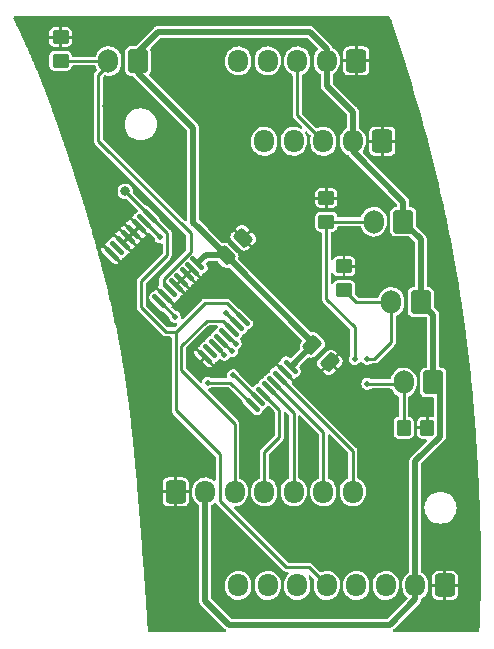
<source format=gtl>
%TF.GenerationSoftware,KiCad,Pcbnew,7.0.6*%
%TF.CreationDate,2023-07-13T14:44:05+02:00*%
%TF.ProjectId,LH_GripLogicBoard_FreeJoy,4c485f47-7269-4704-9c6f-676963426f61,rev?*%
%TF.SameCoordinates,Original*%
%TF.FileFunction,Copper,L1,Top*%
%TF.FilePolarity,Positive*%
%FSLAX46Y46*%
G04 Gerber Fmt 4.6, Leading zero omitted, Abs format (unit mm)*
G04 Created by KiCad (PCBNEW 7.0.6) date 2023-07-13 14:44:05*
%MOMM*%
%LPD*%
G01*
G04 APERTURE LIST*
G04 Aperture macros list*
%AMRoundRect*
0 Rectangle with rounded corners*
0 $1 Rounding radius*
0 $2 $3 $4 $5 $6 $7 $8 $9 X,Y pos of 4 corners*
0 Add a 4 corners polygon primitive as box body*
4,1,4,$2,$3,$4,$5,$6,$7,$8,$9,$2,$3,0*
0 Add four circle primitives for the rounded corners*
1,1,$1+$1,$2,$3*
1,1,$1+$1,$4,$5*
1,1,$1+$1,$6,$7*
1,1,$1+$1,$8,$9*
0 Add four rect primitives between the rounded corners*
20,1,$1+$1,$2,$3,$4,$5,0*
20,1,$1+$1,$4,$5,$6,$7,0*
20,1,$1+$1,$6,$7,$8,$9,0*
20,1,$1+$1,$8,$9,$2,$3,0*%
G04 Aperture macros list end*
%TA.AperFunction,SMDPad,CuDef*%
%ADD10RoundRect,0.250000X-0.097227X0.574524X-0.574524X0.097227X0.097227X-0.574524X0.574524X-0.097227X0*%
%TD*%
%TA.AperFunction,SMDPad,CuDef*%
%ADD11RoundRect,0.250000X0.450000X-0.350000X0.450000X0.350000X-0.450000X0.350000X-0.450000X-0.350000X0*%
%TD*%
%TA.AperFunction,SMDPad,CuDef*%
%ADD12RoundRect,0.100000X-0.521491X0.380070X0.380070X-0.521491X0.521491X-0.380070X-0.380070X0.521491X0*%
%TD*%
%TA.AperFunction,SMDPad,CuDef*%
%ADD13RoundRect,0.250000X-0.350000X-0.450000X0.350000X-0.450000X0.350000X0.450000X-0.350000X0.450000X0*%
%TD*%
%TA.AperFunction,SMDPad,CuDef*%
%ADD14RoundRect,0.250000X0.574524X0.097227X0.097227X0.574524X-0.574524X-0.097227X-0.097227X-0.574524X0*%
%TD*%
%TA.AperFunction,ComponentPad*%
%ADD15RoundRect,0.250000X-0.600000X-0.725000X0.600000X-0.725000X0.600000X0.725000X-0.600000X0.725000X0*%
%TD*%
%TA.AperFunction,ComponentPad*%
%ADD16O,1.700000X1.950000*%
%TD*%
%TA.AperFunction,ComponentPad*%
%ADD17RoundRect,0.250000X0.600000X0.725000X-0.600000X0.725000X-0.600000X-0.725000X0.600000X-0.725000X0*%
%TD*%
%TA.AperFunction,ComponentPad*%
%ADD18RoundRect,0.250000X0.600000X0.750000X-0.600000X0.750000X-0.600000X-0.750000X0.600000X-0.750000X0*%
%TD*%
%TA.AperFunction,ComponentPad*%
%ADD19O,1.700000X2.000000*%
%TD*%
%TA.AperFunction,ViaPad*%
%ADD20C,0.800000*%
%TD*%
%TA.AperFunction,ViaPad*%
%ADD21C,0.500000*%
%TD*%
%TA.AperFunction,Conductor*%
%ADD22C,0.500000*%
%TD*%
%TA.AperFunction,Conductor*%
%ADD23C,0.250000*%
%TD*%
G04 APERTURE END LIST*
D10*
X39603623Y-34006377D03*
X38136377Y-35473623D03*
D11*
X46630000Y-32640000D03*
X46630000Y-30640000D03*
D12*
X31684575Y-32117239D03*
X31224955Y-32576858D03*
X30765336Y-33036478D03*
X30305717Y-33496097D03*
X29846097Y-33955717D03*
X29386478Y-34415336D03*
X28926858Y-34874955D03*
X28467239Y-35334575D03*
X32515425Y-39382761D03*
X32975045Y-38923142D03*
X33434664Y-38463522D03*
X33894283Y-38003903D03*
X34353903Y-37544283D03*
X34813522Y-37084664D03*
X35273142Y-36625045D03*
X35732761Y-36165425D03*
D13*
X53200000Y-50100000D03*
X55200000Y-50100000D03*
D11*
X48140000Y-38420000D03*
X48140000Y-36420000D03*
D12*
X39564575Y-40867239D03*
X39104955Y-41326858D03*
X38645336Y-41786478D03*
X38185717Y-42246097D03*
X37726097Y-42705717D03*
X37266478Y-43165336D03*
X36806858Y-43624955D03*
X36347239Y-44084575D03*
X40395425Y-48132761D03*
X40855045Y-47673142D03*
X41314664Y-47213522D03*
X41774283Y-46753903D03*
X42233903Y-46294283D03*
X42693522Y-45834664D03*
X43153142Y-45375045D03*
X43612761Y-44915425D03*
D11*
X24140000Y-19010000D03*
X24140000Y-17010000D03*
D14*
X46933623Y-44543623D03*
X45466377Y-43076377D03*
D15*
X33890000Y-55520000D03*
D16*
X36390000Y-55520000D03*
X38890000Y-55520000D03*
X41390000Y-55520000D03*
X43890000Y-55520000D03*
X46390000Y-55520000D03*
X48890000Y-55520000D03*
D17*
X51390000Y-25830000D03*
D16*
X48890000Y-25830000D03*
X46390000Y-25830000D03*
X43890000Y-25830000D03*
X41390000Y-25830000D03*
D17*
X56680000Y-63428000D03*
D16*
X54180000Y-63428000D03*
X51680000Y-63428000D03*
X49180000Y-63428000D03*
X46680000Y-63428000D03*
X44180000Y-63428000D03*
X41680000Y-63428000D03*
X39180000Y-63428000D03*
D17*
X49180000Y-19030000D03*
D16*
X46680000Y-19030000D03*
X44180000Y-19030000D03*
X41680000Y-19030000D03*
X39180000Y-19030000D03*
D18*
X54630000Y-39440000D03*
D19*
X52130000Y-39440000D03*
D18*
X53160000Y-32640000D03*
D19*
X50660000Y-32640000D03*
D18*
X30700000Y-19035000D03*
D19*
X28200000Y-19035000D03*
D18*
X55700000Y-46250000D03*
D19*
X53200000Y-46250000D03*
D20*
X37770000Y-29620000D03*
D21*
X27930000Y-22810000D03*
X32595500Y-33970000D03*
X38190000Y-40410000D03*
D20*
X29620000Y-30070000D03*
D21*
X36610000Y-46260000D03*
X49042639Y-44260000D03*
X38958645Y-42970344D03*
X50110000Y-44260000D03*
X38651288Y-43598703D03*
X50110000Y-46370000D03*
X38020000Y-43900000D03*
X38750000Y-45620000D03*
X33810000Y-40680000D03*
D22*
X36424563Y-35473623D02*
X35732761Y-36165425D01*
X56250000Y-46800000D02*
X55700000Y-46250000D01*
X52020000Y-66770000D02*
X54180000Y-64610000D01*
X48890000Y-25830000D02*
X48890000Y-23340000D01*
X30700000Y-18290000D02*
X30700000Y-19035000D01*
X46680000Y-18030000D02*
X45220000Y-16570000D01*
X45220000Y-16570000D02*
X32420000Y-16570000D01*
X48890000Y-26686827D02*
X48890000Y-25830000D01*
X38136377Y-35473623D02*
X35745000Y-33082246D01*
X35370000Y-32707246D02*
X35370000Y-24720000D01*
X38420000Y-66770000D02*
X52020000Y-66770000D01*
X53160000Y-32640000D02*
X53160000Y-30956827D01*
X36390000Y-55520000D02*
X36390000Y-64740000D01*
X55700000Y-40510000D02*
X54630000Y-39440000D01*
X48890000Y-23340000D02*
X46680000Y-21130000D01*
X54180000Y-64610000D02*
X54180000Y-52909949D01*
X32420000Y-16570000D02*
X30700000Y-18290000D01*
X30700000Y-20050000D02*
X30700000Y-19035000D01*
X53160000Y-30956827D02*
X48890000Y-26686827D01*
X45466377Y-43076377D02*
X45451809Y-43076377D01*
X46680000Y-21130000D02*
X46680000Y-19030000D01*
X54630000Y-39440000D02*
X54630000Y-34110000D01*
X45466377Y-42803623D02*
X38136377Y-35473623D01*
X38136377Y-35473623D02*
X36424563Y-35473623D01*
X35370000Y-24720000D02*
X30700000Y-20050000D01*
X45466377Y-43076377D02*
X45466377Y-42803623D01*
X36390000Y-64740000D02*
X38420000Y-66770000D01*
X54180000Y-52909949D02*
X56250000Y-50839949D01*
X46680000Y-19030000D02*
X46680000Y-18030000D01*
X56250000Y-50839949D02*
X56250000Y-46800000D01*
X35745000Y-33082246D02*
X35370000Y-32707246D01*
X55700000Y-46250000D02*
X55700000Y-40510000D01*
X54630000Y-34110000D02*
X53160000Y-32640000D01*
X45451809Y-43076377D02*
X43612761Y-44915425D01*
D23*
X33671903Y-39620000D02*
X34170000Y-39620000D01*
X30070000Y-35098859D02*
X29381174Y-34410033D01*
X30765336Y-33036478D02*
X30305717Y-33496097D01*
X35273142Y-36625045D02*
X35275045Y-36625045D01*
X30305717Y-33496097D02*
X29846097Y-33955717D01*
X34170000Y-39620000D02*
X34570000Y-39220000D01*
X34570000Y-38679619D02*
X33899587Y-38009206D01*
X29846097Y-33955717D02*
X29386478Y-34415336D01*
X29570000Y-35970000D02*
X30070000Y-35470000D01*
X30070000Y-35470000D02*
X30070000Y-35098859D01*
X29102665Y-35970000D02*
X29570000Y-35970000D01*
X32980348Y-38928445D02*
X33671903Y-39620000D01*
X34570000Y-39220000D02*
X34570000Y-38679619D01*
X28461936Y-35329271D02*
X29102665Y-35970000D01*
X32595500Y-33970000D02*
X32595500Y-33947403D01*
X44180000Y-23620000D02*
X46390000Y-25830000D01*
X39099652Y-41319652D02*
X38190000Y-40410000D01*
X44180000Y-19030000D02*
X44180000Y-23620000D01*
X39099652Y-41321555D02*
X39099652Y-41319652D01*
X32595500Y-33947403D02*
X31219652Y-32571555D01*
X43270000Y-61900000D02*
X37648905Y-56278905D01*
X36370000Y-39520000D02*
X33920000Y-41970000D01*
X37648905Y-52348905D02*
X33920000Y-48620000D01*
X39559271Y-40861936D02*
X38217335Y-39520000D01*
X33170000Y-33602665D02*
X33170000Y-35470000D01*
X46680000Y-63428000D02*
X45152000Y-61900000D01*
X37648905Y-56278905D02*
X37648905Y-52348905D01*
X29637335Y-30070000D02*
X33170000Y-33602665D01*
X33070000Y-41970000D02*
X33920000Y-41970000D01*
X39568064Y-40861936D02*
X39559271Y-40861936D01*
X30970000Y-39870000D02*
X33070000Y-41970000D01*
X33920000Y-48620000D02*
X33920000Y-41970000D01*
X30970000Y-37670000D02*
X30970000Y-39870000D01*
X45152000Y-61900000D02*
X43270000Y-61900000D01*
X29620000Y-30070000D02*
X29637335Y-30070000D01*
X33170000Y-35470000D02*
X30970000Y-37670000D01*
X38217335Y-39520000D02*
X36370000Y-39520000D01*
X38522664Y-46260000D02*
X38610000Y-46347336D01*
X36610000Y-46260000D02*
X38522664Y-46260000D01*
X38610000Y-46347336D02*
X40395425Y-48132761D01*
X42660000Y-50900000D02*
X42660000Y-48558859D01*
X41390000Y-55520000D02*
X41390000Y-52170000D01*
X42660000Y-48558859D02*
X41319967Y-47218826D01*
X41390000Y-52170000D02*
X42660000Y-50900000D01*
X43890000Y-55520000D02*
X43890000Y-48869619D01*
X43890000Y-48869619D02*
X41779587Y-46759206D01*
X36520000Y-41020000D02*
X37878858Y-41020000D01*
X38890000Y-49740000D02*
X34370000Y-45220000D01*
X38890000Y-55520000D02*
X38890000Y-49740000D01*
X34370000Y-43170000D02*
X36520000Y-41020000D01*
X37878858Y-41020000D02*
X38645336Y-41786478D01*
X34370000Y-45220000D02*
X34370000Y-43170000D01*
X50660000Y-32640000D02*
X46630000Y-32640000D01*
X49042639Y-41562639D02*
X46630000Y-39150000D01*
X38229095Y-42240794D02*
X38958645Y-42970344D01*
X38180413Y-42240794D02*
X38229095Y-42240794D01*
X46630000Y-39150000D02*
X46630000Y-32640000D01*
X38180413Y-42250413D02*
X38180413Y-42240794D01*
X49042639Y-44260000D02*
X49042639Y-41562639D01*
X37720794Y-42700413D02*
X37752998Y-42700413D01*
X50110000Y-44260000D02*
X50720000Y-44260000D01*
X52130000Y-42850000D02*
X52130000Y-39440000D01*
X52130000Y-39440000D02*
X49160000Y-39440000D01*
X50720000Y-44260000D02*
X52130000Y-42850000D01*
X37752998Y-42700413D02*
X38651288Y-43598703D01*
X49160000Y-39440000D02*
X48140000Y-38420000D01*
X53200000Y-50100000D02*
X53200000Y-46250000D01*
X53080000Y-46370000D02*
X53200000Y-46250000D01*
X37261174Y-43160033D02*
X37280033Y-43160033D01*
X37280033Y-43160033D02*
X38020000Y-43900000D01*
X50110000Y-46370000D02*
X53080000Y-46370000D01*
X28200000Y-19035000D02*
X24165000Y-19035000D01*
X27320000Y-20230000D02*
X28200000Y-19350000D01*
X35170000Y-33620000D02*
X27320000Y-25770000D01*
X27320000Y-25770000D02*
X27320000Y-20230000D01*
X35170000Y-35169017D02*
X35170000Y-33620000D01*
X32883043Y-37455974D02*
X35170000Y-35169017D01*
X33439967Y-38468826D02*
X32883043Y-37911902D01*
X28200000Y-19350000D02*
X28200000Y-19035000D01*
X24165000Y-19035000D02*
X24140000Y-19010000D01*
X32883043Y-37911902D02*
X32883043Y-37455974D01*
X38750000Y-45620000D02*
X38801903Y-45620000D01*
X33810000Y-40680000D02*
X32520729Y-39390729D01*
X38801903Y-45620000D02*
X40860348Y-47678445D01*
X32520729Y-39390729D02*
X32520729Y-39388064D01*
X46390000Y-55520000D02*
X46390000Y-50450381D01*
X46390000Y-50450381D02*
X42239206Y-46299587D01*
X48890000Y-55520000D02*
X48890000Y-52031141D01*
X48890000Y-52031141D02*
X42698826Y-45839967D01*
%TA.AperFunction,Conductor*%
G36*
X52014448Y-15270185D02*
G01*
X52060203Y-15322989D01*
X52064574Y-15333901D01*
X52073946Y-15360948D01*
X52122223Y-15500741D01*
X52170335Y-15640533D01*
X52218120Y-15779850D01*
X52265834Y-15919433D01*
X52313285Y-16058720D01*
X52360963Y-16199152D01*
X52408214Y-16338806D01*
X52455643Y-16479472D01*
X52482910Y-16560569D01*
X52486839Y-16572254D01*
X52528326Y-16695982D01*
X52570012Y-16820684D01*
X52611484Y-16945133D01*
X52652630Y-17068982D01*
X52693889Y-17193555D01*
X52735225Y-17318757D01*
X52776224Y-17443327D01*
X52816805Y-17567007D01*
X52857533Y-17691531D01*
X52898456Y-17817044D01*
X52939044Y-17941928D01*
X52979429Y-18066581D01*
X53019842Y-18191719D01*
X53060054Y-18316632D01*
X53100113Y-18441470D01*
X53140001Y-18566177D01*
X53393878Y-19369338D01*
X53639437Y-20162297D01*
X53877055Y-20945592D01*
X54106789Y-21718728D01*
X54328763Y-22481420D01*
X54543147Y-23233549D01*
X54750077Y-23974872D01*
X54949694Y-24705169D01*
X55142124Y-25424166D01*
X55327531Y-26131736D01*
X55505950Y-26827241D01*
X55677659Y-27510992D01*
X55842756Y-28182611D01*
X56001293Y-28841517D01*
X56153513Y-29487904D01*
X56299496Y-30121312D01*
X56439418Y-30741653D01*
X56573400Y-31348651D01*
X56701515Y-31941752D01*
X56823940Y-32520907D01*
X56940913Y-33086362D01*
X57052450Y-33637308D01*
X57158729Y-34173706D01*
X57259912Y-34695446D01*
X57356015Y-35201661D01*
X57447369Y-35693143D01*
X57533960Y-36168848D01*
X57616013Y-36629016D01*
X57693547Y-37072749D01*
X57766872Y-37500802D01*
X57836014Y-37912293D01*
X57901131Y-38307121D01*
X57925286Y-38455551D01*
X57949365Y-38604767D01*
X57973206Y-38753764D01*
X57996869Y-38902925D01*
X58003362Y-38944203D01*
X58020301Y-39051891D01*
X58043496Y-39200620D01*
X58066655Y-39350396D01*
X58089378Y-39498628D01*
X58112073Y-39647962D01*
X58134587Y-39797404D01*
X58156942Y-39947083D01*
X58178990Y-40096004D01*
X58200980Y-40245846D01*
X58222717Y-40395269D01*
X58223762Y-40402517D01*
X58244197Y-40544239D01*
X58265603Y-40694023D01*
X58286746Y-40843290D01*
X58307808Y-40993311D01*
X58328592Y-41142699D01*
X58349205Y-41292195D01*
X58369673Y-41441984D01*
X58389800Y-41590608D01*
X58409881Y-41740264D01*
X58429904Y-41890853D01*
X58449583Y-42040226D01*
X58469122Y-42189909D01*
X58488419Y-42339106D01*
X58507713Y-42489678D01*
X58526634Y-42638731D01*
X58545442Y-42788276D01*
X58564131Y-42938293D01*
X58582659Y-43088424D01*
X58623893Y-43427792D01*
X58664327Y-43767913D01*
X58703843Y-44107718D01*
X58714612Y-44202416D01*
X58742604Y-44448553D01*
X58780468Y-44789085D01*
X58817481Y-45129625D01*
X58853717Y-45470805D01*
X58889148Y-45812288D01*
X58923740Y-46153666D01*
X58957541Y-46495315D01*
X58990562Y-46837277D01*
X59022754Y-47178945D01*
X59054217Y-47521308D01*
X59084831Y-47862964D01*
X59114720Y-48205200D01*
X59143858Y-48547621D01*
X59172236Y-48890072D01*
X59199847Y-49232327D01*
X59226742Y-49574936D01*
X59252882Y-49917308D01*
X59278255Y-50259156D01*
X59302946Y-50601508D01*
X59326929Y-50943921D01*
X59350193Y-51286160D01*
X59372767Y-51628482D01*
X59394641Y-51970664D01*
X59415798Y-52312303D01*
X59436303Y-52654301D01*
X59456133Y-52996165D01*
X59475264Y-53337354D01*
X59493761Y-53678901D01*
X59511592Y-54020036D01*
X59517606Y-54137945D01*
X59523535Y-54255665D01*
X59529446Y-54374564D01*
X59535274Y-54493341D01*
X59540981Y-54611173D01*
X59546584Y-54728432D01*
X59552198Y-54847459D01*
X59557655Y-54964754D01*
X59563162Y-55084780D01*
X59568428Y-55201123D01*
X59573801Y-55321506D01*
X59578931Y-55438119D01*
X59584087Y-55556943D01*
X59589088Y-55673934D01*
X59594092Y-55792691D01*
X59599027Y-55911570D01*
X59603902Y-56030780D01*
X59608643Y-56148501D01*
X59613307Y-56266097D01*
X59617977Y-56385690D01*
X59622468Y-56502507D01*
X59626987Y-56621956D01*
X59631353Y-56739254D01*
X59635706Y-56858169D01*
X59639982Y-56976941D01*
X59644135Y-57094228D01*
X59648217Y-57211491D01*
X59652318Y-57331394D01*
X59656252Y-57448504D01*
X59660191Y-57567860D01*
X59663998Y-57685309D01*
X59667804Y-57804929D01*
X59672698Y-57962197D01*
X59678057Y-58138828D01*
X59683732Y-58331124D01*
X59686660Y-58432594D01*
X59689629Y-58537172D01*
X59692610Y-58643960D01*
X59695666Y-58755471D01*
X59698704Y-58868461D01*
X59701773Y-58984930D01*
X59704762Y-59100949D01*
X59707827Y-59222681D01*
X59710780Y-59343032D01*
X59713737Y-59466863D01*
X59716616Y-59590991D01*
X59719426Y-59716126D01*
X59722156Y-59841993D01*
X59724782Y-59967817D01*
X59727316Y-60094466D01*
X59729723Y-60220543D01*
X59732022Y-60347417D01*
X59734177Y-60473490D01*
X59736171Y-60598252D01*
X59738011Y-60722533D01*
X59739676Y-60845570D01*
X59741159Y-60967420D01*
X59742449Y-61087881D01*
X59743526Y-61206066D01*
X59744387Y-61322382D01*
X59745017Y-61436393D01*
X59745626Y-61621165D01*
X59745787Y-61805906D01*
X59745507Y-61990786D01*
X59744798Y-62175506D01*
X59743671Y-62359696D01*
X59742131Y-62544616D01*
X59740197Y-62728903D01*
X59737867Y-62913770D01*
X59735159Y-63098477D01*
X59732089Y-63282840D01*
X59728661Y-63467267D01*
X59724880Y-63652073D01*
X59720746Y-63837510D01*
X59716307Y-64022074D01*
X59711534Y-64207393D01*
X59706453Y-64392856D01*
X59702175Y-64541113D01*
X59697687Y-64690175D01*
X59693031Y-64838982D01*
X59688262Y-64986266D01*
X59683312Y-65134345D01*
X59678317Y-65279454D01*
X59673229Y-65423401D01*
X59668035Y-65566802D01*
X59662866Y-65706260D01*
X59657642Y-65844289D01*
X59652430Y-65979301D01*
X59647284Y-66110198D01*
X59642103Y-66239726D01*
X59636991Y-66365455D01*
X59631992Y-66486543D01*
X59627147Y-66602250D01*
X59622427Y-66713456D01*
X59621339Y-66738753D01*
X59617837Y-66820205D01*
X59613383Y-66922567D01*
X59605201Y-67107465D01*
X59598158Y-67263404D01*
X59575470Y-67329485D01*
X59520655Y-67372811D01*
X59474285Y-67381807D01*
X52410677Y-67381807D01*
X52343638Y-67362122D01*
X52297883Y-67309318D01*
X52287939Y-67240160D01*
X52316964Y-67176604D01*
X52329462Y-67164104D01*
X52332572Y-67161410D01*
X52336012Y-67158638D01*
X52336588Y-67158207D01*
X52348593Y-67149221D01*
X52359720Y-67138092D01*
X52362925Y-67135109D01*
X52402143Y-67101128D01*
X52404751Y-67097068D01*
X52421381Y-67076431D01*
X54486428Y-65011383D01*
X54507069Y-64994750D01*
X54511128Y-64992143D01*
X54545129Y-64952902D01*
X54548100Y-64949711D01*
X54559220Y-64938593D01*
X54568645Y-64926000D01*
X54571390Y-64922594D01*
X54605377Y-64883373D01*
X54607375Y-64878995D01*
X54620907Y-64856189D01*
X54623796Y-64852331D01*
X54623920Y-64852000D01*
X54641919Y-64803738D01*
X54643614Y-64799645D01*
X54646403Y-64793538D01*
X54665165Y-64752457D01*
X54665850Y-64747685D01*
X54672409Y-64721992D01*
X54674091Y-64717483D01*
X54677791Y-64665740D01*
X54678265Y-64661340D01*
X54680500Y-64645799D01*
X54680500Y-64630095D01*
X54680658Y-64625673D01*
X54681167Y-64618543D01*
X54682381Y-64601572D01*
X54706795Y-64536109D01*
X54734135Y-64509411D01*
X54903952Y-64388486D01*
X54910093Y-64382046D01*
X55048985Y-64236379D01*
X55059131Y-64220592D01*
X55162613Y-64059572D01*
X55240725Y-63864457D01*
X55280500Y-63658085D01*
X55280500Y-63303000D01*
X55579999Y-63303000D01*
X56221650Y-63303000D01*
X56205000Y-63359705D01*
X56205000Y-63496295D01*
X56221650Y-63553000D01*
X55580000Y-63553000D01*
X55580000Y-64200844D01*
X55586401Y-64260372D01*
X55586403Y-64260379D01*
X55636645Y-64395086D01*
X55636649Y-64395093D01*
X55722809Y-64510187D01*
X55722812Y-64510190D01*
X55837906Y-64596350D01*
X55837913Y-64596354D01*
X55972620Y-64646596D01*
X55972627Y-64646598D01*
X56032155Y-64652999D01*
X56032172Y-64653000D01*
X56555000Y-64653000D01*
X56555000Y-63889912D01*
X56646025Y-63903000D01*
X56713975Y-63903000D01*
X56804999Y-63889912D01*
X56804999Y-64653000D01*
X57327828Y-64653000D01*
X57327844Y-64652999D01*
X57387372Y-64646598D01*
X57387379Y-64646596D01*
X57522086Y-64596354D01*
X57522093Y-64596350D01*
X57637187Y-64510190D01*
X57637190Y-64510187D01*
X57723350Y-64395093D01*
X57723354Y-64395086D01*
X57773596Y-64260379D01*
X57773598Y-64260372D01*
X57779999Y-64200844D01*
X57780000Y-64200827D01*
X57780000Y-63553000D01*
X57138350Y-63553000D01*
X57155000Y-63496295D01*
X57155000Y-63359705D01*
X57138350Y-63303000D01*
X57780000Y-63303000D01*
X57780000Y-62655172D01*
X57779999Y-62655155D01*
X57773598Y-62595627D01*
X57773596Y-62595620D01*
X57723354Y-62460913D01*
X57723350Y-62460906D01*
X57637190Y-62345812D01*
X57637187Y-62345809D01*
X57522093Y-62259649D01*
X57522086Y-62259645D01*
X57387379Y-62209403D01*
X57387372Y-62209401D01*
X57327844Y-62203000D01*
X56805000Y-62203000D01*
X56804999Y-62966087D01*
X56713975Y-62953000D01*
X56646025Y-62953000D01*
X56555000Y-62966087D01*
X56555000Y-62203000D01*
X56032155Y-62203000D01*
X55972627Y-62209401D01*
X55972620Y-62209403D01*
X55837913Y-62259645D01*
X55837906Y-62259649D01*
X55722812Y-62345809D01*
X55722809Y-62345812D01*
X55636649Y-62460906D01*
X55636645Y-62460913D01*
X55586403Y-62595620D01*
X55586401Y-62595627D01*
X55580000Y-62655155D01*
X55580000Y-62655172D01*
X55579999Y-63303000D01*
X55280500Y-63303000D01*
X55280500Y-63250575D01*
X55265528Y-63093782D01*
X55206316Y-62892125D01*
X55110011Y-62705318D01*
X55110009Y-62705316D01*
X55110008Y-62705313D01*
X54980094Y-62540116D01*
X54980090Y-62540112D01*
X54821253Y-62402478D01*
X54742500Y-62357010D01*
X54694284Y-62306443D01*
X54680500Y-62249623D01*
X54680500Y-56850000D01*
X54954341Y-56850000D01*
X54974936Y-57085403D01*
X54974938Y-57085413D01*
X55036094Y-57313655D01*
X55036096Y-57313659D01*
X55036097Y-57313663D01*
X55080226Y-57408297D01*
X55135964Y-57527828D01*
X55135965Y-57527830D01*
X55271505Y-57721402D01*
X55438597Y-57888494D01*
X55632169Y-58024034D01*
X55632171Y-58024035D01*
X55846337Y-58123903D01*
X56074592Y-58185063D01*
X56251034Y-58200500D01*
X56368966Y-58200500D01*
X56545408Y-58185063D01*
X56773663Y-58123903D01*
X56987829Y-58024035D01*
X57181401Y-57888495D01*
X57348495Y-57721401D01*
X57484035Y-57527830D01*
X57583903Y-57313663D01*
X57645063Y-57085408D01*
X57665659Y-56850000D01*
X57645063Y-56614592D01*
X57583903Y-56386337D01*
X57484035Y-56172171D01*
X57484034Y-56172169D01*
X57348494Y-55978597D01*
X57181402Y-55811505D01*
X56987830Y-55675965D01*
X56987828Y-55675964D01*
X56799821Y-55588295D01*
X56773663Y-55576097D01*
X56773659Y-55576096D01*
X56773655Y-55576094D01*
X56545413Y-55514938D01*
X56545403Y-55514936D01*
X56368966Y-55499500D01*
X56251034Y-55499500D01*
X56074596Y-55514936D01*
X56074586Y-55514938D01*
X55846344Y-55576094D01*
X55846335Y-55576098D01*
X55632171Y-55675964D01*
X55632169Y-55675965D01*
X55438597Y-55811505D01*
X55271506Y-55978597D01*
X55271501Y-55978604D01*
X55135967Y-56172165D01*
X55135965Y-56172169D01*
X55036098Y-56386335D01*
X55036094Y-56386344D01*
X54974938Y-56614586D01*
X54974936Y-56614596D01*
X54954341Y-56849999D01*
X54954341Y-56850000D01*
X54680500Y-56850000D01*
X54680500Y-53168624D01*
X54700185Y-53101585D01*
X54716814Y-53080948D01*
X56556431Y-51241330D01*
X56577068Y-51224700D01*
X56581128Y-51222092D01*
X56615109Y-51182874D01*
X56618092Y-51179669D01*
X56629221Y-51168542D01*
X56638637Y-51155963D01*
X56641417Y-51152513D01*
X56641797Y-51152075D01*
X56675377Y-51113322D01*
X56677375Y-51108944D01*
X56690907Y-51086138D01*
X56693796Y-51082280D01*
X56696781Y-51074278D01*
X56705835Y-51050000D01*
X56711922Y-51033677D01*
X56713614Y-51029594D01*
X56735165Y-50982406D01*
X56735850Y-50977634D01*
X56742409Y-50951941D01*
X56744091Y-50947432D01*
X56747791Y-50895689D01*
X56748265Y-50891289D01*
X56750500Y-50875748D01*
X56750500Y-50860043D01*
X56750658Y-50855618D01*
X56750925Y-50851890D01*
X56754359Y-50803876D01*
X56753332Y-50799155D01*
X56750500Y-50772807D01*
X56750500Y-47246728D01*
X56758318Y-47203394D01*
X56794091Y-47107483D01*
X56800500Y-47047873D01*
X56800499Y-45452128D01*
X56794091Y-45392517D01*
X56792850Y-45389191D01*
X56743797Y-45257671D01*
X56743793Y-45257664D01*
X56657547Y-45142455D01*
X56657544Y-45142452D01*
X56542335Y-45056206D01*
X56542328Y-45056202D01*
X56407482Y-45005908D01*
X56407483Y-45005908D01*
X56347883Y-44999501D01*
X56347881Y-44999500D01*
X56347873Y-44999500D01*
X56347865Y-44999500D01*
X56324500Y-44999500D01*
X56257461Y-44979815D01*
X56211706Y-44927011D01*
X56200500Y-44875500D01*
X56200499Y-40577148D01*
X56203335Y-40550781D01*
X56204359Y-40546075D01*
X56204359Y-40546072D01*
X56200658Y-40494328D01*
X56200500Y-40489904D01*
X56200500Y-40474201D01*
X56198264Y-40458657D01*
X56197791Y-40454254D01*
X56194091Y-40402517D01*
X56192407Y-40398002D01*
X56185850Y-40372312D01*
X56185165Y-40367543D01*
X56163612Y-40320351D01*
X56161932Y-40316295D01*
X56143796Y-40267669D01*
X56140905Y-40263807D01*
X56127379Y-40241010D01*
X56125377Y-40236627D01*
X56117856Y-40227947D01*
X56091411Y-40197427D01*
X56088633Y-40193979D01*
X56079229Y-40181417D01*
X56079224Y-40181412D01*
X56079221Y-40181407D01*
X56068097Y-40170283D01*
X56065103Y-40167067D01*
X56031128Y-40127857D01*
X56031125Y-40127854D01*
X56027066Y-40125246D01*
X56006428Y-40108614D01*
X55766818Y-39869004D01*
X55733333Y-39807681D01*
X55730499Y-39781323D01*
X55730499Y-38642129D01*
X55730498Y-38642123D01*
X55730497Y-38642116D01*
X55724091Y-38582517D01*
X55723799Y-38581735D01*
X55673797Y-38447671D01*
X55673793Y-38447664D01*
X55587547Y-38332455D01*
X55587544Y-38332452D01*
X55472335Y-38246206D01*
X55472328Y-38246202D01*
X55337482Y-38195908D01*
X55337483Y-38195908D01*
X55277883Y-38189501D01*
X55277881Y-38189500D01*
X55277873Y-38189500D01*
X55277865Y-38189500D01*
X55254500Y-38189500D01*
X55187461Y-38169815D01*
X55141706Y-38117011D01*
X55130500Y-38065500D01*
X55130500Y-34177143D01*
X55133334Y-34150785D01*
X55134359Y-34146073D01*
X55130658Y-34094329D01*
X55130500Y-34089904D01*
X55130500Y-34074201D01*
X55128264Y-34058657D01*
X55127791Y-34054254D01*
X55127592Y-34051468D01*
X55124091Y-34002517D01*
X55122407Y-33998002D01*
X55115850Y-33972312D01*
X55115165Y-33967543D01*
X55112309Y-33961290D01*
X55093616Y-33920359D01*
X55091932Y-33916295D01*
X55073796Y-33867669D01*
X55070905Y-33863807D01*
X55057379Y-33841010D01*
X55055377Y-33836627D01*
X55043467Y-33822882D01*
X55021411Y-33797427D01*
X55018633Y-33793979D01*
X55009229Y-33781417D01*
X55009224Y-33781412D01*
X55009221Y-33781407D01*
X54998097Y-33770283D01*
X54995103Y-33767067D01*
X54961128Y-33727857D01*
X54961125Y-33727854D01*
X54957066Y-33725246D01*
X54936428Y-33708614D01*
X54296818Y-33069004D01*
X54263333Y-33007681D01*
X54260499Y-32981323D01*
X54260499Y-31842129D01*
X54260498Y-31842123D01*
X54260497Y-31842116D01*
X54254091Y-31782517D01*
X54239296Y-31742850D01*
X54203797Y-31647671D01*
X54203793Y-31647664D01*
X54117547Y-31532455D01*
X54117544Y-31532452D01*
X54002335Y-31446206D01*
X54002328Y-31446202D01*
X53867482Y-31395908D01*
X53867483Y-31395908D01*
X53807883Y-31389501D01*
X53807881Y-31389500D01*
X53807873Y-31389500D01*
X53807865Y-31389500D01*
X53784500Y-31389500D01*
X53717461Y-31369815D01*
X53671706Y-31317011D01*
X53660500Y-31265500D01*
X53660500Y-31023970D01*
X53663334Y-30997612D01*
X53664359Y-30992900D01*
X53660658Y-30941156D01*
X53660500Y-30936731D01*
X53660500Y-30921028D01*
X53658264Y-30905484D01*
X53657791Y-30901081D01*
X53654091Y-30849344D01*
X53652407Y-30844829D01*
X53645850Y-30819139D01*
X53645165Y-30814370D01*
X53623612Y-30767178D01*
X53621932Y-30763122D01*
X53603796Y-30714496D01*
X53600905Y-30710634D01*
X53587379Y-30687837D01*
X53585377Y-30683454D01*
X53577856Y-30674774D01*
X53551411Y-30644254D01*
X53548633Y-30640806D01*
X53539229Y-30628244D01*
X53539224Y-30628239D01*
X53539221Y-30628234D01*
X53528097Y-30617110D01*
X53525103Y-30613894D01*
X53491128Y-30574684D01*
X53491125Y-30574681D01*
X53487066Y-30572073D01*
X53466428Y-30555441D01*
X49742289Y-26831302D01*
X49708804Y-26769979D01*
X49713788Y-26700287D01*
X49740226Y-26658051D01*
X49758986Y-26638378D01*
X49781822Y-26602844D01*
X50290000Y-26602844D01*
X50296401Y-26662372D01*
X50296403Y-26662379D01*
X50346645Y-26797086D01*
X50346649Y-26797093D01*
X50432809Y-26912187D01*
X50432812Y-26912190D01*
X50547906Y-26998350D01*
X50547913Y-26998354D01*
X50682620Y-27048596D01*
X50682627Y-27048598D01*
X50742155Y-27054999D01*
X50742172Y-27055000D01*
X51265000Y-27055000D01*
X51265000Y-26291912D01*
X51356025Y-26305000D01*
X51423975Y-26305000D01*
X51515000Y-26291912D01*
X51515000Y-27055000D01*
X52037828Y-27055000D01*
X52037844Y-27054999D01*
X52097372Y-27048598D01*
X52097379Y-27048596D01*
X52232086Y-26998354D01*
X52232093Y-26998350D01*
X52347187Y-26912190D01*
X52347190Y-26912187D01*
X52433350Y-26797093D01*
X52433354Y-26797086D01*
X52483596Y-26662379D01*
X52483598Y-26662372D01*
X52489999Y-26602844D01*
X52490000Y-26602827D01*
X52490000Y-25955000D01*
X51848350Y-25955000D01*
X51865000Y-25898295D01*
X51865000Y-25761705D01*
X51848350Y-25705000D01*
X52490000Y-25705000D01*
X52490000Y-25057172D01*
X52489999Y-25057155D01*
X52483598Y-24997627D01*
X52483596Y-24997620D01*
X52433354Y-24862913D01*
X52433350Y-24862906D01*
X52347190Y-24747812D01*
X52347187Y-24747809D01*
X52232093Y-24661649D01*
X52232086Y-24661645D01*
X52097379Y-24611403D01*
X52097372Y-24611401D01*
X52037844Y-24605000D01*
X51515000Y-24605000D01*
X51515000Y-25368087D01*
X51423975Y-25355000D01*
X51356025Y-25355000D01*
X51265000Y-25368087D01*
X51265000Y-24605000D01*
X50742155Y-24605000D01*
X50682627Y-24611401D01*
X50682620Y-24611403D01*
X50547913Y-24661645D01*
X50547906Y-24661649D01*
X50432812Y-24747809D01*
X50432809Y-24747812D01*
X50346649Y-24862906D01*
X50346645Y-24862913D01*
X50296403Y-24997620D01*
X50296401Y-24997627D01*
X50290000Y-25057155D01*
X50290000Y-25705000D01*
X50931650Y-25705000D01*
X50915000Y-25761705D01*
X50915000Y-25898295D01*
X50931650Y-25955000D01*
X50290000Y-25955000D01*
X50290000Y-26602844D01*
X49781822Y-26602844D01*
X49872613Y-26461572D01*
X49950725Y-26266457D01*
X49990500Y-26060085D01*
X49990500Y-25652575D01*
X49975528Y-25495782D01*
X49916316Y-25294125D01*
X49820011Y-25107318D01*
X49820009Y-25107316D01*
X49820008Y-25107313D01*
X49690094Y-24942116D01*
X49690090Y-24942112D01*
X49531253Y-24804478D01*
X49452499Y-24759010D01*
X49404283Y-24708443D01*
X49390500Y-24651627D01*
X49390500Y-23407142D01*
X49393334Y-23380785D01*
X49394359Y-23376073D01*
X49390658Y-23324329D01*
X49390500Y-23319904D01*
X49390500Y-23304201D01*
X49388264Y-23288657D01*
X49387791Y-23284254D01*
X49384091Y-23232517D01*
X49382407Y-23228002D01*
X49375850Y-23202312D01*
X49375165Y-23197543D01*
X49353612Y-23150351D01*
X49351932Y-23146295D01*
X49333796Y-23097669D01*
X49330905Y-23093807D01*
X49317379Y-23071010D01*
X49315377Y-23066627D01*
X49307856Y-23057947D01*
X49281411Y-23027427D01*
X49278633Y-23023979D01*
X49269229Y-23011417D01*
X49269224Y-23011412D01*
X49269221Y-23011407D01*
X49258097Y-23000283D01*
X49255103Y-22997067D01*
X49221128Y-22957857D01*
X49221125Y-22957854D01*
X49217066Y-22955246D01*
X49196428Y-22938614D01*
X47216819Y-20959004D01*
X47183334Y-20897681D01*
X47180500Y-20871323D01*
X47180500Y-20213531D01*
X47200185Y-20146492D01*
X47232573Y-20112523D01*
X47232748Y-20112398D01*
X47232753Y-20112396D01*
X47403952Y-19990486D01*
X47410448Y-19983674D01*
X47548985Y-19838379D01*
X47552524Y-19832873D01*
X47662613Y-19661572D01*
X47740725Y-19466457D01*
X47780500Y-19260085D01*
X47780500Y-18904999D01*
X48079999Y-18904999D01*
X48080000Y-18905000D01*
X48721650Y-18905000D01*
X48705000Y-18961705D01*
X48705000Y-19098295D01*
X48721650Y-19155000D01*
X48080000Y-19155000D01*
X48080000Y-19802844D01*
X48086401Y-19862372D01*
X48086403Y-19862379D01*
X48136645Y-19997086D01*
X48136649Y-19997093D01*
X48222809Y-20112187D01*
X48222812Y-20112190D01*
X48337906Y-20198350D01*
X48337913Y-20198354D01*
X48472620Y-20248596D01*
X48472627Y-20248598D01*
X48532155Y-20254999D01*
X48532172Y-20255000D01*
X49055000Y-20255000D01*
X49055000Y-19491912D01*
X49146025Y-19505000D01*
X49213975Y-19505000D01*
X49305000Y-19491912D01*
X49305000Y-20255000D01*
X49827828Y-20255000D01*
X49827844Y-20254999D01*
X49887372Y-20248598D01*
X49887379Y-20248596D01*
X50022086Y-20198354D01*
X50022093Y-20198350D01*
X50137187Y-20112190D01*
X50137190Y-20112187D01*
X50223350Y-19997093D01*
X50223354Y-19997086D01*
X50273596Y-19862379D01*
X50273598Y-19862372D01*
X50279999Y-19802844D01*
X50280000Y-19802827D01*
X50280000Y-19155000D01*
X49638350Y-19155000D01*
X49655000Y-19098295D01*
X49655000Y-18961705D01*
X49638350Y-18905000D01*
X50280000Y-18905000D01*
X50280000Y-18257172D01*
X50279999Y-18257155D01*
X50273598Y-18197627D01*
X50273596Y-18197620D01*
X50223354Y-18062913D01*
X50223350Y-18062906D01*
X50137190Y-17947812D01*
X50137187Y-17947809D01*
X50022093Y-17861649D01*
X50022086Y-17861645D01*
X49887379Y-17811403D01*
X49887372Y-17811401D01*
X49827844Y-17805000D01*
X49305000Y-17805000D01*
X49305000Y-18568087D01*
X49213975Y-18555000D01*
X49146025Y-18555000D01*
X49055000Y-18568087D01*
X49055000Y-17805000D01*
X48532155Y-17805000D01*
X48472627Y-17811401D01*
X48472620Y-17811403D01*
X48337913Y-17861645D01*
X48337906Y-17861649D01*
X48222812Y-17947809D01*
X48222809Y-17947812D01*
X48136649Y-18062906D01*
X48136645Y-18062913D01*
X48086403Y-18197620D01*
X48086401Y-18197627D01*
X48080000Y-18257155D01*
X48080000Y-18257172D01*
X48079999Y-18904999D01*
X47780500Y-18904999D01*
X47780500Y-18852575D01*
X47765528Y-18695782D01*
X47706316Y-18494125D01*
X47610011Y-18307318D01*
X47610009Y-18307316D01*
X47610008Y-18307313D01*
X47480094Y-18142116D01*
X47480090Y-18142112D01*
X47321253Y-18004478D01*
X47216126Y-17943783D01*
X47167910Y-17893216D01*
X47165333Y-17887910D01*
X47152586Y-17859999D01*
X47143612Y-17840351D01*
X47141932Y-17836295D01*
X47123796Y-17787669D01*
X47120905Y-17783807D01*
X47107379Y-17761010D01*
X47105377Y-17756627D01*
X47076996Y-17723873D01*
X47071411Y-17717427D01*
X47068633Y-17713979D01*
X47059229Y-17701417D01*
X47059224Y-17701412D01*
X47059221Y-17701407D01*
X47048097Y-17690283D01*
X47045103Y-17687067D01*
X47011128Y-17647857D01*
X47011125Y-17647854D01*
X47007066Y-17645246D01*
X46986428Y-17628614D01*
X45621385Y-16263571D01*
X45604750Y-16242928D01*
X45602145Y-16238874D01*
X45602142Y-16238871D01*
X45576491Y-16216645D01*
X45562932Y-16204896D01*
X45559700Y-16201886D01*
X45548596Y-16190782D01*
X45548591Y-16190778D01*
X45536008Y-16181358D01*
X45532583Y-16178598D01*
X45493373Y-16144623D01*
X45493371Y-16144622D01*
X45493367Y-16144619D01*
X45488983Y-16142617D01*
X45466194Y-16129096D01*
X45462331Y-16126204D01*
X45462329Y-16126203D01*
X45413716Y-16108071D01*
X45409642Y-16106383D01*
X45362457Y-16084835D01*
X45362455Y-16084834D01*
X45357682Y-16084148D01*
X45332000Y-16077593D01*
X45327485Y-16075909D01*
X45275740Y-16072207D01*
X45271343Y-16071734D01*
X45255799Y-16069500D01*
X45240094Y-16069500D01*
X45235671Y-16069342D01*
X45218083Y-16068084D01*
X45183929Y-16065641D01*
X45183925Y-16065641D01*
X45179215Y-16066666D01*
X45152857Y-16069500D01*
X32487143Y-16069500D01*
X32460785Y-16066666D01*
X32456074Y-16065641D01*
X32456070Y-16065641D01*
X32417552Y-16068396D01*
X32404328Y-16069342D01*
X32399906Y-16069500D01*
X32384199Y-16069500D01*
X32368656Y-16071734D01*
X32364260Y-16072207D01*
X32312517Y-16075909D01*
X32312513Y-16075910D01*
X32307986Y-16077598D01*
X32282327Y-16084146D01*
X32277550Y-16084833D01*
X32277543Y-16084835D01*
X32230353Y-16106385D01*
X32226264Y-16108078D01*
X32177675Y-16126200D01*
X32177668Y-16126204D01*
X32173800Y-16129100D01*
X32151019Y-16142617D01*
X32146628Y-16144622D01*
X32107428Y-16178587D01*
X32103988Y-16181360D01*
X32091408Y-16190778D01*
X32080298Y-16201886D01*
X32077064Y-16204897D01*
X32037858Y-16238870D01*
X32037856Y-16238873D01*
X32035245Y-16242936D01*
X32018615Y-16263570D01*
X30534003Y-17748181D01*
X30472680Y-17781666D01*
X30446322Y-17784500D01*
X30052129Y-17784500D01*
X30052123Y-17784501D01*
X29992516Y-17790908D01*
X29857671Y-17841202D01*
X29857664Y-17841206D01*
X29742455Y-17927452D01*
X29742452Y-17927455D01*
X29656206Y-18042664D01*
X29656202Y-18042671D01*
X29605908Y-18177517D01*
X29601749Y-18216206D01*
X29599501Y-18237123D01*
X29599500Y-18237135D01*
X29599500Y-19832870D01*
X29599501Y-19832876D01*
X29605908Y-19892483D01*
X29656202Y-20027328D01*
X29656206Y-20027335D01*
X29742452Y-20142544D01*
X29742455Y-20142547D01*
X29857664Y-20228793D01*
X29857671Y-20228797D01*
X29860103Y-20229704D01*
X29992517Y-20279091D01*
X30052127Y-20285500D01*
X30185176Y-20285499D01*
X30252215Y-20305183D01*
X30278888Y-20328296D01*
X30308583Y-20362565D01*
X30311362Y-20366013D01*
X30320775Y-20378588D01*
X30320782Y-20378596D01*
X30331886Y-20389700D01*
X30334896Y-20392932D01*
X30362810Y-20425147D01*
X30368871Y-20432142D01*
X30368874Y-20432145D01*
X30372928Y-20434750D01*
X30393571Y-20451385D01*
X34833181Y-24890994D01*
X34866666Y-24952317D01*
X34869500Y-24978675D01*
X34869500Y-32489100D01*
X34849815Y-32556139D01*
X34797011Y-32601894D01*
X34727853Y-32611838D01*
X34664297Y-32582813D01*
X34657819Y-32576781D01*
X27731818Y-25650781D01*
X27698333Y-25589458D01*
X27695499Y-25563100D01*
X27695499Y-24390000D01*
X29574341Y-24390000D01*
X29594936Y-24625403D01*
X29594938Y-24625413D01*
X29656094Y-24853655D01*
X29656096Y-24853659D01*
X29656097Y-24853663D01*
X29704659Y-24957804D01*
X29755964Y-25067828D01*
X29755965Y-25067830D01*
X29891505Y-25261402D01*
X30058597Y-25428494D01*
X30252169Y-25564034D01*
X30252171Y-25564035D01*
X30466337Y-25663903D01*
X30694592Y-25725063D01*
X30871034Y-25740500D01*
X30988966Y-25740500D01*
X31165408Y-25725063D01*
X31393663Y-25663903D01*
X31607829Y-25564035D01*
X31801401Y-25428495D01*
X31968495Y-25261401D01*
X32104035Y-25067830D01*
X32203903Y-24853663D01*
X32265063Y-24625408D01*
X32285659Y-24390000D01*
X32265063Y-24154592D01*
X32216908Y-23974872D01*
X32203905Y-23926344D01*
X32203904Y-23926343D01*
X32203903Y-23926337D01*
X32104035Y-23712171D01*
X32104034Y-23712169D01*
X31968494Y-23518597D01*
X31801402Y-23351505D01*
X31607830Y-23215965D01*
X31607828Y-23215964D01*
X31500745Y-23166030D01*
X31393663Y-23116097D01*
X31393659Y-23116096D01*
X31393655Y-23116094D01*
X31165413Y-23054938D01*
X31165403Y-23054936D01*
X30988966Y-23039500D01*
X30871034Y-23039500D01*
X30694596Y-23054936D01*
X30694586Y-23054938D01*
X30466344Y-23116094D01*
X30466335Y-23116098D01*
X30252171Y-23215964D01*
X30252169Y-23215965D01*
X30058597Y-23351505D01*
X29891506Y-23518597D01*
X29891501Y-23518604D01*
X29755967Y-23712165D01*
X29755965Y-23712169D01*
X29656098Y-23926335D01*
X29656094Y-23926344D01*
X29594938Y-24154586D01*
X29594936Y-24154596D01*
X29574341Y-24389999D01*
X29574341Y-24390000D01*
X27695499Y-24390000D01*
X27695499Y-23000298D01*
X27695499Y-20436895D01*
X27715184Y-20369860D01*
X27731813Y-20349223D01*
X27797064Y-20283972D01*
X27858385Y-20250489D01*
X27925301Y-20254475D01*
X27939367Y-20259344D01*
X28147398Y-20289254D01*
X28357330Y-20279254D01*
X28561576Y-20229704D01*
X28641191Y-20193345D01*
X28752743Y-20142401D01*
X28752746Y-20142399D01*
X28752753Y-20142396D01*
X28923952Y-20020486D01*
X28928702Y-20015505D01*
X29068985Y-19868379D01*
X29072841Y-19862379D01*
X29182613Y-19691572D01*
X29260725Y-19496457D01*
X29300500Y-19290085D01*
X29300500Y-18832575D01*
X29285528Y-18675782D01*
X29226316Y-18474125D01*
X29130011Y-18287318D01*
X29130009Y-18287316D01*
X29130008Y-18287313D01*
X29000094Y-18122116D01*
X29000090Y-18122112D01*
X28841253Y-17984478D01*
X28659249Y-17879398D01*
X28659245Y-17879396D01*
X28659244Y-17879396D01*
X28460633Y-17810656D01*
X28252602Y-17780746D01*
X28252598Y-17780746D01*
X28042672Y-17790745D01*
X27838421Y-17840296D01*
X27838417Y-17840298D01*
X27647256Y-17927598D01*
X27647251Y-17927601D01*
X27476046Y-18049515D01*
X27476040Y-18049520D01*
X27331014Y-18201620D01*
X27217388Y-18378425D01*
X27201257Y-18418719D01*
X27140065Y-18571571D01*
X27137080Y-18579027D01*
X27135156Y-18578257D01*
X27102427Y-18629202D01*
X27038875Y-18658235D01*
X27021211Y-18659500D01*
X25206977Y-18659500D01*
X25139938Y-18639815D01*
X25094183Y-18587011D01*
X25086733Y-18559865D01*
X25085876Y-18560068D01*
X25084092Y-18552520D01*
X25033797Y-18417671D01*
X25033793Y-18417664D01*
X24947547Y-18302455D01*
X24947544Y-18302452D01*
X24832335Y-18216206D01*
X24832328Y-18216202D01*
X24697482Y-18165908D01*
X24697483Y-18165908D01*
X24637883Y-18159501D01*
X24637881Y-18159500D01*
X24637873Y-18159500D01*
X24637864Y-18159500D01*
X23642129Y-18159500D01*
X23642123Y-18159501D01*
X23582516Y-18165908D01*
X23447671Y-18216202D01*
X23447664Y-18216206D01*
X23332455Y-18302452D01*
X23332452Y-18302455D01*
X23246206Y-18417664D01*
X23246202Y-18417671D01*
X23195908Y-18552517D01*
X23189501Y-18612116D01*
X23189500Y-18612135D01*
X23189500Y-19407870D01*
X23189501Y-19407876D01*
X23195908Y-19467483D01*
X23246202Y-19602328D01*
X23246206Y-19602335D01*
X23332452Y-19717544D01*
X23332455Y-19717547D01*
X23447664Y-19803793D01*
X23447671Y-19803797D01*
X23582517Y-19854091D01*
X23582516Y-19854091D01*
X23589444Y-19854835D01*
X23642127Y-19860500D01*
X24637872Y-19860499D01*
X24697483Y-19854091D01*
X24832331Y-19803796D01*
X24947546Y-19717546D01*
X25033796Y-19602331D01*
X25064565Y-19519836D01*
X25075258Y-19491167D01*
X25117129Y-19435233D01*
X25182593Y-19410816D01*
X25191440Y-19410500D01*
X27026428Y-19410500D01*
X27093467Y-19430185D01*
X27139222Y-19482989D01*
X27145404Y-19499562D01*
X27151923Y-19521763D01*
X27173684Y-19595875D01*
X27217033Y-19679962D01*
X27230255Y-19748569D01*
X27204287Y-19813433D01*
X27194498Y-19824462D01*
X27091108Y-19927852D01*
X27071254Y-19943976D01*
X27062165Y-19949914D01*
X27062164Y-19949915D01*
X27040363Y-19977923D01*
X27035286Y-19983674D01*
X27032484Y-19986477D01*
X27032474Y-19986488D01*
X27018905Y-20005495D01*
X26985192Y-20048808D01*
X26981447Y-20055729D01*
X26977988Y-20062804D01*
X26962329Y-20115403D01*
X26944500Y-20167338D01*
X26943206Y-20175092D01*
X26942231Y-20182911D01*
X26944500Y-20237755D01*
X26944500Y-25718196D01*
X26941861Y-25743641D01*
X26939633Y-25754266D01*
X26939633Y-25754270D01*
X26944023Y-25789493D01*
X26944499Y-25797156D01*
X26944499Y-25801105D01*
X26944500Y-25801114D01*
X26948342Y-25824142D01*
X26955134Y-25878627D01*
X26957373Y-25886147D01*
X26959934Y-25893608D01*
X26959935Y-25893610D01*
X26969275Y-25910869D01*
X26986055Y-25941877D01*
X27010174Y-25991211D01*
X27014742Y-25997609D01*
X27019582Y-26003827D01*
X27059971Y-26041009D01*
X34758181Y-33739218D01*
X34791666Y-33800541D01*
X34794500Y-33826899D01*
X34794500Y-34962116D01*
X34774815Y-35029155D01*
X34758181Y-35049797D01*
X32654151Y-37153826D01*
X32634297Y-37169950D01*
X32625208Y-37175888D01*
X32625207Y-37175889D01*
X32603406Y-37203897D01*
X32598329Y-37209648D01*
X32595527Y-37212451D01*
X32595517Y-37212462D01*
X32581948Y-37231469D01*
X32548235Y-37274782D01*
X32544490Y-37281703D01*
X32541031Y-37288778D01*
X32525372Y-37341377D01*
X32507543Y-37393312D01*
X32506249Y-37401066D01*
X32505274Y-37408885D01*
X32507543Y-37463729D01*
X32507542Y-37860100D01*
X32504904Y-37885541D01*
X32502675Y-37896169D01*
X32507066Y-37931392D01*
X32507543Y-37939069D01*
X32507543Y-37943016D01*
X32508387Y-37948075D01*
X32508976Y-37951605D01*
X32500591Y-38020969D01*
X32456036Y-38074790D01*
X32426931Y-38089290D01*
X32426087Y-38089579D01*
X32370984Y-38130667D01*
X32370971Y-38130679D01*
X32365165Y-38136484D01*
X32365164Y-38136485D01*
X32975044Y-38746364D01*
X33026409Y-38746363D01*
X33026409Y-38749678D01*
X33071015Y-38752852D01*
X33115438Y-38781400D01*
X33116850Y-38782813D01*
X33150314Y-38844148D01*
X33148328Y-38871780D01*
X33151822Y-38871780D01*
X33151822Y-38923142D01*
X33761701Y-39533021D01*
X33761702Y-39533021D01*
X33767505Y-39527216D01*
X33767508Y-39527213D01*
X33808609Y-39472097D01*
X33833446Y-39399746D01*
X33873831Y-39342730D01*
X33910462Y-39322728D01*
X33983860Y-39297530D01*
X34039056Y-39256373D01*
X34227515Y-39067914D01*
X34268672Y-39012718D01*
X34293869Y-38939321D01*
X34334253Y-38882308D01*
X34370888Y-38862304D01*
X34443238Y-38837467D01*
X34498350Y-38796372D01*
X34504162Y-38790559D01*
X33894283Y-38180680D01*
X33842921Y-38180680D01*
X33842921Y-38177374D01*
X33798226Y-38174161D01*
X33753923Y-38145677D01*
X33752508Y-38144262D01*
X33719023Y-38082939D01*
X33724007Y-38013247D01*
X33730012Y-38003903D01*
X34071060Y-38003903D01*
X34680939Y-38613782D01*
X34680940Y-38613782D01*
X34686743Y-38607977D01*
X34686746Y-38607974D01*
X34727847Y-38552858D01*
X34752889Y-38479910D01*
X34793274Y-38422894D01*
X34829910Y-38402889D01*
X34902858Y-38377847D01*
X34957970Y-38336752D01*
X34963782Y-38330939D01*
X34353903Y-37721060D01*
X34071060Y-38003903D01*
X33730012Y-38003903D01*
X33752508Y-37968899D01*
X33894283Y-37827126D01*
X34177126Y-37544283D01*
X34530680Y-37544283D01*
X35140559Y-38154162D01*
X35140560Y-38154162D01*
X35146363Y-38148357D01*
X35146366Y-38148354D01*
X35187467Y-38093238D01*
X35212509Y-38020291D01*
X35252894Y-37963275D01*
X35289530Y-37943270D01*
X35362477Y-37918228D01*
X35417589Y-37877133D01*
X35423401Y-37871320D01*
X34813522Y-37261441D01*
X34813521Y-37261441D01*
X34555869Y-37519094D01*
X34530680Y-37544283D01*
X34177126Y-37544283D01*
X34636745Y-37084664D01*
X34990299Y-37084664D01*
X35600178Y-37694543D01*
X35600179Y-37694543D01*
X35605982Y-37688738D01*
X35605985Y-37688735D01*
X35647086Y-37633619D01*
X35672128Y-37560672D01*
X35712513Y-37503656D01*
X35749149Y-37483651D01*
X35822097Y-37458609D01*
X35877209Y-37417514D01*
X35883021Y-37411701D01*
X35883020Y-37411699D01*
X35273143Y-36801822D01*
X35273142Y-36801822D01*
X34990299Y-37084663D01*
X34990299Y-37084664D01*
X34636745Y-37084664D01*
X34813522Y-36907887D01*
X35071175Y-36650233D01*
X35185460Y-36535948D01*
X35246783Y-36502463D01*
X35316475Y-36507447D01*
X35360823Y-36535948D01*
X36059798Y-37234924D01*
X36059799Y-37234924D01*
X36065602Y-37229119D01*
X36065605Y-37229116D01*
X36106706Y-37174000D01*
X36131543Y-37101649D01*
X36171928Y-37044633D01*
X36208559Y-37024631D01*
X36281957Y-36999433D01*
X36337153Y-36958276D01*
X36525612Y-36769817D01*
X36566769Y-36714621D01*
X36604752Y-36603983D01*
X36604752Y-36487007D01*
X36566769Y-36376369D01*
X36525612Y-36321172D01*
X36492901Y-36288461D01*
X36459416Y-36227138D01*
X36464400Y-36157446D01*
X36492901Y-36113099D01*
X36595558Y-36010442D01*
X36656881Y-35976957D01*
X36683239Y-35974123D01*
X37400405Y-35974123D01*
X37467444Y-35993808D01*
X37488086Y-36010442D01*
X37913545Y-36435900D01*
X37913555Y-36435909D01*
X37960230Y-36473524D01*
X38023598Y-36502463D01*
X38091147Y-36533312D01*
X38091146Y-36533312D01*
X38109053Y-36535886D01*
X38233604Y-36553794D01*
X38376061Y-36533312D01*
X38376065Y-36533310D01*
X38384569Y-36530814D01*
X38385042Y-36532427D01*
X38443913Y-36523959D01*
X38507471Y-36552978D01*
X38513957Y-36559017D01*
X44568611Y-42613671D01*
X44602096Y-42674994D01*
X44597112Y-42744686D01*
X44568612Y-42789033D01*
X44504090Y-42853555D01*
X44466475Y-42900230D01*
X44406687Y-43031147D01*
X44386206Y-43173604D01*
X44406688Y-43316062D01*
X44408118Y-43320932D01*
X44408118Y-43390802D01*
X44376822Y-43443548D01*
X43665086Y-44155284D01*
X43603763Y-44188769D01*
X43534071Y-44183785D01*
X43489724Y-44155284D01*
X43457012Y-44122572D01*
X43401819Y-44081418D01*
X43401820Y-44081418D01*
X43378150Y-44073292D01*
X43291179Y-44043434D01*
X43174203Y-44043434D01*
X43098239Y-44069513D01*
X43063567Y-44081416D01*
X43063561Y-44081419D01*
X43008370Y-44122572D01*
X42819908Y-44311034D01*
X42778755Y-44366225D01*
X42778753Y-44366227D01*
X42778753Y-44366229D01*
X42766316Y-44402456D01*
X42753555Y-44439626D01*
X42713168Y-44496641D01*
X42676537Y-44516642D01*
X42604187Y-44541479D01*
X42549081Y-44582570D01*
X42549068Y-44582582D01*
X42543262Y-44588387D01*
X42543261Y-44588387D01*
X43939798Y-45984924D01*
X43939799Y-45984924D01*
X43945602Y-45979119D01*
X43945605Y-45979116D01*
X43986706Y-45924000D01*
X44011543Y-45851649D01*
X44051928Y-45794633D01*
X44088559Y-45774631D01*
X44161957Y-45749433D01*
X44217153Y-45708276D01*
X44405612Y-45519817D01*
X44446769Y-45464621D01*
X44484752Y-45353983D01*
X44484752Y-45321440D01*
X46332582Y-45321440D01*
X46516663Y-45505521D01*
X46563298Y-45543101D01*
X46694077Y-45602827D01*
X46694082Y-45602828D01*
X46836396Y-45623288D01*
X46978709Y-45602828D01*
X46978714Y-45602827D01*
X47109493Y-45543101D01*
X47156128Y-45505521D01*
X47437436Y-45224213D01*
X47437436Y-45224212D01*
X46933624Y-44720400D01*
X46933623Y-44720400D01*
X46332582Y-45321439D01*
X46332582Y-45321440D01*
X44484752Y-45321440D01*
X44484752Y-45237007D01*
X44446769Y-45126369D01*
X44405612Y-45071172D01*
X44372900Y-45038460D01*
X44339415Y-44977137D01*
X44344399Y-44907445D01*
X44372896Y-44863103D01*
X44595149Y-44640850D01*
X45853957Y-44640850D01*
X45874417Y-44783163D01*
X45874418Y-44783168D01*
X45934144Y-44913947D01*
X45971724Y-44960582D01*
X46155805Y-45144663D01*
X46756845Y-44543624D01*
X47110400Y-44543624D01*
X47614212Y-45047436D01*
X47614213Y-45047436D01*
X47895521Y-44766128D01*
X47933101Y-44719493D01*
X47992827Y-44588714D01*
X47992828Y-44588709D01*
X48013288Y-44446396D01*
X47992828Y-44304082D01*
X47992827Y-44304077D01*
X47933101Y-44173298D01*
X47895521Y-44126663D01*
X47711440Y-43942582D01*
X47711439Y-43942582D01*
X47110400Y-44543622D01*
X47110400Y-44543624D01*
X46756845Y-44543624D01*
X46933623Y-44366846D01*
X47534663Y-43765805D01*
X47534663Y-43765804D01*
X47350586Y-43581728D01*
X47350582Y-43581724D01*
X47303947Y-43544144D01*
X47173168Y-43484418D01*
X47173163Y-43484417D01*
X47030850Y-43463957D01*
X46888536Y-43484417D01*
X46888531Y-43484418D01*
X46757752Y-43544144D01*
X46711117Y-43581724D01*
X45971724Y-44321117D01*
X45934144Y-44367752D01*
X45874418Y-44498531D01*
X45874417Y-44498536D01*
X45853957Y-44640850D01*
X44595149Y-44640850D01*
X45078797Y-44157201D01*
X45140118Y-44123718D01*
X45209810Y-44128702D01*
X45217980Y-44132087D01*
X45226693Y-44136066D01*
X45369150Y-44156548D01*
X45511607Y-44136066D01*
X45621649Y-44085810D01*
X45642521Y-44076279D01*
X45642521Y-44076278D01*
X45642523Y-44076278D01*
X45689205Y-44038660D01*
X46428658Y-43299205D01*
X46466278Y-43252523D01*
X46526066Y-43121607D01*
X46546548Y-42979150D01*
X46526066Y-42836693D01*
X46466278Y-42705777D01*
X46466275Y-42705772D01*
X46428662Y-42659096D01*
X46428655Y-42659088D01*
X45883667Y-42114103D01*
X45883660Y-42114096D01*
X45836977Y-42076476D01*
X45757601Y-42040226D01*
X45706059Y-42016687D01*
X45706061Y-42016687D01*
X45563604Y-41996206D01*
X45563603Y-41996206D01*
X45452952Y-42012114D01*
X45383793Y-42002170D01*
X45347625Y-41977057D01*
X39221771Y-35851203D01*
X39188286Y-35789880D01*
X39193270Y-35720188D01*
X39195933Y-35713758D01*
X39196064Y-35713311D01*
X39196066Y-35713307D01*
X39216548Y-35570850D01*
X39196066Y-35428393D01*
X39160621Y-35350780D01*
X39136279Y-35297478D01*
X39117147Y-35273737D01*
X39098660Y-35250795D01*
X39098655Y-35250790D01*
X39098651Y-35250785D01*
X38359208Y-34511345D01*
X38359198Y-34511336D01*
X38312523Y-34473721D01*
X38181605Y-34413933D01*
X38181607Y-34413933D01*
X38039150Y-34393452D01*
X37896693Y-34413933D01*
X37888182Y-34416433D01*
X37887708Y-34414821D01*
X37828820Y-34423283D01*
X37765267Y-34394253D01*
X37758796Y-34388228D01*
X37279718Y-33909150D01*
X38523957Y-33909150D01*
X38544417Y-34051463D01*
X38544418Y-34051468D01*
X38604144Y-34182247D01*
X38641724Y-34228882D01*
X39381117Y-34968275D01*
X39427752Y-35005855D01*
X39558531Y-35065581D01*
X39558536Y-35065582D01*
X39700850Y-35086042D01*
X39843163Y-35065582D01*
X39843168Y-35065581D01*
X39973947Y-35005855D01*
X40020582Y-34968275D01*
X40204663Y-34784194D01*
X40204663Y-34784193D01*
X39603623Y-34183154D01*
X39426846Y-34006377D01*
X39780399Y-34006377D01*
X40381440Y-34607417D01*
X40565521Y-34423336D01*
X40603101Y-34376701D01*
X40662827Y-34245922D01*
X40662828Y-34245917D01*
X40683288Y-34103604D01*
X40662828Y-33961290D01*
X40662827Y-33961285D01*
X40603101Y-33830506D01*
X40565521Y-33783871D01*
X40284213Y-33502563D01*
X39780399Y-34006377D01*
X39426846Y-34006377D01*
X38825805Y-33405336D01*
X38825804Y-33405336D01*
X38641728Y-33589412D01*
X38604144Y-33636052D01*
X38544418Y-33766831D01*
X38544417Y-33766836D01*
X38523957Y-33909150D01*
X37279718Y-33909150D01*
X36599127Y-33228559D01*
X39002582Y-33228559D01*
X39603623Y-33829600D01*
X39603624Y-33829600D01*
X40107436Y-33325786D01*
X40107436Y-33325785D01*
X39826132Y-33044482D01*
X39826128Y-33044478D01*
X39817928Y-33037870D01*
X45679500Y-33037870D01*
X45679501Y-33037876D01*
X45685908Y-33097483D01*
X45736202Y-33232328D01*
X45736206Y-33232335D01*
X45822452Y-33347544D01*
X45822455Y-33347547D01*
X45937664Y-33433793D01*
X45937671Y-33433797D01*
X46072516Y-33484091D01*
X46132113Y-33490499D01*
X46132122Y-33490499D01*
X46132127Y-33490500D01*
X46132131Y-33490499D01*
X46135434Y-33490677D01*
X46135424Y-33490855D01*
X46135431Y-33490856D01*
X46135417Y-33490977D01*
X46135366Y-33491946D01*
X46197478Y-33510144D01*
X46243264Y-33562921D01*
X46254500Y-33614499D01*
X46254500Y-39098196D01*
X46251862Y-39123634D01*
X46249633Y-39134268D01*
X46249633Y-39134269D01*
X46249633Y-39134271D01*
X46254023Y-39169491D01*
X46254500Y-39177167D01*
X46254500Y-39181116D01*
X46258342Y-39204141D01*
X46265134Y-39258627D01*
X46267373Y-39266147D01*
X46269934Y-39273608D01*
X46269935Y-39273610D01*
X46287906Y-39306818D01*
X46296055Y-39321877D01*
X46320174Y-39371211D01*
X46324742Y-39377609D01*
X46329582Y-39383827D01*
X46369970Y-39421008D01*
X48630820Y-41681857D01*
X48664305Y-41743180D01*
X48667139Y-41769538D01*
X48667139Y-43882815D01*
X48647454Y-43949854D01*
X48636854Y-43964016D01*
X48617262Y-43986627D01*
X48617261Y-43986628D01*
X48557473Y-44117543D01*
X48547233Y-44188769D01*
X48536992Y-44260000D01*
X48537535Y-44263777D01*
X48557473Y-44402456D01*
X48617261Y-44533370D01*
X48617262Y-44533373D01*
X48711511Y-44642143D01*
X48832586Y-44719953D01*
X48832589Y-44719954D01*
X48832588Y-44719954D01*
X48939746Y-44751417D01*
X48967878Y-44759678D01*
X48970675Y-44760499D01*
X48970677Y-44760500D01*
X48970678Y-44760500D01*
X49114601Y-44760500D01*
X49114601Y-44760499D01*
X49252692Y-44719953D01*
X49373767Y-44642143D01*
X49468016Y-44533373D01*
X49468021Y-44533361D01*
X49471999Y-44527173D01*
X49524800Y-44481415D01*
X49593958Y-44471467D01*
X49657516Y-44500488D01*
X49680635Y-44527168D01*
X49684620Y-44533370D01*
X49693505Y-44543624D01*
X49778872Y-44642143D01*
X49899947Y-44719953D01*
X49899950Y-44719954D01*
X49899949Y-44719954D01*
X50007107Y-44751417D01*
X50035239Y-44759678D01*
X50038036Y-44760499D01*
X50038038Y-44760500D01*
X50038039Y-44760500D01*
X50181962Y-44760500D01*
X50181962Y-44760499D01*
X50320053Y-44719953D01*
X50420834Y-44655184D01*
X50487874Y-44635500D01*
X50668196Y-44635500D01*
X50693641Y-44638139D01*
X50697440Y-44638935D01*
X50704268Y-44640367D01*
X50725225Y-44637754D01*
X50739492Y-44635977D01*
X50747168Y-44635500D01*
X50751112Y-44635500D01*
X50751114Y-44635500D01*
X50751116Y-44635499D01*
X50751122Y-44635499D01*
X50766487Y-44632934D01*
X50774140Y-44631657D01*
X50828626Y-44624866D01*
X50828627Y-44624865D01*
X50828629Y-44624865D01*
X50836141Y-44622628D01*
X50843606Y-44620066D01*
X50843606Y-44620065D01*
X50843610Y-44620065D01*
X50891877Y-44593944D01*
X50941211Y-44569826D01*
X50941213Y-44569823D01*
X50947594Y-44565268D01*
X50953819Y-44560422D01*
X50953826Y-44560419D01*
X50991008Y-44520028D01*
X52358889Y-43152146D01*
X52378746Y-43136022D01*
X52387836Y-43130084D01*
X52409638Y-43102071D01*
X52414733Y-43096303D01*
X52417519Y-43093518D01*
X52421156Y-43088424D01*
X52431086Y-43074516D01*
X52464807Y-43031192D01*
X52468547Y-43024280D01*
X52472003Y-43017207D01*
X52472010Y-43017199D01*
X52487670Y-42964596D01*
X52505500Y-42912660D01*
X52505500Y-42912655D01*
X52506790Y-42904924D01*
X52507768Y-42897085D01*
X52505500Y-42842244D01*
X52505500Y-40708035D01*
X52525185Y-40640996D01*
X52577989Y-40595241D01*
X52682743Y-40547401D01*
X52682746Y-40547399D01*
X52682753Y-40547396D01*
X52853952Y-40425486D01*
X52923179Y-40352883D01*
X52998985Y-40273379D01*
X53002655Y-40267669D01*
X53112613Y-40096572D01*
X53190725Y-39901457D01*
X53230500Y-39695085D01*
X53230500Y-39237575D01*
X53215528Y-39080782D01*
X53156316Y-38879125D01*
X53060011Y-38692318D01*
X53060009Y-38692316D01*
X53060008Y-38692313D01*
X52930094Y-38527116D01*
X52930090Y-38527112D01*
X52771253Y-38389478D01*
X52589249Y-38284398D01*
X52589245Y-38284396D01*
X52589244Y-38284396D01*
X52390633Y-38215656D01*
X52182602Y-38185746D01*
X52182598Y-38185746D01*
X51972672Y-38195745D01*
X51768421Y-38245296D01*
X51768417Y-38245298D01*
X51577256Y-38332598D01*
X51577251Y-38332601D01*
X51406046Y-38454515D01*
X51406040Y-38454520D01*
X51261014Y-38606620D01*
X51147388Y-38783425D01*
X51133598Y-38817872D01*
X51070891Y-38974508D01*
X51067080Y-38984027D01*
X51065156Y-38983257D01*
X51032427Y-39034202D01*
X50968875Y-39063235D01*
X50951211Y-39064500D01*
X49366899Y-39064500D01*
X49299860Y-39044815D01*
X49279218Y-39028181D01*
X49225541Y-38974504D01*
X49126817Y-38875779D01*
X49093333Y-38814458D01*
X49090499Y-38788108D01*
X49090499Y-38022128D01*
X49084470Y-37966042D01*
X49084091Y-37962516D01*
X49033797Y-37827671D01*
X49033793Y-37827664D01*
X48947547Y-37712455D01*
X48947544Y-37712452D01*
X48832335Y-37626206D01*
X48832328Y-37626202D01*
X48697482Y-37575908D01*
X48697483Y-37575908D01*
X48637883Y-37569501D01*
X48637881Y-37569500D01*
X48637873Y-37569500D01*
X48637864Y-37569500D01*
X47642129Y-37569500D01*
X47642123Y-37569501D01*
X47582516Y-37575908D01*
X47447671Y-37626202D01*
X47447664Y-37626206D01*
X47332455Y-37712452D01*
X47332452Y-37712455D01*
X47246206Y-37827664D01*
X47246200Y-37827675D01*
X47245678Y-37829076D01*
X47244782Y-37830271D01*
X47241953Y-37835454D01*
X47241207Y-37835046D01*
X47203803Y-37885007D01*
X47138337Y-37909420D01*
X47070065Y-37894563D01*
X47020663Y-37845155D01*
X47005499Y-37785738D01*
X47005499Y-37052831D01*
X47025184Y-36985795D01*
X47077988Y-36940040D01*
X47147146Y-36930096D01*
X47210702Y-36959121D01*
X47242162Y-37004431D01*
X47242396Y-37004304D01*
X47243583Y-37006477D01*
X47245680Y-37009498D01*
X47246645Y-37012085D01*
X47246649Y-37012093D01*
X47332809Y-37127187D01*
X47332812Y-37127190D01*
X47447906Y-37213350D01*
X47447913Y-37213354D01*
X47582620Y-37263596D01*
X47582627Y-37263598D01*
X47642155Y-37269999D01*
X47642172Y-37270000D01*
X48015000Y-37270000D01*
X48015000Y-36545000D01*
X48265000Y-36545000D01*
X48265000Y-37270000D01*
X48637828Y-37270000D01*
X48637844Y-37269999D01*
X48697372Y-37263598D01*
X48697379Y-37263596D01*
X48832086Y-37213354D01*
X48832093Y-37213350D01*
X48947187Y-37127190D01*
X48947190Y-37127187D01*
X49033350Y-37012093D01*
X49033354Y-37012086D01*
X49083596Y-36877379D01*
X49083598Y-36877372D01*
X49089999Y-36817844D01*
X49090000Y-36817827D01*
X49090000Y-36545000D01*
X48265000Y-36545000D01*
X48015000Y-36545000D01*
X48015000Y-35570000D01*
X48265000Y-35570000D01*
X48265000Y-36295000D01*
X49090000Y-36295000D01*
X49090000Y-36022172D01*
X49089999Y-36022155D01*
X49083598Y-35962627D01*
X49083596Y-35962620D01*
X49033354Y-35827913D01*
X49033350Y-35827906D01*
X48947190Y-35712812D01*
X48947187Y-35712809D01*
X48832093Y-35626649D01*
X48832086Y-35626645D01*
X48697379Y-35576403D01*
X48697372Y-35576401D01*
X48637844Y-35570000D01*
X48265000Y-35570000D01*
X48015000Y-35570000D01*
X47642155Y-35570000D01*
X47582627Y-35576401D01*
X47582620Y-35576403D01*
X47447913Y-35626645D01*
X47447906Y-35626649D01*
X47332812Y-35712809D01*
X47332809Y-35712812D01*
X47246649Y-35827906D01*
X47246644Y-35827915D01*
X47245679Y-35830504D01*
X47244024Y-35832714D01*
X47242396Y-35835696D01*
X47241967Y-35835461D01*
X47203804Y-35886436D01*
X47138339Y-35910850D01*
X47070067Y-35895994D01*
X47020664Y-35846586D01*
X47005499Y-35787165D01*
X47005499Y-33614499D01*
X47025184Y-33547460D01*
X47077988Y-33501705D01*
X47124611Y-33491562D01*
X47124576Y-33490900D01*
X47124571Y-33490854D01*
X47124573Y-33490853D01*
X47124564Y-33490676D01*
X47127857Y-33490499D01*
X47127872Y-33490499D01*
X47187483Y-33484091D01*
X47322331Y-33433796D01*
X47437546Y-33347546D01*
X47523796Y-33232331D01*
X47549565Y-33163242D01*
X47574582Y-33096167D01*
X47616453Y-33040233D01*
X47681917Y-33015816D01*
X47690764Y-33015500D01*
X49486428Y-33015500D01*
X49553467Y-33035185D01*
X49599222Y-33087989D01*
X49605404Y-33104562D01*
X49633684Y-33200875D01*
X49647956Y-33228559D01*
X49729991Y-33387686D01*
X49859905Y-33552883D01*
X49859909Y-33552887D01*
X50018746Y-33690521D01*
X50200750Y-33795601D01*
X50200752Y-33795601D01*
X50200756Y-33795604D01*
X50399367Y-33864344D01*
X50607398Y-33894254D01*
X50817330Y-33884254D01*
X51021576Y-33834704D01*
X51110751Y-33793979D01*
X51212743Y-33747401D01*
X51212746Y-33747399D01*
X51212753Y-33747396D01*
X51383952Y-33625486D01*
X51386444Y-33622873D01*
X51528985Y-33473379D01*
X51544750Y-33448849D01*
X51642613Y-33296572D01*
X51720725Y-33101457D01*
X51760500Y-32895085D01*
X51760500Y-32437575D01*
X51745528Y-32280782D01*
X51686316Y-32079125D01*
X51590011Y-31892318D01*
X51590009Y-31892316D01*
X51590008Y-31892313D01*
X51460094Y-31727116D01*
X51460090Y-31727112D01*
X51301253Y-31589478D01*
X51119249Y-31484398D01*
X51119245Y-31484396D01*
X51119244Y-31484396D01*
X50920633Y-31415656D01*
X50712602Y-31385746D01*
X50712598Y-31385746D01*
X50502672Y-31395745D01*
X50298421Y-31445296D01*
X50298417Y-31445298D01*
X50107256Y-31532598D01*
X50107251Y-31532601D01*
X49936046Y-31654515D01*
X49936040Y-31654520D01*
X49791014Y-31806620D01*
X49677388Y-31983425D01*
X49659680Y-32027658D01*
X49599463Y-32178075D01*
X49597080Y-32184027D01*
X49595156Y-32183257D01*
X49562427Y-32234202D01*
X49498875Y-32263235D01*
X49481211Y-32264500D01*
X47690764Y-32264500D01*
X47623725Y-32244815D01*
X47577970Y-32192011D01*
X47574582Y-32183833D01*
X47523797Y-32047671D01*
X47523793Y-32047664D01*
X47437547Y-31932455D01*
X47437544Y-31932452D01*
X47322335Y-31846206D01*
X47322328Y-31846202D01*
X47187482Y-31795908D01*
X47187483Y-31795908D01*
X47127883Y-31789501D01*
X47127881Y-31789500D01*
X47127873Y-31789500D01*
X47127864Y-31789500D01*
X46132129Y-31789500D01*
X46132123Y-31789501D01*
X46072516Y-31795908D01*
X45937671Y-31846202D01*
X45937664Y-31846206D01*
X45822455Y-31932452D01*
X45822452Y-31932455D01*
X45736206Y-32047664D01*
X45736202Y-32047671D01*
X45685908Y-32182517D01*
X45679501Y-32242116D01*
X45679500Y-32242135D01*
X45679500Y-33037870D01*
X39817928Y-33037870D01*
X39779493Y-33006898D01*
X39648714Y-32947172D01*
X39648709Y-32947171D01*
X39506396Y-32926711D01*
X39364082Y-32947171D01*
X39364077Y-32947172D01*
X39233298Y-33006898D01*
X39186658Y-33044482D01*
X39002582Y-33228558D01*
X39002582Y-33228559D01*
X36599127Y-33228559D01*
X35906819Y-32536251D01*
X35873334Y-32474928D01*
X35870500Y-32448570D01*
X35870500Y-30765000D01*
X45680000Y-30765000D01*
X45680000Y-31037844D01*
X45686401Y-31097372D01*
X45686403Y-31097379D01*
X45736645Y-31232086D01*
X45736649Y-31232093D01*
X45822809Y-31347187D01*
X45822812Y-31347190D01*
X45937906Y-31433350D01*
X45937913Y-31433354D01*
X46072620Y-31483596D01*
X46072627Y-31483598D01*
X46132155Y-31489999D01*
X46132172Y-31490000D01*
X46505000Y-31490000D01*
X46505000Y-30765000D01*
X46755000Y-30765000D01*
X46755000Y-31490000D01*
X47127828Y-31490000D01*
X47127844Y-31489999D01*
X47187372Y-31483598D01*
X47187379Y-31483596D01*
X47322086Y-31433354D01*
X47322093Y-31433350D01*
X47437187Y-31347190D01*
X47437190Y-31347187D01*
X47523350Y-31232093D01*
X47523354Y-31232086D01*
X47573596Y-31097379D01*
X47573598Y-31097372D01*
X47579999Y-31037844D01*
X47580000Y-31037827D01*
X47580000Y-30765000D01*
X46755000Y-30765000D01*
X46505000Y-30765000D01*
X45680000Y-30765000D01*
X35870500Y-30765000D01*
X35870500Y-30515000D01*
X45680000Y-30515000D01*
X46505000Y-30515000D01*
X46505000Y-29790000D01*
X46755000Y-29790000D01*
X46755000Y-30515000D01*
X47580000Y-30515000D01*
X47580000Y-30242172D01*
X47579999Y-30242155D01*
X47573598Y-30182627D01*
X47573596Y-30182620D01*
X47523354Y-30047913D01*
X47523350Y-30047906D01*
X47437190Y-29932812D01*
X47437187Y-29932809D01*
X47322093Y-29846649D01*
X47322086Y-29846645D01*
X47187379Y-29796403D01*
X47187372Y-29796401D01*
X47127844Y-29790000D01*
X46755000Y-29790000D01*
X46505000Y-29790000D01*
X46132155Y-29790000D01*
X46072627Y-29796401D01*
X46072620Y-29796403D01*
X45937913Y-29846645D01*
X45937906Y-29846649D01*
X45822812Y-29932809D01*
X45822809Y-29932812D01*
X45736649Y-30047906D01*
X45736645Y-30047913D01*
X45686403Y-30182620D01*
X45686401Y-30182627D01*
X45680000Y-30242155D01*
X45680000Y-30515000D01*
X35870500Y-30515000D01*
X35870500Y-26007425D01*
X40289500Y-26007425D01*
X40304472Y-26164218D01*
X40363684Y-26365875D01*
X40375889Y-26389549D01*
X40459991Y-26552686D01*
X40589905Y-26717883D01*
X40589909Y-26717887D01*
X40748746Y-26855521D01*
X40930750Y-26960601D01*
X40930752Y-26960601D01*
X40930756Y-26960604D01*
X41129367Y-27029344D01*
X41337398Y-27059254D01*
X41547330Y-27049254D01*
X41751576Y-26999704D01*
X41867430Y-26946795D01*
X41942743Y-26912401D01*
X41942746Y-26912399D01*
X41942753Y-26912396D01*
X42113952Y-26790486D01*
X42123050Y-26780945D01*
X42258985Y-26638379D01*
X42258988Y-26638375D01*
X42372613Y-26461572D01*
X42450725Y-26266457D01*
X42490500Y-26060085D01*
X42490500Y-26007425D01*
X42789500Y-26007425D01*
X42804472Y-26164218D01*
X42863684Y-26365875D01*
X42875889Y-26389549D01*
X42959991Y-26552686D01*
X43089905Y-26717883D01*
X43089909Y-26717887D01*
X43248746Y-26855521D01*
X43430750Y-26960601D01*
X43430752Y-26960601D01*
X43430756Y-26960604D01*
X43629367Y-27029344D01*
X43837398Y-27059254D01*
X44047330Y-27049254D01*
X44251576Y-26999704D01*
X44367430Y-26946795D01*
X44442743Y-26912401D01*
X44442746Y-26912399D01*
X44442753Y-26912396D01*
X44613952Y-26790486D01*
X44623050Y-26780945D01*
X44758985Y-26638379D01*
X44758988Y-26638375D01*
X44872613Y-26461572D01*
X44950725Y-26266457D01*
X44990500Y-26060085D01*
X44990500Y-25652575D01*
X44975528Y-25495782D01*
X44916316Y-25294125D01*
X44847812Y-25161246D01*
X44834591Y-25092641D01*
X44860559Y-25027776D01*
X44917473Y-24987248D01*
X44987263Y-24983923D01*
X45045710Y-25016747D01*
X45298412Y-25269450D01*
X45331897Y-25330773D01*
X45329869Y-25387642D01*
X45330393Y-25387743D01*
X45329745Y-25391100D01*
X45329712Y-25392051D01*
X45329277Y-25393532D01*
X45289955Y-25597556D01*
X45289500Y-25599915D01*
X45289500Y-26007425D01*
X45304472Y-26164218D01*
X45363684Y-26365875D01*
X45375889Y-26389549D01*
X45459991Y-26552686D01*
X45589905Y-26717883D01*
X45589909Y-26717887D01*
X45748746Y-26855521D01*
X45930750Y-26960601D01*
X45930752Y-26960601D01*
X45930756Y-26960604D01*
X46129367Y-27029344D01*
X46337398Y-27059254D01*
X46547330Y-27049254D01*
X46751576Y-26999704D01*
X46867430Y-26946795D01*
X46942743Y-26912401D01*
X46942746Y-26912399D01*
X46942753Y-26912396D01*
X47113952Y-26790486D01*
X47123050Y-26780945D01*
X47258985Y-26638379D01*
X47258988Y-26638375D01*
X47372613Y-26461572D01*
X47450725Y-26266457D01*
X47490500Y-26060085D01*
X47490500Y-25652575D01*
X47475528Y-25495782D01*
X47416316Y-25294125D01*
X47320011Y-25107318D01*
X47320009Y-25107316D01*
X47320008Y-25107313D01*
X47190094Y-24942116D01*
X47190090Y-24942112D01*
X47031253Y-24804478D01*
X46849249Y-24699398D01*
X46849245Y-24699396D01*
X46849244Y-24699396D01*
X46650633Y-24630656D01*
X46442602Y-24600746D01*
X46442598Y-24600746D01*
X46232672Y-24610745D01*
X46028427Y-24660295D01*
X46028425Y-24660295D01*
X46014924Y-24666461D01*
X45916516Y-24711402D01*
X45847360Y-24721345D01*
X45783804Y-24692320D01*
X45777326Y-24686288D01*
X44591819Y-23500781D01*
X44558334Y-23439458D01*
X44555500Y-23413100D01*
X44555500Y-20273035D01*
X44575185Y-20205996D01*
X44627989Y-20160241D01*
X44732743Y-20112401D01*
X44732746Y-20112399D01*
X44732753Y-20112396D01*
X44903952Y-19990486D01*
X44910448Y-19983674D01*
X45048985Y-19838379D01*
X45052524Y-19832873D01*
X45162613Y-19661572D01*
X45240725Y-19466457D01*
X45280500Y-19260085D01*
X45280500Y-18852575D01*
X45265528Y-18695782D01*
X45206316Y-18494125D01*
X45110011Y-18307318D01*
X45110009Y-18307316D01*
X45110008Y-18307313D01*
X44980094Y-18142116D01*
X44980090Y-18142112D01*
X44821253Y-18004478D01*
X44639249Y-17899398D01*
X44639245Y-17899396D01*
X44639244Y-17899396D01*
X44440633Y-17830656D01*
X44232602Y-17800746D01*
X44232598Y-17800746D01*
X44022672Y-17810745D01*
X43818421Y-17860296D01*
X43818417Y-17860298D01*
X43627256Y-17947598D01*
X43627251Y-17947601D01*
X43456046Y-18069515D01*
X43456040Y-18069520D01*
X43311014Y-18221620D01*
X43197388Y-18398425D01*
X43119274Y-18593544D01*
X43090328Y-18743733D01*
X43079500Y-18799915D01*
X43079500Y-19207425D01*
X43094472Y-19364218D01*
X43113842Y-19430185D01*
X43140731Y-19521763D01*
X43153684Y-19565875D01*
X43208370Y-19671951D01*
X43249991Y-19752686D01*
X43379905Y-19917883D01*
X43379909Y-19917887D01*
X43538746Y-20055521D01*
X43720746Y-20160599D01*
X43720749Y-20160600D01*
X43720756Y-20160604D01*
X43721046Y-20160704D01*
X43721173Y-20160795D01*
X43726121Y-20163054D01*
X43725685Y-20164007D01*
X43777962Y-20201224D01*
X43803937Y-20266085D01*
X43804500Y-20277887D01*
X43804500Y-23568196D01*
X43801862Y-23593634D01*
X43799633Y-23604268D01*
X43799633Y-23604269D01*
X43799633Y-23604271D01*
X43804023Y-23639491D01*
X43804500Y-23647167D01*
X43804500Y-23651116D01*
X43808342Y-23674141D01*
X43815134Y-23728627D01*
X43817373Y-23736147D01*
X43819934Y-23743608D01*
X43819935Y-23743610D01*
X43846055Y-23791876D01*
X43846055Y-23791877D01*
X43870174Y-23841211D01*
X43874742Y-23847609D01*
X43879582Y-23853827D01*
X43919970Y-23891008D01*
X44580233Y-24551270D01*
X44613718Y-24612593D01*
X44608734Y-24682284D01*
X44566863Y-24738218D01*
X44501398Y-24762635D01*
X44433125Y-24747783D01*
X44430552Y-24746338D01*
X44349249Y-24699398D01*
X44349245Y-24699396D01*
X44349244Y-24699396D01*
X44150633Y-24630656D01*
X43942602Y-24600746D01*
X43942598Y-24600746D01*
X43732672Y-24610745D01*
X43528421Y-24660296D01*
X43528417Y-24660298D01*
X43337256Y-24747598D01*
X43337251Y-24747601D01*
X43166046Y-24869515D01*
X43166040Y-24869520D01*
X43021014Y-25021620D01*
X42907388Y-25198425D01*
X42829274Y-25393544D01*
X42789500Y-25599914D01*
X42789500Y-25599915D01*
X42789500Y-26007425D01*
X42490500Y-26007425D01*
X42490500Y-25652575D01*
X42475528Y-25495782D01*
X42416316Y-25294125D01*
X42320011Y-25107318D01*
X42320009Y-25107316D01*
X42320008Y-25107313D01*
X42190094Y-24942116D01*
X42190090Y-24942112D01*
X42031253Y-24804478D01*
X41849249Y-24699398D01*
X41849245Y-24699396D01*
X41849244Y-24699396D01*
X41650633Y-24630656D01*
X41442602Y-24600746D01*
X41442598Y-24600746D01*
X41232672Y-24610745D01*
X41028421Y-24660296D01*
X41028417Y-24660298D01*
X40837256Y-24747598D01*
X40837251Y-24747601D01*
X40666046Y-24869515D01*
X40666040Y-24869520D01*
X40521014Y-25021620D01*
X40407388Y-25198425D01*
X40329274Y-25393544D01*
X40289500Y-25599914D01*
X40289500Y-25599915D01*
X40289500Y-26007425D01*
X35870500Y-26007425D01*
X35870500Y-24787143D01*
X35873334Y-24760785D01*
X35874359Y-24756073D01*
X35870658Y-24704329D01*
X35870500Y-24699904D01*
X35870500Y-24684201D01*
X35868264Y-24668657D01*
X35867791Y-24664254D01*
X35867605Y-24661649D01*
X35864091Y-24612517D01*
X35862407Y-24608002D01*
X35855850Y-24582312D01*
X35855165Y-24577543D01*
X35852799Y-24572363D01*
X35833616Y-24530359D01*
X35831932Y-24526295D01*
X35813796Y-24477669D01*
X35810905Y-24473807D01*
X35797379Y-24451010D01*
X35795377Y-24446627D01*
X35795375Y-24446625D01*
X35795375Y-24446624D01*
X35795374Y-24446623D01*
X35761403Y-24407418D01*
X35758625Y-24403970D01*
X35749224Y-24391412D01*
X35749222Y-24391410D01*
X35749220Y-24391407D01*
X35738117Y-24380304D01*
X35735100Y-24377063D01*
X35701128Y-24337857D01*
X35697071Y-24335250D01*
X35676427Y-24318614D01*
X31666229Y-20308415D01*
X31632744Y-20247092D01*
X31637728Y-20177400D01*
X31654644Y-20146423D01*
X31743793Y-20027335D01*
X31743792Y-20027335D01*
X31743796Y-20027331D01*
X31794091Y-19892483D01*
X31800500Y-19832873D01*
X31800500Y-19207425D01*
X38079500Y-19207425D01*
X38094472Y-19364218D01*
X38113842Y-19430185D01*
X38140731Y-19521763D01*
X38153684Y-19565875D01*
X38208370Y-19671951D01*
X38249991Y-19752686D01*
X38379905Y-19917883D01*
X38379909Y-19917887D01*
X38538746Y-20055521D01*
X38720750Y-20160601D01*
X38720752Y-20160601D01*
X38720756Y-20160604D01*
X38919367Y-20229344D01*
X39127398Y-20259254D01*
X39337330Y-20249254D01*
X39541576Y-20199704D01*
X39623486Y-20162297D01*
X39732743Y-20112401D01*
X39732746Y-20112399D01*
X39732753Y-20112396D01*
X39903952Y-19990486D01*
X39910448Y-19983674D01*
X40048985Y-19838379D01*
X40052524Y-19832873D01*
X40162613Y-19661572D01*
X40240725Y-19466457D01*
X40280500Y-19260085D01*
X40280500Y-19207425D01*
X40579500Y-19207425D01*
X40594472Y-19364218D01*
X40613842Y-19430185D01*
X40640731Y-19521763D01*
X40653684Y-19565875D01*
X40708370Y-19671951D01*
X40749991Y-19752686D01*
X40879905Y-19917883D01*
X40879909Y-19917887D01*
X41038746Y-20055521D01*
X41220750Y-20160601D01*
X41220752Y-20160601D01*
X41220756Y-20160604D01*
X41419367Y-20229344D01*
X41627398Y-20259254D01*
X41837330Y-20249254D01*
X42041576Y-20199704D01*
X42123486Y-20162297D01*
X42232743Y-20112401D01*
X42232746Y-20112399D01*
X42232753Y-20112396D01*
X42403952Y-19990486D01*
X42410448Y-19983674D01*
X42548985Y-19838379D01*
X42552524Y-19832873D01*
X42662613Y-19661572D01*
X42740725Y-19466457D01*
X42780500Y-19260085D01*
X42780500Y-18852575D01*
X42765528Y-18695782D01*
X42706316Y-18494125D01*
X42610011Y-18307318D01*
X42610009Y-18307316D01*
X42610008Y-18307313D01*
X42480094Y-18142116D01*
X42480090Y-18142112D01*
X42321253Y-18004478D01*
X42139249Y-17899398D01*
X42139245Y-17899396D01*
X42139244Y-17899396D01*
X41940633Y-17830656D01*
X41732602Y-17800746D01*
X41732598Y-17800746D01*
X41522672Y-17810745D01*
X41318421Y-17860296D01*
X41318417Y-17860298D01*
X41127256Y-17947598D01*
X41127251Y-17947601D01*
X40956046Y-18069515D01*
X40956040Y-18069520D01*
X40811014Y-18221620D01*
X40697388Y-18398425D01*
X40619274Y-18593544D01*
X40590328Y-18743733D01*
X40579500Y-18799915D01*
X40579500Y-19207425D01*
X40280500Y-19207425D01*
X40280500Y-18852575D01*
X40265528Y-18695782D01*
X40206316Y-18494125D01*
X40110011Y-18307318D01*
X40110009Y-18307316D01*
X40110008Y-18307313D01*
X39980094Y-18142116D01*
X39980090Y-18142112D01*
X39821253Y-18004478D01*
X39639249Y-17899398D01*
X39639245Y-17899396D01*
X39639244Y-17899396D01*
X39440633Y-17830656D01*
X39232602Y-17800746D01*
X39232598Y-17800746D01*
X39022672Y-17810745D01*
X38818421Y-17860296D01*
X38818417Y-17860298D01*
X38627256Y-17947598D01*
X38627251Y-17947601D01*
X38456046Y-18069515D01*
X38456040Y-18069520D01*
X38311014Y-18221620D01*
X38197388Y-18398425D01*
X38119274Y-18593544D01*
X38090328Y-18743733D01*
X38079500Y-18799915D01*
X38079500Y-19207425D01*
X31800500Y-19207425D01*
X31800499Y-18237128D01*
X31794091Y-18177517D01*
X31791789Y-18171346D01*
X31753809Y-18069515D01*
X31747560Y-18052763D01*
X31742577Y-17983073D01*
X31776060Y-17921752D01*
X32590994Y-17106818D01*
X32652317Y-17073334D01*
X32678675Y-17070500D01*
X44961324Y-17070500D01*
X45028363Y-17090185D01*
X45049005Y-17106819D01*
X45897592Y-17955406D01*
X45931077Y-18016729D01*
X45926093Y-18086421D01*
X45899655Y-18128656D01*
X45811012Y-18221623D01*
X45697388Y-18398425D01*
X45619274Y-18593544D01*
X45590328Y-18743733D01*
X45579500Y-18799915D01*
X45579500Y-19207425D01*
X45594472Y-19364218D01*
X45613842Y-19430185D01*
X45640731Y-19521763D01*
X45653684Y-19565875D01*
X45708370Y-19671951D01*
X45749991Y-19752686D01*
X45879905Y-19917883D01*
X45879909Y-19917887D01*
X46031002Y-20048811D01*
X46038744Y-20055519D01*
X46117500Y-20100989D01*
X46165715Y-20151554D01*
X46179500Y-20208375D01*
X46179500Y-21062858D01*
X46176667Y-21089206D01*
X46175641Y-21093927D01*
X46175641Y-21093929D01*
X46175641Y-21093930D01*
X46179342Y-21145669D01*
X46179500Y-21150094D01*
X46179500Y-21165799D01*
X46181734Y-21181343D01*
X46182207Y-21185740D01*
X46185909Y-21237485D01*
X46187593Y-21242000D01*
X46194148Y-21267682D01*
X46194834Y-21272455D01*
X46194835Y-21272457D01*
X46216383Y-21319642D01*
X46218071Y-21323716D01*
X46236203Y-21372329D01*
X46239096Y-21376194D01*
X46252617Y-21398983D01*
X46254619Y-21403367D01*
X46254622Y-21403371D01*
X46254623Y-21403373D01*
X46288598Y-21442583D01*
X46291362Y-21446013D01*
X46300775Y-21458588D01*
X46300782Y-21458596D01*
X46311886Y-21469700D01*
X46314896Y-21472932D01*
X46317784Y-21476265D01*
X46348871Y-21512142D01*
X46348874Y-21512145D01*
X46352928Y-21514750D01*
X46373571Y-21531385D01*
X48353181Y-23510995D01*
X48386666Y-23572318D01*
X48389500Y-23598676D01*
X48389500Y-24646467D01*
X48369815Y-24713506D01*
X48337427Y-24747474D01*
X48166052Y-24869509D01*
X48166040Y-24869520D01*
X48021014Y-25021620D01*
X47907388Y-25198425D01*
X47829274Y-25393544D01*
X47789500Y-25599914D01*
X47789500Y-25599915D01*
X47789500Y-26007425D01*
X47804472Y-26164218D01*
X47863684Y-26365875D01*
X47875889Y-26389549D01*
X47959991Y-26552686D01*
X48089905Y-26717883D01*
X48089909Y-26717887D01*
X48248746Y-26855521D01*
X48430753Y-26960603D01*
X48430756Y-26960604D01*
X48447448Y-26966381D01*
X48504362Y-27006906D01*
X48506131Y-27009211D01*
X48509308Y-27013455D01*
X48510779Y-27015420D01*
X48521886Y-27026527D01*
X48524896Y-27029759D01*
X48531229Y-27037068D01*
X48558871Y-27068969D01*
X48558874Y-27068972D01*
X48562928Y-27071577D01*
X48583570Y-27088211D01*
X52623182Y-31127823D01*
X52656666Y-31189144D01*
X52659500Y-31215502D01*
X52659500Y-31265500D01*
X52639815Y-31332539D01*
X52587011Y-31378294D01*
X52535505Y-31389500D01*
X52512132Y-31389500D01*
X52512123Y-31389501D01*
X52452516Y-31395908D01*
X52317671Y-31446202D01*
X52317664Y-31446206D01*
X52202455Y-31532452D01*
X52202452Y-31532455D01*
X52116206Y-31647664D01*
X52116202Y-31647671D01*
X52065908Y-31782517D01*
X52059501Y-31842116D01*
X52059501Y-31842123D01*
X52059500Y-31842135D01*
X52059500Y-33437870D01*
X52059501Y-33437876D01*
X52065908Y-33497483D01*
X52116202Y-33632328D01*
X52116206Y-33632335D01*
X52202452Y-33747544D01*
X52202455Y-33747547D01*
X52317664Y-33833793D01*
X52317671Y-33833797D01*
X52452517Y-33884091D01*
X52452516Y-33884091D01*
X52459444Y-33884835D01*
X52512127Y-33890500D01*
X53651323Y-33890499D01*
X53718362Y-33910184D01*
X53739004Y-33926818D01*
X54093181Y-34280995D01*
X54126666Y-34342318D01*
X54129500Y-34368676D01*
X54129500Y-38065500D01*
X54109815Y-38132539D01*
X54057011Y-38178294D01*
X54005505Y-38189500D01*
X53982132Y-38189500D01*
X53982123Y-38189501D01*
X53922516Y-38195908D01*
X53787671Y-38246202D01*
X53787664Y-38246206D01*
X53672455Y-38332452D01*
X53672452Y-38332455D01*
X53586206Y-38447664D01*
X53586202Y-38447671D01*
X53535908Y-38582517D01*
X53529501Y-38642116D01*
X53529501Y-38642123D01*
X53529500Y-38642135D01*
X53529500Y-40237870D01*
X53529501Y-40237876D01*
X53535908Y-40297483D01*
X53586202Y-40432328D01*
X53586206Y-40432335D01*
X53672452Y-40547544D01*
X53672455Y-40547547D01*
X53787664Y-40633793D01*
X53787671Y-40633797D01*
X53922517Y-40684091D01*
X53922516Y-40684091D01*
X53929444Y-40684835D01*
X53982127Y-40690500D01*
X55075500Y-40690499D01*
X55142539Y-40710184D01*
X55188294Y-40762987D01*
X55199500Y-40814499D01*
X55199500Y-44875500D01*
X55179815Y-44942539D01*
X55127011Y-44988294D01*
X55075505Y-44999500D01*
X55052132Y-44999500D01*
X55052123Y-44999501D01*
X54992516Y-45005908D01*
X54857671Y-45056202D01*
X54857664Y-45056206D01*
X54742455Y-45142452D01*
X54742452Y-45142455D01*
X54656206Y-45257664D01*
X54656202Y-45257671D01*
X54605908Y-45392517D01*
X54601311Y-45435283D01*
X54599501Y-45452123D01*
X54599500Y-45452135D01*
X54599500Y-47047870D01*
X54599501Y-47047876D01*
X54605908Y-47107483D01*
X54656202Y-47242328D01*
X54656206Y-47242335D01*
X54742452Y-47357544D01*
X54742455Y-47357547D01*
X54857664Y-47443793D01*
X54857671Y-47443797D01*
X54878193Y-47451451D01*
X54992517Y-47494091D01*
X55052127Y-47500500D01*
X55625500Y-47500499D01*
X55692539Y-47520183D01*
X55738294Y-47572987D01*
X55749500Y-47624499D01*
X55749500Y-49028260D01*
X55729815Y-49095299D01*
X55677011Y-49141054D01*
X55612245Y-49151550D01*
X55597828Y-49150000D01*
X55325000Y-49150000D01*
X55325000Y-50101000D01*
X55305315Y-50168039D01*
X55252511Y-50213794D01*
X55201000Y-50225000D01*
X54350000Y-50225000D01*
X54350000Y-50597844D01*
X54356401Y-50657372D01*
X54356403Y-50657379D01*
X54406645Y-50792086D01*
X54406649Y-50792093D01*
X54492809Y-50907187D01*
X54492812Y-50907190D01*
X54607906Y-50993350D01*
X54607913Y-50993354D01*
X54742620Y-51043596D01*
X54742627Y-51043598D01*
X54802155Y-51049999D01*
X54802172Y-51050000D01*
X55032773Y-51050000D01*
X55099812Y-51069685D01*
X55145567Y-51122489D01*
X55155511Y-51191647D01*
X55126486Y-51255203D01*
X55120454Y-51261681D01*
X53873568Y-52508565D01*
X53852938Y-52525192D01*
X53848876Y-52527803D01*
X53848867Y-52527810D01*
X53814905Y-52567004D01*
X53811892Y-52570240D01*
X53800781Y-52581351D01*
X53791354Y-52593945D01*
X53788587Y-52597377D01*
X53786046Y-52600311D01*
X53754623Y-52636575D01*
X53754617Y-52636585D01*
X53752615Y-52640969D01*
X53739100Y-52663748D01*
X53736206Y-52667613D01*
X53736200Y-52667624D01*
X53718078Y-52716213D01*
X53716385Y-52720302D01*
X53694835Y-52767492D01*
X53694833Y-52767499D01*
X53694146Y-52772276D01*
X53687598Y-52797935D01*
X53685910Y-52802462D01*
X53685909Y-52802466D01*
X53682207Y-52854209D01*
X53681734Y-52858605D01*
X53679500Y-52874148D01*
X53679500Y-52889853D01*
X53679342Y-52894278D01*
X53675641Y-52946018D01*
X53675641Y-52946022D01*
X53676666Y-52950734D01*
X53679500Y-52977092D01*
X53679500Y-62244467D01*
X53659815Y-62311506D01*
X53627427Y-62345474D01*
X53456052Y-62467509D01*
X53456040Y-62467520D01*
X53311014Y-62619620D01*
X53197388Y-62796425D01*
X53119274Y-62991544D01*
X53084461Y-63172174D01*
X53079500Y-63197915D01*
X53079500Y-63605425D01*
X53094472Y-63762218D01*
X53153684Y-63963875D01*
X53239587Y-64130505D01*
X53249991Y-64150686D01*
X53379905Y-64315883D01*
X53379914Y-64315892D01*
X53486266Y-64408048D01*
X53524040Y-64466826D01*
X53524040Y-64536696D01*
X53492744Y-64589441D01*
X51849005Y-66233181D01*
X51787682Y-66266666D01*
X51761324Y-66269500D01*
X38678676Y-66269500D01*
X38611637Y-66249815D01*
X38590995Y-66233181D01*
X36926819Y-64569005D01*
X36893334Y-64507682D01*
X36890500Y-64481324D01*
X36890500Y-63605425D01*
X38079500Y-63605425D01*
X38094472Y-63762218D01*
X38153684Y-63963875D01*
X38239587Y-64130505D01*
X38249991Y-64150686D01*
X38379905Y-64315883D01*
X38379909Y-64315887D01*
X38538746Y-64453521D01*
X38720750Y-64558601D01*
X38720752Y-64558601D01*
X38720756Y-64558604D01*
X38919367Y-64627344D01*
X39127398Y-64657254D01*
X39337330Y-64647254D01*
X39541576Y-64597704D01*
X39625596Y-64559333D01*
X39732743Y-64510401D01*
X39732746Y-64510399D01*
X39732753Y-64510396D01*
X39903952Y-64388486D01*
X39910093Y-64382046D01*
X40048985Y-64236379D01*
X40059131Y-64220592D01*
X40162613Y-64059572D01*
X40240725Y-63864457D01*
X40280500Y-63658085D01*
X40280500Y-63605425D01*
X40579500Y-63605425D01*
X40594472Y-63762218D01*
X40653684Y-63963875D01*
X40739587Y-64130505D01*
X40749991Y-64150686D01*
X40879905Y-64315883D01*
X40879909Y-64315887D01*
X41038746Y-64453521D01*
X41220750Y-64558601D01*
X41220752Y-64558601D01*
X41220756Y-64558604D01*
X41419367Y-64627344D01*
X41627398Y-64657254D01*
X41837330Y-64647254D01*
X42041576Y-64597704D01*
X42125596Y-64559333D01*
X42232743Y-64510401D01*
X42232746Y-64510399D01*
X42232753Y-64510396D01*
X42403952Y-64388486D01*
X42410093Y-64382046D01*
X42548985Y-64236379D01*
X42559131Y-64220592D01*
X42662613Y-64059572D01*
X42740725Y-63864457D01*
X42780500Y-63658085D01*
X42780500Y-63250575D01*
X42765528Y-63093782D01*
X42706316Y-62892125D01*
X42610011Y-62705318D01*
X42610009Y-62705316D01*
X42610008Y-62705313D01*
X42480094Y-62540116D01*
X42480090Y-62540112D01*
X42321253Y-62402478D01*
X42139249Y-62297398D01*
X42139245Y-62297396D01*
X42139244Y-62297396D01*
X41940633Y-62228656D01*
X41732602Y-62198746D01*
X41732598Y-62198746D01*
X41522672Y-62208745D01*
X41318421Y-62258296D01*
X41318417Y-62258298D01*
X41127256Y-62345598D01*
X41127251Y-62345601D01*
X40956046Y-62467515D01*
X40956040Y-62467520D01*
X40811014Y-62619620D01*
X40697388Y-62796425D01*
X40619274Y-62991544D01*
X40584461Y-63172174D01*
X40579500Y-63197915D01*
X40579500Y-63605425D01*
X40280500Y-63605425D01*
X40280500Y-63250575D01*
X40265528Y-63093782D01*
X40206316Y-62892125D01*
X40110011Y-62705318D01*
X40110009Y-62705316D01*
X40110008Y-62705313D01*
X39980094Y-62540116D01*
X39980090Y-62540112D01*
X39821253Y-62402478D01*
X39639249Y-62297398D01*
X39639245Y-62297396D01*
X39639244Y-62297396D01*
X39440633Y-62228656D01*
X39232602Y-62198746D01*
X39232598Y-62198746D01*
X39022672Y-62208745D01*
X38818421Y-62258296D01*
X38818417Y-62258298D01*
X38627256Y-62345598D01*
X38627251Y-62345601D01*
X38456046Y-62467515D01*
X38456040Y-62467520D01*
X38311014Y-62619620D01*
X38197388Y-62796425D01*
X38119274Y-62991544D01*
X38084461Y-63172174D01*
X38079500Y-63197915D01*
X38079500Y-63605425D01*
X36890500Y-63605425D01*
X36890500Y-56703531D01*
X36910185Y-56636492D01*
X36942573Y-56602523D01*
X36942748Y-56602398D01*
X36942753Y-56602396D01*
X37113952Y-56480486D01*
X37133515Y-56459967D01*
X37194022Y-56425033D01*
X37263813Y-56428356D01*
X37320728Y-56468883D01*
X37334659Y-56491075D01*
X37339079Y-56500116D01*
X37343647Y-56506514D01*
X37348486Y-56512731D01*
X37388876Y-56549913D01*
X41573708Y-60734746D01*
X42967850Y-62128888D01*
X42983975Y-62148744D01*
X42987009Y-62153387D01*
X42989916Y-62157836D01*
X43012618Y-62175506D01*
X43017925Y-62179636D01*
X43023687Y-62184725D01*
X43026482Y-62187520D01*
X43045495Y-62201094D01*
X43088811Y-62234809D01*
X43088818Y-62234811D01*
X43095720Y-62238547D01*
X43102796Y-62242006D01*
X43102801Y-62242010D01*
X43128373Y-62249623D01*
X43155403Y-62257670D01*
X43207338Y-62275500D01*
X43215072Y-62276790D01*
X43222910Y-62277767D01*
X43222912Y-62277768D01*
X43222913Y-62277767D01*
X43222914Y-62277768D01*
X43277756Y-62275500D01*
X43349565Y-62275500D01*
X43416604Y-62295185D01*
X43462359Y-62347989D01*
X43472303Y-62417147D01*
X43443278Y-62480703D01*
X43439308Y-62485069D01*
X43311014Y-62619620D01*
X43197388Y-62796425D01*
X43119274Y-62991544D01*
X43084461Y-63172174D01*
X43079500Y-63197915D01*
X43079500Y-63605425D01*
X43094472Y-63762218D01*
X43153684Y-63963875D01*
X43239587Y-64130505D01*
X43249991Y-64150686D01*
X43379905Y-64315883D01*
X43379909Y-64315887D01*
X43538746Y-64453521D01*
X43720750Y-64558601D01*
X43720752Y-64558601D01*
X43720756Y-64558604D01*
X43919367Y-64627344D01*
X44127398Y-64657254D01*
X44337330Y-64647254D01*
X44541576Y-64597704D01*
X44625596Y-64559333D01*
X44732743Y-64510401D01*
X44732746Y-64510399D01*
X44732753Y-64510396D01*
X44903952Y-64388486D01*
X44910093Y-64382046D01*
X45048985Y-64236379D01*
X45059131Y-64220592D01*
X45162613Y-64059572D01*
X45240725Y-63864457D01*
X45280500Y-63658085D01*
X45280500Y-63250575D01*
X45265528Y-63093782D01*
X45206316Y-62892125D01*
X45137812Y-62759246D01*
X45124591Y-62690641D01*
X45150559Y-62625776D01*
X45207473Y-62585248D01*
X45277263Y-62581923D01*
X45335710Y-62614747D01*
X45588412Y-62867449D01*
X45621897Y-62928772D01*
X45619870Y-62985642D01*
X45620393Y-62985743D01*
X45619748Y-62989089D01*
X45619714Y-62990046D01*
X45619275Y-62991538D01*
X45584461Y-63172174D01*
X45579500Y-63197915D01*
X45579500Y-63605425D01*
X45594472Y-63762218D01*
X45653684Y-63963875D01*
X45739587Y-64130505D01*
X45749991Y-64150686D01*
X45879905Y-64315883D01*
X45879909Y-64315887D01*
X46038746Y-64453521D01*
X46220750Y-64558601D01*
X46220752Y-64558601D01*
X46220756Y-64558604D01*
X46419367Y-64627344D01*
X46627398Y-64657254D01*
X46837330Y-64647254D01*
X47041576Y-64597704D01*
X47125596Y-64559333D01*
X47232743Y-64510401D01*
X47232746Y-64510399D01*
X47232753Y-64510396D01*
X47403952Y-64388486D01*
X47410093Y-64382046D01*
X47548985Y-64236379D01*
X47559131Y-64220592D01*
X47662613Y-64059572D01*
X47740725Y-63864457D01*
X47780500Y-63658085D01*
X47780500Y-63605425D01*
X48079500Y-63605425D01*
X48094472Y-63762218D01*
X48153684Y-63963875D01*
X48239587Y-64130505D01*
X48249991Y-64150686D01*
X48379905Y-64315883D01*
X48379909Y-64315887D01*
X48538746Y-64453521D01*
X48720750Y-64558601D01*
X48720752Y-64558601D01*
X48720756Y-64558604D01*
X48919367Y-64627344D01*
X49127398Y-64657254D01*
X49337330Y-64647254D01*
X49541576Y-64597704D01*
X49625596Y-64559333D01*
X49732743Y-64510401D01*
X49732746Y-64510399D01*
X49732753Y-64510396D01*
X49903952Y-64388486D01*
X49910093Y-64382046D01*
X50048985Y-64236379D01*
X50059131Y-64220592D01*
X50162613Y-64059572D01*
X50240725Y-63864457D01*
X50280500Y-63658085D01*
X50280500Y-63605425D01*
X50579500Y-63605425D01*
X50594472Y-63762218D01*
X50653684Y-63963875D01*
X50739587Y-64130505D01*
X50749991Y-64150686D01*
X50879905Y-64315883D01*
X50879909Y-64315887D01*
X51038746Y-64453521D01*
X51220750Y-64558601D01*
X51220752Y-64558601D01*
X51220756Y-64558604D01*
X51419367Y-64627344D01*
X51627398Y-64657254D01*
X51837330Y-64647254D01*
X52041576Y-64597704D01*
X52125596Y-64559333D01*
X52232743Y-64510401D01*
X52232746Y-64510399D01*
X52232753Y-64510396D01*
X52403952Y-64388486D01*
X52410093Y-64382046D01*
X52548985Y-64236379D01*
X52559131Y-64220592D01*
X52662613Y-64059572D01*
X52740725Y-63864457D01*
X52780500Y-63658085D01*
X52780500Y-63250575D01*
X52765528Y-63093782D01*
X52706316Y-62892125D01*
X52610011Y-62705318D01*
X52610009Y-62705316D01*
X52610008Y-62705313D01*
X52480094Y-62540116D01*
X52480090Y-62540112D01*
X52321253Y-62402478D01*
X52139249Y-62297398D01*
X52139245Y-62297396D01*
X52139244Y-62297396D01*
X51940633Y-62228656D01*
X51732602Y-62198746D01*
X51732598Y-62198746D01*
X51522672Y-62208745D01*
X51318421Y-62258296D01*
X51318417Y-62258298D01*
X51127256Y-62345598D01*
X51127251Y-62345601D01*
X50956046Y-62467515D01*
X50956040Y-62467520D01*
X50811014Y-62619620D01*
X50697388Y-62796425D01*
X50619274Y-62991544D01*
X50584461Y-63172174D01*
X50579500Y-63197915D01*
X50579500Y-63605425D01*
X50280500Y-63605425D01*
X50280500Y-63250575D01*
X50265528Y-63093782D01*
X50206316Y-62892125D01*
X50110011Y-62705318D01*
X50110009Y-62705316D01*
X50110008Y-62705313D01*
X49980094Y-62540116D01*
X49980090Y-62540112D01*
X49821253Y-62402478D01*
X49639249Y-62297398D01*
X49639245Y-62297396D01*
X49639244Y-62297396D01*
X49440633Y-62228656D01*
X49232602Y-62198746D01*
X49232598Y-62198746D01*
X49022672Y-62208745D01*
X48818421Y-62258296D01*
X48818417Y-62258298D01*
X48627256Y-62345598D01*
X48627251Y-62345601D01*
X48456046Y-62467515D01*
X48456040Y-62467520D01*
X48311014Y-62619620D01*
X48197388Y-62796425D01*
X48119274Y-62991544D01*
X48084461Y-63172174D01*
X48079500Y-63197915D01*
X48079500Y-63605425D01*
X47780500Y-63605425D01*
X47780500Y-63250575D01*
X47765528Y-63093782D01*
X47706316Y-62892125D01*
X47610011Y-62705318D01*
X47610009Y-62705316D01*
X47610008Y-62705313D01*
X47480094Y-62540116D01*
X47480090Y-62540112D01*
X47321253Y-62402478D01*
X47139249Y-62297398D01*
X47139245Y-62297396D01*
X47139244Y-62297396D01*
X46940633Y-62228656D01*
X46732602Y-62198746D01*
X46732598Y-62198746D01*
X46522672Y-62208745D01*
X46318427Y-62258295D01*
X46318425Y-62258295D01*
X46276668Y-62277365D01*
X46206516Y-62309402D01*
X46137360Y-62319345D01*
X46073804Y-62290320D01*
X46067326Y-62284288D01*
X45454149Y-61671111D01*
X45438022Y-61651252D01*
X45432086Y-61642167D01*
X45432083Y-61642163D01*
X45417123Y-61630519D01*
X45404072Y-61620361D01*
X45398310Y-61615272D01*
X45395515Y-61612477D01*
X45376505Y-61598906D01*
X45333189Y-61565190D01*
X45326274Y-61561448D01*
X45319200Y-61557990D01*
X45266596Y-61542329D01*
X45214658Y-61524499D01*
X45206923Y-61523208D01*
X45199085Y-61522231D01*
X45144244Y-61524500D01*
X43476899Y-61524500D01*
X43409860Y-61504815D01*
X43389218Y-61488181D01*
X38857003Y-56955965D01*
X38823518Y-56894642D01*
X38828502Y-56824950D01*
X38870374Y-56769017D01*
X38935838Y-56744600D01*
X38938744Y-56744426D01*
X39047330Y-56739254D01*
X39251576Y-56689704D01*
X39337199Y-56650601D01*
X39442743Y-56602401D01*
X39442746Y-56602399D01*
X39442753Y-56602396D01*
X39613952Y-56480486D01*
X39625016Y-56468883D01*
X39758985Y-56328379D01*
X39758986Y-56328378D01*
X39872613Y-56151572D01*
X39950725Y-55956457D01*
X39990500Y-55750085D01*
X39990500Y-55342575D01*
X39975528Y-55185782D01*
X39916316Y-54984125D01*
X39820011Y-54797318D01*
X39820009Y-54797316D01*
X39820008Y-54797313D01*
X39690094Y-54632116D01*
X39690090Y-54632112D01*
X39531253Y-54494478D01*
X39349249Y-54389399D01*
X39349247Y-54389398D01*
X39349244Y-54389396D01*
X39349240Y-54389394D01*
X39349231Y-54389390D01*
X39348928Y-54389286D01*
X39348796Y-54389192D01*
X39343867Y-54386941D01*
X39344301Y-54385990D01*
X39292019Y-54348750D01*
X39266060Y-54283882D01*
X39265500Y-54272111D01*
X39265500Y-49791803D01*
X39268139Y-49766358D01*
X39268785Y-49763274D01*
X39270367Y-49755731D01*
X39268287Y-49739051D01*
X39265977Y-49720508D01*
X39265500Y-49712832D01*
X39265500Y-49708889D01*
X39265499Y-49708883D01*
X39261655Y-49685846D01*
X39254865Y-49631373D01*
X39252617Y-49623827D01*
X39250066Y-49616393D01*
X39250065Y-49616391D01*
X39250065Y-49616390D01*
X39223939Y-49568114D01*
X39199826Y-49518789D01*
X39199823Y-49518786D01*
X39199823Y-49518785D01*
X39195271Y-49512409D01*
X39190415Y-49506169D01*
X39150029Y-49468992D01*
X36643887Y-46962849D01*
X36610402Y-46901526D01*
X36615386Y-46831834D01*
X36657258Y-46775901D01*
X36696628Y-46756193D01*
X36820053Y-46719953D01*
X36920834Y-46655184D01*
X36987874Y-46635500D01*
X38315765Y-46635500D01*
X38382804Y-46655185D01*
X38403446Y-46671819D01*
X39493021Y-47761394D01*
X39522621Y-47808811D01*
X39523434Y-47811179D01*
X39534554Y-47843571D01*
X39561418Y-47921819D01*
X39602572Y-47977012D01*
X40551173Y-48925613D01*
X40606366Y-48966767D01*
X40606367Y-48966767D01*
X40606369Y-48966769D01*
X40717007Y-49004752D01*
X40717009Y-49004752D01*
X40833981Y-49004752D01*
X40833983Y-49004752D01*
X40944621Y-48966769D01*
X40999817Y-48925612D01*
X41188276Y-48737153D01*
X41229433Y-48681957D01*
X41254425Y-48609157D01*
X41294809Y-48552145D01*
X41331439Y-48532143D01*
X41404241Y-48507150D01*
X41459437Y-48465993D01*
X41647896Y-48277534D01*
X41647902Y-48277525D01*
X41650834Y-48274137D01*
X41651714Y-48274898D01*
X41703343Y-48236083D01*
X41773024Y-48230955D01*
X41834416Y-48264313D01*
X41834597Y-48264494D01*
X42248181Y-48678077D01*
X42281666Y-48739400D01*
X42284500Y-48765758D01*
X42284500Y-50693099D01*
X42264815Y-50760138D01*
X42248181Y-50780780D01*
X41161108Y-51867852D01*
X41141254Y-51883976D01*
X41132165Y-51889914D01*
X41132164Y-51889915D01*
X41110363Y-51917923D01*
X41105286Y-51923674D01*
X41102484Y-51926477D01*
X41102474Y-51926488D01*
X41088905Y-51945495D01*
X41055192Y-51988808D01*
X41051447Y-51995729D01*
X41047988Y-52002804D01*
X41032329Y-52055403D01*
X41014500Y-52107338D01*
X41013206Y-52115092D01*
X41012231Y-52122911D01*
X41014500Y-52177755D01*
X41014500Y-54276964D01*
X40994815Y-54344003D01*
X40942013Y-54389758D01*
X40837240Y-54437607D01*
X40666052Y-54559509D01*
X40666040Y-54559520D01*
X40521014Y-54711620D01*
X40407388Y-54888425D01*
X40329274Y-55083544D01*
X40289500Y-55289914D01*
X40289500Y-55289915D01*
X40289500Y-55697425D01*
X40302566Y-55834258D01*
X40304472Y-55854217D01*
X40304473Y-55854221D01*
X40350213Y-56009999D01*
X40363684Y-56055875D01*
X40423635Y-56172165D01*
X40459991Y-56242686D01*
X40589905Y-56407883D01*
X40589909Y-56407887D01*
X40748746Y-56545521D01*
X40930750Y-56650601D01*
X40930752Y-56650601D01*
X40930756Y-56650604D01*
X41129367Y-56719344D01*
X41337398Y-56749254D01*
X41547330Y-56739254D01*
X41751576Y-56689704D01*
X41837199Y-56650601D01*
X41942743Y-56602401D01*
X41942746Y-56602399D01*
X41942753Y-56602396D01*
X42113952Y-56480486D01*
X42125016Y-56468883D01*
X42258985Y-56328379D01*
X42258986Y-56328378D01*
X42372613Y-56151572D01*
X42450725Y-55956457D01*
X42490500Y-55750085D01*
X42490500Y-55342575D01*
X42475528Y-55185782D01*
X42416316Y-54984125D01*
X42320011Y-54797318D01*
X42320009Y-54797316D01*
X42320008Y-54797313D01*
X42190094Y-54632116D01*
X42190090Y-54632112D01*
X42031253Y-54494478D01*
X41849249Y-54389399D01*
X41849247Y-54389398D01*
X41849244Y-54389396D01*
X41849240Y-54389394D01*
X41849231Y-54389390D01*
X41848928Y-54389286D01*
X41848796Y-54389192D01*
X41843867Y-54386941D01*
X41844301Y-54385990D01*
X41792019Y-54348750D01*
X41766060Y-54283882D01*
X41765500Y-54272111D01*
X41765500Y-52376898D01*
X41785185Y-52309859D01*
X41801814Y-52289221D01*
X42888889Y-51202146D01*
X42908746Y-51186022D01*
X42917836Y-51180084D01*
X42939638Y-51152071D01*
X42944733Y-51146303D01*
X42947519Y-51143518D01*
X42947528Y-51143506D01*
X42961086Y-51124516D01*
X42994807Y-51081192D01*
X42998547Y-51074278D01*
X43002006Y-51067203D01*
X43002010Y-51067199D01*
X43012608Y-51031602D01*
X43017672Y-51014593D01*
X43035500Y-50962661D01*
X43036791Y-50954924D01*
X43037768Y-50947086D01*
X43035500Y-50892244D01*
X43035500Y-48845518D01*
X43055185Y-48778479D01*
X43107989Y-48732724D01*
X43177147Y-48722780D01*
X43240703Y-48751805D01*
X43247181Y-48757837D01*
X43478181Y-48988837D01*
X43511666Y-49050160D01*
X43514500Y-49076518D01*
X43514500Y-54276964D01*
X43494815Y-54344003D01*
X43442013Y-54389758D01*
X43337240Y-54437607D01*
X43166052Y-54559509D01*
X43166040Y-54559520D01*
X43021014Y-54711620D01*
X42907388Y-54888425D01*
X42829274Y-55083544D01*
X42789500Y-55289914D01*
X42789500Y-55289915D01*
X42789500Y-55697425D01*
X42802566Y-55834258D01*
X42804472Y-55854217D01*
X42804473Y-55854221D01*
X42850213Y-56009999D01*
X42863684Y-56055875D01*
X42923635Y-56172165D01*
X42959991Y-56242686D01*
X43089905Y-56407883D01*
X43089909Y-56407887D01*
X43248746Y-56545521D01*
X43430750Y-56650601D01*
X43430752Y-56650601D01*
X43430756Y-56650604D01*
X43629367Y-56719344D01*
X43837398Y-56749254D01*
X44047330Y-56739254D01*
X44251576Y-56689704D01*
X44337199Y-56650601D01*
X44442743Y-56602401D01*
X44442746Y-56602399D01*
X44442753Y-56602396D01*
X44613952Y-56480486D01*
X44625016Y-56468883D01*
X44758985Y-56328379D01*
X44758986Y-56328378D01*
X44872613Y-56151572D01*
X44950725Y-55956457D01*
X44990500Y-55750085D01*
X44990500Y-55342575D01*
X44975528Y-55185782D01*
X44916316Y-54984125D01*
X44820011Y-54797318D01*
X44820009Y-54797316D01*
X44820008Y-54797313D01*
X44690094Y-54632116D01*
X44690090Y-54632112D01*
X44531253Y-54494478D01*
X44349249Y-54389399D01*
X44349247Y-54389398D01*
X44349244Y-54389396D01*
X44349240Y-54389394D01*
X44349231Y-54389390D01*
X44348928Y-54389286D01*
X44348796Y-54389192D01*
X44343867Y-54386941D01*
X44344301Y-54385990D01*
X44292019Y-54348750D01*
X44266060Y-54283882D01*
X44265500Y-54272111D01*
X44265500Y-49156280D01*
X44285185Y-49089241D01*
X44337989Y-49043486D01*
X44407147Y-49033542D01*
X44470703Y-49062567D01*
X44477181Y-49068599D01*
X45978181Y-50569599D01*
X46011666Y-50630922D01*
X46014500Y-50657280D01*
X46014500Y-54276964D01*
X45994815Y-54344003D01*
X45942013Y-54389758D01*
X45837240Y-54437607D01*
X45666052Y-54559509D01*
X45666040Y-54559520D01*
X45521014Y-54711620D01*
X45407388Y-54888425D01*
X45329274Y-55083544D01*
X45289500Y-55289914D01*
X45289500Y-55289915D01*
X45289500Y-55697425D01*
X45302566Y-55834258D01*
X45304472Y-55854217D01*
X45304473Y-55854221D01*
X45350213Y-56009999D01*
X45363684Y-56055875D01*
X45423635Y-56172165D01*
X45459991Y-56242686D01*
X45589905Y-56407883D01*
X45589909Y-56407887D01*
X45748746Y-56545521D01*
X45930750Y-56650601D01*
X45930752Y-56650601D01*
X45930756Y-56650604D01*
X46129367Y-56719344D01*
X46337398Y-56749254D01*
X46547330Y-56739254D01*
X46751576Y-56689704D01*
X46837199Y-56650601D01*
X46942743Y-56602401D01*
X46942746Y-56602399D01*
X46942753Y-56602396D01*
X47113952Y-56480486D01*
X47125016Y-56468883D01*
X47258985Y-56328379D01*
X47258986Y-56328378D01*
X47372613Y-56151572D01*
X47450725Y-55956457D01*
X47490500Y-55750085D01*
X47490500Y-55342575D01*
X47475528Y-55185782D01*
X47416316Y-54984125D01*
X47320011Y-54797318D01*
X47320009Y-54797316D01*
X47320008Y-54797313D01*
X47190094Y-54632116D01*
X47190090Y-54632112D01*
X47031253Y-54494478D01*
X46849249Y-54389399D01*
X46849247Y-54389398D01*
X46849244Y-54389396D01*
X46849240Y-54389394D01*
X46849231Y-54389390D01*
X46848928Y-54389286D01*
X46848796Y-54389192D01*
X46843867Y-54386941D01*
X46844301Y-54385990D01*
X46792019Y-54348750D01*
X46766060Y-54283882D01*
X46765500Y-54272111D01*
X46765500Y-50737039D01*
X46785185Y-50670000D01*
X46837989Y-50624245D01*
X46907147Y-50614301D01*
X46970703Y-50643326D01*
X46977166Y-50649344D01*
X47799564Y-51471742D01*
X48478181Y-52150359D01*
X48511666Y-52211682D01*
X48514500Y-52238040D01*
X48514500Y-54276964D01*
X48494815Y-54344003D01*
X48442013Y-54389758D01*
X48337240Y-54437607D01*
X48166052Y-54559509D01*
X48166040Y-54559520D01*
X48021014Y-54711620D01*
X47907388Y-54888425D01*
X47829274Y-55083544D01*
X47789500Y-55289914D01*
X47789500Y-55289915D01*
X47789500Y-55697425D01*
X47802566Y-55834258D01*
X47804472Y-55854217D01*
X47804473Y-55854221D01*
X47850213Y-56009999D01*
X47863684Y-56055875D01*
X47923635Y-56172165D01*
X47959991Y-56242686D01*
X48089905Y-56407883D01*
X48089909Y-56407887D01*
X48248746Y-56545521D01*
X48430750Y-56650601D01*
X48430752Y-56650601D01*
X48430756Y-56650604D01*
X48629367Y-56719344D01*
X48837398Y-56749254D01*
X49047330Y-56739254D01*
X49251576Y-56689704D01*
X49337199Y-56650601D01*
X49442743Y-56602401D01*
X49442746Y-56602399D01*
X49442753Y-56602396D01*
X49613952Y-56480486D01*
X49625016Y-56468883D01*
X49758985Y-56328379D01*
X49758986Y-56328378D01*
X49872613Y-56151572D01*
X49950725Y-55956457D01*
X49990500Y-55750085D01*
X49990500Y-55342575D01*
X49975528Y-55185782D01*
X49916316Y-54984125D01*
X49820011Y-54797318D01*
X49820009Y-54797316D01*
X49820008Y-54797313D01*
X49690094Y-54632116D01*
X49690090Y-54632112D01*
X49531253Y-54494478D01*
X49349249Y-54389399D01*
X49349247Y-54389398D01*
X49349244Y-54389396D01*
X49349240Y-54389394D01*
X49349231Y-54389390D01*
X49348928Y-54389286D01*
X49348796Y-54389192D01*
X49343867Y-54386941D01*
X49344301Y-54385990D01*
X49292019Y-54348750D01*
X49266060Y-54283882D01*
X49265500Y-54272111D01*
X49265500Y-52082945D01*
X49268139Y-52057500D01*
X49268785Y-52054416D01*
X49270367Y-52046873D01*
X49268498Y-52031881D01*
X49265977Y-52011647D01*
X49265500Y-52003971D01*
X49265500Y-52000030D01*
X49265498Y-52000017D01*
X49264782Y-51995729D01*
X49261657Y-51977000D01*
X49254866Y-51922515D01*
X49254864Y-51922511D01*
X49252622Y-51914981D01*
X49250065Y-51907533D01*
X49250065Y-51907531D01*
X49223944Y-51859263D01*
X49199826Y-51809930D01*
X49199824Y-51809928D01*
X49199824Y-51809927D01*
X49195267Y-51803545D01*
X49190415Y-51797310D01*
X49150029Y-51760133D01*
X43759897Y-46370000D01*
X49604353Y-46370000D01*
X49624834Y-46512456D01*
X49670536Y-46612527D01*
X49684623Y-46643373D01*
X49778872Y-46752143D01*
X49899947Y-46829953D01*
X49899950Y-46829954D01*
X49899949Y-46829954D01*
X50038036Y-46870499D01*
X50038038Y-46870500D01*
X50038039Y-46870500D01*
X50181962Y-46870500D01*
X50181962Y-46870499D01*
X50289121Y-46839035D01*
X50320050Y-46829954D01*
X50320050Y-46829953D01*
X50320053Y-46829953D01*
X50420834Y-46765184D01*
X50487874Y-46745500D01*
X52064399Y-46745500D01*
X52131438Y-46765185D01*
X52174613Y-46812678D01*
X52258741Y-46975864D01*
X52269991Y-46997686D01*
X52399905Y-47162883D01*
X52399909Y-47162887D01*
X52558746Y-47300521D01*
X52740746Y-47405599D01*
X52740749Y-47405600D01*
X52740756Y-47405604D01*
X52741046Y-47405704D01*
X52741173Y-47405795D01*
X52746121Y-47408054D01*
X52745685Y-47409007D01*
X52797962Y-47446224D01*
X52823937Y-47511085D01*
X52824500Y-47522887D01*
X52824500Y-49039235D01*
X52804815Y-49106274D01*
X52752011Y-49152029D01*
X52743834Y-49155417D01*
X52607669Y-49206203D01*
X52607664Y-49206206D01*
X52492455Y-49292452D01*
X52492452Y-49292455D01*
X52406206Y-49407664D01*
X52406202Y-49407671D01*
X52355908Y-49542517D01*
X52352423Y-49574936D01*
X52349501Y-49602123D01*
X52349500Y-49602135D01*
X52349500Y-50597870D01*
X52349501Y-50597876D01*
X52355908Y-50657483D01*
X52406202Y-50792328D01*
X52406206Y-50792335D01*
X52492452Y-50907544D01*
X52492455Y-50907547D01*
X52607664Y-50993793D01*
X52607671Y-50993797D01*
X52742517Y-51044091D01*
X52742516Y-51044091D01*
X52749444Y-51044835D01*
X52802127Y-51050500D01*
X53597872Y-51050499D01*
X53657483Y-51044091D01*
X53792331Y-50993796D01*
X53907546Y-50907546D01*
X53993796Y-50792331D01*
X54044091Y-50657483D01*
X54050500Y-50597873D01*
X54050499Y-49975000D01*
X54350000Y-49975000D01*
X55075000Y-49975000D01*
X55075000Y-49150000D01*
X54802155Y-49150000D01*
X54742627Y-49156401D01*
X54742620Y-49156403D01*
X54607913Y-49206645D01*
X54607906Y-49206649D01*
X54492812Y-49292809D01*
X54492809Y-49292812D01*
X54406649Y-49407906D01*
X54406645Y-49407913D01*
X54356403Y-49542620D01*
X54356401Y-49542627D01*
X54350000Y-49602155D01*
X54350000Y-49975000D01*
X54050499Y-49975000D01*
X54050499Y-49602128D01*
X54044091Y-49542517D01*
X54033143Y-49513165D01*
X53993797Y-49407671D01*
X53993793Y-49407664D01*
X53907547Y-49292455D01*
X53907544Y-49292452D01*
X53792335Y-49206206D01*
X53792330Y-49206203D01*
X53656166Y-49155417D01*
X53600233Y-49113545D01*
X53575816Y-49048081D01*
X53575500Y-49039235D01*
X53575500Y-47518035D01*
X53595185Y-47450996D01*
X53647989Y-47405241D01*
X53752743Y-47357401D01*
X53752746Y-47357399D01*
X53752753Y-47357396D01*
X53923952Y-47235486D01*
X53934565Y-47224356D01*
X54068985Y-47083379D01*
X54091797Y-47047883D01*
X54182613Y-46906572D01*
X54260725Y-46711457D01*
X54300500Y-46505085D01*
X54300500Y-46047575D01*
X54285528Y-45890782D01*
X54226316Y-45689125D01*
X54130011Y-45502318D01*
X54130009Y-45502316D01*
X54130008Y-45502313D01*
X54000094Y-45337116D01*
X54000090Y-45337112D01*
X53841253Y-45199478D01*
X53659249Y-45094398D01*
X53659245Y-45094396D01*
X53659244Y-45094396D01*
X53460633Y-45025656D01*
X53252602Y-44995746D01*
X53252598Y-44995746D01*
X53042672Y-45005745D01*
X52838421Y-45055296D01*
X52838417Y-45055298D01*
X52647256Y-45142598D01*
X52647251Y-45142601D01*
X52476046Y-45264515D01*
X52476040Y-45264520D01*
X52331014Y-45416620D01*
X52217388Y-45593425D01*
X52139275Y-45788543D01*
X52118956Y-45893968D01*
X52086940Y-45956070D01*
X52026431Y-45991005D01*
X51997197Y-45994500D01*
X50487874Y-45994500D01*
X50420835Y-45974815D01*
X50420834Y-45974815D01*
X50320053Y-45910047D01*
X50320052Y-45910046D01*
X50320051Y-45910046D01*
X50320050Y-45910045D01*
X50181963Y-45869500D01*
X50181961Y-45869500D01*
X50038039Y-45869500D01*
X50038036Y-45869500D01*
X49899949Y-45910045D01*
X49778873Y-45987856D01*
X49684623Y-46096626D01*
X49684622Y-46096628D01*
X49624834Y-46227543D01*
X49604353Y-46370000D01*
X43759897Y-46370000D01*
X43744136Y-46354239D01*
X43710651Y-46292916D01*
X43715635Y-46223224D01*
X43754524Y-46171274D01*
X43753813Y-46170452D01*
X43757208Y-46167515D01*
X43763021Y-46161701D01*
X42366485Y-44765165D01*
X42360667Y-44770985D01*
X42319579Y-44826086D01*
X42319576Y-44826091D01*
X42294739Y-44898440D01*
X42254353Y-44955456D01*
X42217723Y-44975458D01*
X42205032Y-44979815D01*
X42144326Y-45000656D01*
X42144324Y-45000656D01*
X42144322Y-45000658D01*
X42089131Y-45041811D01*
X41900669Y-45230273D01*
X41859516Y-45285464D01*
X41859514Y-45285467D01*
X41859514Y-45285468D01*
X41836066Y-45353770D01*
X41834522Y-45358266D01*
X41794136Y-45415281D01*
X41757505Y-45435282D01*
X41684707Y-45460275D01*
X41684706Y-45460275D01*
X41684703Y-45460277D01*
X41629512Y-45501430D01*
X41441050Y-45689892D01*
X41399897Y-45745083D01*
X41399895Y-45745087D01*
X41374901Y-45817887D01*
X41334517Y-45874901D01*
X41297888Y-45894901D01*
X41253773Y-45910047D01*
X41225089Y-45919894D01*
X41225083Y-45919897D01*
X41169892Y-45961050D01*
X40981430Y-46149512D01*
X40940277Y-46204703D01*
X40940275Y-46204706D01*
X40940275Y-46204707D01*
X40921293Y-46260000D01*
X40915283Y-46277505D01*
X40874897Y-46334520D01*
X40838266Y-46354521D01*
X40765468Y-46379514D01*
X40765467Y-46379514D01*
X40765464Y-46379516D01*
X40710273Y-46420669D01*
X40521813Y-46609129D01*
X40518875Y-46612527D01*
X40518003Y-46611773D01*
X40466316Y-46650599D01*
X40396633Y-46655698D01*
X40335256Y-46622316D01*
X39271851Y-45558910D01*
X39238366Y-45497587D01*
X39236794Y-45488874D01*
X39236753Y-45488593D01*
X39235165Y-45477543D01*
X39175377Y-45346627D01*
X39081128Y-45237857D01*
X38960053Y-45160047D01*
X38960051Y-45160046D01*
X38960049Y-45160045D01*
X38960050Y-45160045D01*
X38821963Y-45119500D01*
X38821961Y-45119500D01*
X38678039Y-45119500D01*
X38678036Y-45119500D01*
X38539949Y-45160045D01*
X38418873Y-45237856D01*
X38324623Y-45346626D01*
X38324622Y-45346628D01*
X38264834Y-45477543D01*
X38244353Y-45620000D01*
X38262016Y-45742854D01*
X38252072Y-45812012D01*
X38206317Y-45864816D01*
X38139278Y-45884500D01*
X36987874Y-45884500D01*
X36920835Y-45864815D01*
X36920834Y-45864815D01*
X36820051Y-45800046D01*
X36820050Y-45800045D01*
X36681963Y-45759500D01*
X36681961Y-45759500D01*
X36538039Y-45759500D01*
X36538036Y-45759500D01*
X36399949Y-45800045D01*
X36278873Y-45877856D01*
X36184623Y-45986626D01*
X36184622Y-45986628D01*
X36124835Y-46117543D01*
X36119077Y-46157588D01*
X36090051Y-46221143D01*
X36031272Y-46258917D01*
X35961403Y-46258916D01*
X35908658Y-46227620D01*
X34781819Y-45100781D01*
X34748334Y-45039458D01*
X34745500Y-45013100D01*
X34745500Y-44491161D01*
X36117429Y-44491161D01*
X36503307Y-44877039D01*
X36503316Y-44877047D01*
X36558420Y-44918137D01*
X36558421Y-44918138D01*
X36668904Y-44956066D01*
X36785714Y-44956066D01*
X36896195Y-44918138D01*
X36951306Y-44877044D01*
X36957118Y-44871231D01*
X36957117Y-44871229D01*
X36347240Y-44261352D01*
X36117429Y-44491161D01*
X34745500Y-44491161D01*
X34745500Y-43762909D01*
X35475748Y-43762909D01*
X35513675Y-43873390D01*
X35554770Y-43928503D01*
X35940651Y-44314384D01*
X36170461Y-44084574D01*
X35560582Y-43474695D01*
X35554764Y-43480515D01*
X35513676Y-43535616D01*
X35513675Y-43535617D01*
X35475748Y-43646100D01*
X35475748Y-43762909D01*
X34745500Y-43762909D01*
X34745500Y-43376899D01*
X34765185Y-43309860D01*
X34781819Y-43289218D01*
X36639218Y-41431819D01*
X36700541Y-41398334D01*
X36726899Y-41395500D01*
X37339709Y-41395500D01*
X37406748Y-41415185D01*
X37452503Y-41467989D01*
X37462447Y-41537147D01*
X37433422Y-41600703D01*
X37427390Y-41607181D01*
X37392866Y-41641704D01*
X37392864Y-41641706D01*
X37351711Y-41696897D01*
X37351708Y-41696903D01*
X37344405Y-41718176D01*
X37326715Y-41769701D01*
X37286331Y-41826715D01*
X37249702Y-41846715D01*
X37203699Y-41862508D01*
X37176903Y-41871708D01*
X37176897Y-41871711D01*
X37121706Y-41912864D01*
X36933244Y-42101326D01*
X36892091Y-42156517D01*
X36892089Y-42156520D01*
X36892089Y-42156521D01*
X36875151Y-42205860D01*
X36867097Y-42229319D01*
X36826711Y-42286334D01*
X36790080Y-42306335D01*
X36717282Y-42331328D01*
X36717281Y-42331328D01*
X36717278Y-42331330D01*
X36662087Y-42372483D01*
X36473625Y-42560945D01*
X36432472Y-42616136D01*
X36432469Y-42616143D01*
X36407478Y-42688937D01*
X36367091Y-42745952D01*
X36330461Y-42765954D01*
X36257662Y-42790947D01*
X36257660Y-42790947D01*
X36257658Y-42790949D01*
X36202467Y-42832102D01*
X36014005Y-43020564D01*
X35972852Y-43075755D01*
X35972850Y-43075757D01*
X35972850Y-43075759D01*
X35960133Y-43112801D01*
X35947652Y-43149156D01*
X35907265Y-43206171D01*
X35870634Y-43226172D01*
X35798284Y-43251009D01*
X35743178Y-43292100D01*
X35743165Y-43292112D01*
X35737359Y-43297917D01*
X35737358Y-43297917D01*
X37133895Y-44694454D01*
X37133896Y-44694454D01*
X37139699Y-44688649D01*
X37139702Y-44688646D01*
X37180803Y-44633530D01*
X37205640Y-44561179D01*
X37246025Y-44504163D01*
X37282656Y-44484161D01*
X37356054Y-44458963D01*
X37411250Y-44417806D01*
X37531794Y-44297262D01*
X37593117Y-44263777D01*
X37662809Y-44268761D01*
X37686515Y-44280628D01*
X37809948Y-44359954D01*
X37948036Y-44400499D01*
X37948038Y-44400500D01*
X37948039Y-44400500D01*
X38091962Y-44400500D01*
X38091962Y-44400499D01*
X38230053Y-44359953D01*
X38351128Y-44282143D01*
X38445377Y-44173373D01*
X38446853Y-44170140D01*
X38449178Y-44167456D01*
X38450169Y-44165915D01*
X38450390Y-44166057D01*
X38492602Y-44117337D01*
X38559640Y-44097648D01*
X38577303Y-44098911D01*
X38579321Y-44099201D01*
X38579327Y-44099203D01*
X38579333Y-44099203D01*
X38723250Y-44099203D01*
X38723250Y-44099202D01*
X38861341Y-44058656D01*
X38982416Y-43980846D01*
X39076665Y-43872076D01*
X39136453Y-43741160D01*
X39156935Y-43598703D01*
X39147105Y-43530340D01*
X39157050Y-43461181D01*
X39202803Y-43408378D01*
X39289773Y-43352487D01*
X39384022Y-43243717D01*
X39443810Y-43112801D01*
X39464292Y-42970344D01*
X39443810Y-42827887D01*
X39384022Y-42696971D01*
X39342664Y-42649241D01*
X39313640Y-42585687D01*
X39323583Y-42516529D01*
X39348693Y-42480362D01*
X39438187Y-42390870D01*
X39479344Y-42335674D01*
X39504337Y-42262873D01*
X39544722Y-42205860D01*
X39581349Y-42185859D01*
X39654151Y-42160866D01*
X39709347Y-42119709D01*
X39897806Y-41931250D01*
X39938963Y-41876054D01*
X39963955Y-41803254D01*
X40004339Y-41746242D01*
X40040969Y-41726240D01*
X40113771Y-41701247D01*
X40168967Y-41660090D01*
X40357426Y-41471631D01*
X40398583Y-41416435D01*
X40436566Y-41305797D01*
X40436566Y-41188821D01*
X40398583Y-41078183D01*
X40377164Y-41049457D01*
X40357427Y-41022987D01*
X39408826Y-40074386D01*
X39353633Y-40033232D01*
X39353634Y-40033232D01*
X39324916Y-40023373D01*
X39242993Y-39995248D01*
X39242992Y-39995248D01*
X39240624Y-39994435D01*
X39193207Y-39964835D01*
X38519484Y-39291111D01*
X38503357Y-39271252D01*
X38497421Y-39262167D01*
X38497418Y-39262163D01*
X38469409Y-39240363D01*
X38463645Y-39235272D01*
X38460850Y-39232477D01*
X38441840Y-39218906D01*
X38398524Y-39185190D01*
X38391609Y-39181448D01*
X38384535Y-39177990D01*
X38331931Y-39162329D01*
X38279993Y-39144499D01*
X38272258Y-39143208D01*
X38264420Y-39142231D01*
X38209579Y-39144500D01*
X36421804Y-39144500D01*
X36396359Y-39141861D01*
X36385733Y-39139633D01*
X36385730Y-39139633D01*
X36350508Y-39144023D01*
X36342832Y-39144500D01*
X36338886Y-39144500D01*
X36321615Y-39147381D01*
X36315858Y-39148342D01*
X36261370Y-39155134D01*
X36253857Y-39157371D01*
X36246387Y-39159936D01*
X36198122Y-39186055D01*
X36148792Y-39210171D01*
X36142375Y-39214753D01*
X36136175Y-39219579D01*
X36098992Y-39259970D01*
X34518078Y-40840883D01*
X34456755Y-40874368D01*
X34387063Y-40869384D01*
X34331130Y-40827512D01*
X34306713Y-40762048D01*
X34307658Y-40735559D01*
X34315647Y-40680000D01*
X34295165Y-40537543D01*
X34235377Y-40406627D01*
X34141128Y-40297857D01*
X34020053Y-40220047D01*
X34020051Y-40220046D01*
X34020049Y-40220045D01*
X34020050Y-40220045D01*
X33881965Y-40179500D01*
X33874429Y-40178417D01*
X33810874Y-40149391D01*
X33804397Y-40143360D01*
X33564513Y-39903475D01*
X33531028Y-39842152D01*
X33536012Y-39772460D01*
X33576066Y-39718954D01*
X33575716Y-39718549D01*
X33577572Y-39716943D01*
X33577884Y-39716527D01*
X33578075Y-39716384D01*
X33579114Y-39715609D01*
X33584924Y-39709798D01*
X33584923Y-39709796D01*
X32975046Y-39099919D01*
X32923683Y-39099919D01*
X32923683Y-39096614D01*
X32878987Y-39093401D01*
X32834686Y-39064918D01*
X32833267Y-39063499D01*
X32799784Y-39002179D01*
X32801763Y-38974504D01*
X32798268Y-38974504D01*
X32798268Y-38923141D01*
X32188388Y-38313262D01*
X32182570Y-38319082D01*
X32141482Y-38374183D01*
X32141479Y-38374188D01*
X32116642Y-38446537D01*
X32076256Y-38503553D01*
X32039626Y-38523555D01*
X32029254Y-38527116D01*
X31966229Y-38548753D01*
X31966227Y-38548753D01*
X31966225Y-38548755D01*
X31911034Y-38589908D01*
X31722572Y-38778370D01*
X31681419Y-38833561D01*
X31681416Y-38833567D01*
X31676126Y-38848977D01*
X31643434Y-38944203D01*
X31643434Y-39061179D01*
X31681417Y-39171817D01*
X31681418Y-39171819D01*
X31722572Y-39227012D01*
X32671173Y-40175613D01*
X32726366Y-40216767D01*
X32726367Y-40216768D01*
X32726368Y-40216768D01*
X32726369Y-40216769D01*
X32835317Y-40254172D01*
X32882734Y-40283771D01*
X33279432Y-40680469D01*
X33312917Y-40741792D01*
X33314489Y-40750502D01*
X33324834Y-40822454D01*
X33324835Y-40822458D01*
X33384622Y-40953371D01*
X33384623Y-40953373D01*
X33478872Y-41062143D01*
X33599947Y-41139953D01*
X33599950Y-41139954D01*
X33599949Y-41139954D01*
X33738036Y-41180499D01*
X33738038Y-41180500D01*
X33879100Y-41180500D01*
X33946139Y-41200185D01*
X33991894Y-41252989D01*
X34001838Y-41322147D01*
X33972813Y-41385703D01*
X33966781Y-41392181D01*
X33800781Y-41558181D01*
X33739458Y-41591666D01*
X33713100Y-41594500D01*
X33276900Y-41594500D01*
X33209861Y-41574815D01*
X33189219Y-41558181D01*
X31381819Y-39750781D01*
X31348334Y-39689458D01*
X31345500Y-39663100D01*
X31345500Y-37876899D01*
X31365185Y-37809860D01*
X31381819Y-37789218D01*
X32369590Y-36801447D01*
X33398892Y-35772144D01*
X33418741Y-35756025D01*
X33427836Y-35750084D01*
X33449644Y-35722062D01*
X33454721Y-35716316D01*
X33457520Y-35713518D01*
X33471094Y-35694504D01*
X33504809Y-35651189D01*
X33504809Y-35651187D01*
X33508547Y-35644280D01*
X33512003Y-35637207D01*
X33512010Y-35637199D01*
X33527670Y-35584596D01*
X33545500Y-35532660D01*
X33545500Y-35532655D01*
X33546790Y-35524924D01*
X33547768Y-35517085D01*
X33545500Y-35462244D01*
X33545500Y-33654468D01*
X33548139Y-33629023D01*
X33548504Y-33627283D01*
X33550367Y-33618397D01*
X33546897Y-33590559D01*
X33545977Y-33583172D01*
X33545500Y-33575496D01*
X33545500Y-33571554D01*
X33545498Y-33571541D01*
X33541657Y-33548524D01*
X33535295Y-33497483D01*
X33534866Y-33494039D01*
X33534864Y-33494035D01*
X33532622Y-33486505D01*
X33530065Y-33479057D01*
X33530065Y-33479055D01*
X33503944Y-33430787D01*
X33479826Y-33381454D01*
X33479824Y-33381452D01*
X33479824Y-33381451D01*
X33475267Y-33375069D01*
X33470415Y-33368834D01*
X33430029Y-33331657D01*
X32586978Y-32488605D01*
X32557378Y-32441188D01*
X32556566Y-32438822D01*
X32556566Y-32438821D01*
X32518583Y-32328183D01*
X32477426Y-32272986D01*
X31528828Y-31324388D01*
X31528826Y-31324386D01*
X31473633Y-31283232D01*
X31473634Y-31283232D01*
X31360625Y-31244435D01*
X31313208Y-31214835D01*
X30812868Y-30714495D01*
X30306393Y-30208021D01*
X30272909Y-30146699D01*
X30270980Y-30105391D01*
X30275278Y-30070002D01*
X30275278Y-30070000D01*
X30258620Y-29932812D01*
X30256237Y-29913182D01*
X30200220Y-29765477D01*
X30110483Y-29635470D01*
X29992240Y-29530717D01*
X29992238Y-29530716D01*
X29992237Y-29530715D01*
X29852365Y-29457303D01*
X29698986Y-29419500D01*
X29698985Y-29419500D01*
X29541015Y-29419500D01*
X29541014Y-29419500D01*
X29387634Y-29457303D01*
X29247762Y-29530715D01*
X29129516Y-29635471D01*
X29039781Y-29765475D01*
X29039780Y-29765476D01*
X28983762Y-29913181D01*
X28964722Y-30069999D01*
X28964722Y-30070000D01*
X28983762Y-30226818D01*
X29039779Y-30374522D01*
X29039780Y-30374523D01*
X29129517Y-30504530D01*
X29247760Y-30609283D01*
X29247762Y-30609284D01*
X29387634Y-30682696D01*
X29541014Y-30720500D01*
X29705436Y-30720500D01*
X29772475Y-30740185D01*
X29793117Y-30756819D01*
X30633602Y-31597305D01*
X30667087Y-31658628D01*
X30662103Y-31728320D01*
X30623238Y-31780235D01*
X30623960Y-31781069D01*
X30620562Y-31784007D01*
X30432102Y-31972467D01*
X30390949Y-32027658D01*
X30390947Y-32027660D01*
X30390947Y-32027662D01*
X30384078Y-32047671D01*
X30365749Y-32101059D01*
X30325362Y-32158074D01*
X30288731Y-32178075D01*
X30216381Y-32202912D01*
X30161275Y-32244003D01*
X30161262Y-32244015D01*
X30155456Y-32249820D01*
X30155455Y-32249820D01*
X31551992Y-33646357D01*
X31551993Y-33646357D01*
X31557796Y-33640552D01*
X31560731Y-33637160D01*
X31561600Y-33637911D01*
X31613268Y-33599062D01*
X31682949Y-33593929D01*
X31744343Y-33627283D01*
X32061138Y-33944078D01*
X32094623Y-34005401D01*
X32096195Y-34014112D01*
X32110334Y-34112456D01*
X32163505Y-34228882D01*
X32170123Y-34243373D01*
X32264372Y-34352143D01*
X32385447Y-34429953D01*
X32385450Y-34429954D01*
X32385449Y-34429954D01*
X32523536Y-34470499D01*
X32523538Y-34470500D01*
X32670500Y-34470500D01*
X32737539Y-34490185D01*
X32783294Y-34542989D01*
X32794500Y-34594500D01*
X32794500Y-35263099D01*
X32774815Y-35330138D01*
X32758181Y-35350780D01*
X30741108Y-37367852D01*
X30721254Y-37383976D01*
X30712165Y-37389914D01*
X30712164Y-37389915D01*
X30690363Y-37417923D01*
X30685286Y-37423674D01*
X30682484Y-37426477D01*
X30682474Y-37426488D01*
X30668905Y-37445495D01*
X30635192Y-37488808D01*
X30631447Y-37495729D01*
X30627988Y-37502804D01*
X30612329Y-37555403D01*
X30594500Y-37607338D01*
X30593206Y-37615092D01*
X30592231Y-37622911D01*
X30594500Y-37677755D01*
X30594500Y-39818196D01*
X30591862Y-39843634D01*
X30589633Y-39854268D01*
X30589633Y-39854269D01*
X30589633Y-39854271D01*
X30594023Y-39889491D01*
X30594500Y-39897167D01*
X30594500Y-39901116D01*
X30598342Y-39924141D01*
X30605134Y-39978627D01*
X30607373Y-39986147D01*
X30609934Y-39993608D01*
X30609935Y-39993610D01*
X30628468Y-40027857D01*
X30636055Y-40041877D01*
X30660174Y-40091211D01*
X30664742Y-40097609D01*
X30669582Y-40103827D01*
X30709971Y-40141009D01*
X32767849Y-42198886D01*
X32783978Y-42218747D01*
X32788086Y-42225036D01*
X32789916Y-42227836D01*
X32817932Y-42249641D01*
X32823693Y-42254730D01*
X32826482Y-42257519D01*
X32845483Y-42271085D01*
X32882724Y-42300071D01*
X32888811Y-42304809D01*
X32895722Y-42308549D01*
X32902800Y-42312010D01*
X32925722Y-42318834D01*
X32955405Y-42327671D01*
X33007340Y-42345500D01*
X33007342Y-42345500D01*
X33015079Y-42346791D01*
X33022909Y-42347767D01*
X33022911Y-42347768D01*
X33022912Y-42347767D01*
X33022913Y-42347768D01*
X33077755Y-42345500D01*
X33420500Y-42345500D01*
X33487539Y-42365185D01*
X33533294Y-42417989D01*
X33544500Y-42469500D01*
X33544500Y-48568196D01*
X33541862Y-48593634D01*
X33539633Y-48604268D01*
X33539633Y-48604269D01*
X33539633Y-48604271D01*
X33544023Y-48639491D01*
X33544500Y-48647167D01*
X33544500Y-48651116D01*
X33548342Y-48674141D01*
X33555134Y-48728627D01*
X33557373Y-48736147D01*
X33559934Y-48743608D01*
X33559935Y-48743610D01*
X33586055Y-48791877D01*
X33610174Y-48841211D01*
X33614742Y-48847609D01*
X33619582Y-48853827D01*
X33659971Y-48891009D01*
X37237086Y-52468123D01*
X37270571Y-52529446D01*
X37273405Y-52555804D01*
X37273405Y-54432782D01*
X37253720Y-54499821D01*
X37200916Y-54545576D01*
X37131758Y-54555520D01*
X37068202Y-54526495D01*
X37031253Y-54494478D01*
X36849249Y-54389398D01*
X36849245Y-54389396D01*
X36849244Y-54389396D01*
X36650633Y-54320656D01*
X36442602Y-54290746D01*
X36442598Y-54290746D01*
X36232672Y-54300745D01*
X36028421Y-54350296D01*
X36028417Y-54350298D01*
X35837256Y-54437598D01*
X35837251Y-54437601D01*
X35666046Y-54559515D01*
X35666040Y-54559520D01*
X35521014Y-54711620D01*
X35407388Y-54888425D01*
X35329274Y-55083544D01*
X35289500Y-55289914D01*
X35289500Y-55289915D01*
X35289500Y-55697425D01*
X35302566Y-55834258D01*
X35304472Y-55854217D01*
X35304473Y-55854221D01*
X35350213Y-56009999D01*
X35363684Y-56055875D01*
X35423635Y-56172165D01*
X35459991Y-56242686D01*
X35589905Y-56407883D01*
X35589909Y-56407887D01*
X35702835Y-56505739D01*
X35748744Y-56545519D01*
X35827500Y-56590989D01*
X35875715Y-56641554D01*
X35889500Y-56698375D01*
X35889500Y-64672858D01*
X35886667Y-64699206D01*
X35885641Y-64703927D01*
X35885641Y-64703929D01*
X35885641Y-64703930D01*
X35889342Y-64755669D01*
X35889500Y-64760094D01*
X35889500Y-64775799D01*
X35891734Y-64791343D01*
X35892207Y-64795740D01*
X35895909Y-64847485D01*
X35897593Y-64852000D01*
X35904148Y-64877682D01*
X35904834Y-64882455D01*
X35904835Y-64882457D01*
X35926383Y-64929642D01*
X35928071Y-64933716D01*
X35946203Y-64982329D01*
X35949096Y-64986194D01*
X35962617Y-65008983D01*
X35964619Y-65013367D01*
X35964622Y-65013371D01*
X35964623Y-65013373D01*
X35998598Y-65052583D01*
X36001362Y-65056013D01*
X36010775Y-65068588D01*
X36010782Y-65068596D01*
X36021886Y-65079700D01*
X36024896Y-65082932D01*
X36052810Y-65115147D01*
X36058871Y-65122142D01*
X36058874Y-65122145D01*
X36062928Y-65124750D01*
X36083571Y-65141385D01*
X38018614Y-67076428D01*
X38035246Y-67097066D01*
X38037854Y-67101125D01*
X38037857Y-67101128D01*
X38077067Y-67135103D01*
X38080283Y-67138097D01*
X38091407Y-67149221D01*
X38091414Y-67149226D01*
X38091415Y-67149227D01*
X38103979Y-67158632D01*
X38107426Y-67161410D01*
X38110522Y-67164093D01*
X38148298Y-67222870D01*
X38148299Y-67292740D01*
X38110525Y-67351519D01*
X38046970Y-67380545D01*
X38029321Y-67381807D01*
X31651374Y-67381807D01*
X31584335Y-67362122D01*
X31538580Y-67309318D01*
X31527592Y-67265149D01*
X31526923Y-67253875D01*
X31526923Y-67253874D01*
X31525387Y-67227786D01*
X31525386Y-67227785D01*
X31525209Y-67224765D01*
X31525182Y-67224530D01*
X31521354Y-67159963D01*
X31521250Y-67158207D01*
X31521248Y-67157964D01*
X31519573Y-67129928D01*
X31517963Y-67102763D01*
X31517937Y-67102532D01*
X31517853Y-67101130D01*
X31513946Y-67035697D01*
X31513945Y-67035477D01*
X31512302Y-67008152D01*
X31510833Y-66983544D01*
X31510832Y-66983541D01*
X31510648Y-66980456D01*
X31510621Y-66980216D01*
X31506615Y-66913602D01*
X31506614Y-66913379D01*
X31506433Y-66910397D01*
X31506434Y-66910394D01*
X31504917Y-66885349D01*
X31503468Y-66861238D01*
X31503466Y-66861233D01*
X31503305Y-66858544D01*
X31503282Y-66858334D01*
X31499224Y-66791327D01*
X31499223Y-66791095D01*
X31497511Y-66763004D01*
X31495869Y-66735888D01*
X31495844Y-66735670D01*
X31491756Y-66668608D01*
X31491754Y-66668387D01*
X31490027Y-66640226D01*
X31488399Y-66613513D01*
X31488372Y-66613277D01*
X31484230Y-66545792D01*
X31484229Y-66545562D01*
X31482453Y-66516824D01*
X31482453Y-66516823D01*
X31481025Y-66493544D01*
X31481024Y-66493541D01*
X31480854Y-66490767D01*
X31480829Y-66490541D01*
X31480280Y-66481658D01*
X31476660Y-66423081D01*
X31476659Y-66422849D01*
X31474946Y-66395328D01*
X31473241Y-66367720D01*
X31473214Y-66367477D01*
X31472783Y-66360546D01*
X31469011Y-66299924D01*
X31469010Y-66299728D01*
X31468832Y-66296892D01*
X31468833Y-66296889D01*
X31467354Y-66273268D01*
X31465766Y-66247738D01*
X31465765Y-66247735D01*
X31465586Y-66244854D01*
X31465561Y-66244645D01*
X31461324Y-66176952D01*
X31461321Y-66176725D01*
X31459640Y-66150063D01*
X31459640Y-66150062D01*
X31458048Y-66124628D01*
X31458046Y-66124621D01*
X31457868Y-66121777D01*
X31457843Y-66121552D01*
X31453569Y-66053757D01*
X31453568Y-66053534D01*
X31451788Y-66025490D01*
X31451676Y-66023713D01*
X31450269Y-66001373D01*
X31450268Y-66001369D01*
X31450079Y-65998370D01*
X31450053Y-65998151D01*
X31445748Y-65930272D01*
X31445744Y-65930039D01*
X31445557Y-65927118D01*
X31445558Y-65927116D01*
X31443885Y-65900911D01*
X31443885Y-65900910D01*
X31442245Y-65875043D01*
X31442217Y-65874804D01*
X31437874Y-65806799D01*
X31437871Y-65806575D01*
X31437678Y-65803571D01*
X31437679Y-65803566D01*
X31435957Y-65776773D01*
X31434530Y-65754421D01*
X31434340Y-65751438D01*
X31434314Y-65751215D01*
X31429936Y-65683083D01*
X31429933Y-65682864D01*
X31428196Y-65656016D01*
X31428196Y-65656015D01*
X31426571Y-65630720D01*
X31426570Y-65630717D01*
X31426383Y-65627803D01*
X31426357Y-65627576D01*
X31421943Y-65559350D01*
X31421941Y-65559105D01*
X31420069Y-65530363D01*
X31418550Y-65506864D01*
X31418548Y-65506860D01*
X31418374Y-65504155D01*
X31418350Y-65503946D01*
X31413866Y-65435068D01*
X31413863Y-65434841D01*
X31413676Y-65431994D01*
X31413677Y-65431992D01*
X31412718Y-65417350D01*
X31412011Y-65406550D01*
X31410279Y-65379954D01*
X31410254Y-65379737D01*
X31405767Y-65311230D01*
X31405764Y-65311026D01*
X31404057Y-65285123D01*
X31403686Y-65279454D01*
X31402325Y-65258678D01*
X31402324Y-65258675D01*
X31402136Y-65255802D01*
X31402109Y-65255574D01*
X31397556Y-65186479D01*
X31397552Y-65186249D01*
X31395693Y-65158219D01*
X31393927Y-65131420D01*
X31393901Y-65131206D01*
X31389315Y-65062064D01*
X31389313Y-65061849D01*
X31387394Y-65033082D01*
X31386087Y-65013373D01*
X31385853Y-65009846D01*
X31385852Y-65009844D01*
X31385661Y-65006958D01*
X31385634Y-65006734D01*
X31381005Y-64937359D01*
X31381002Y-64937131D01*
X31379141Y-64909421D01*
X31377333Y-64882317D01*
X31377306Y-64882095D01*
X31372651Y-64812772D01*
X31372648Y-64812551D01*
X31372440Y-64809481D01*
X31372441Y-64809479D01*
X31370778Y-64784871D01*
X31369132Y-64760342D01*
X31369131Y-64760339D01*
X31368926Y-64757281D01*
X31368899Y-64757055D01*
X31364219Y-64687769D01*
X31364216Y-64687550D01*
X31364006Y-64684468D01*
X31364007Y-64684466D01*
X31362429Y-64661250D01*
X31360679Y-64635333D01*
X31360678Y-64635332D01*
X31360481Y-64632402D01*
X31360452Y-64632159D01*
X31355704Y-64562289D01*
X31355701Y-64562056D01*
X31353778Y-64533934D01*
X31353618Y-64531578D01*
X31352162Y-64510148D01*
X31352160Y-64510143D01*
X31351959Y-64507176D01*
X31351934Y-64506969D01*
X31347152Y-64437020D01*
X31347149Y-64436811D01*
X31346950Y-64433921D01*
X31346951Y-64433917D01*
X31345217Y-64408715D01*
X31345171Y-64408048D01*
X31343835Y-64388486D01*
X31343582Y-64384785D01*
X31343581Y-64384783D01*
X31343389Y-64381967D01*
X31343363Y-64381748D01*
X31338535Y-64311534D01*
X31338530Y-64311301D01*
X31338327Y-64308374D01*
X31338328Y-64308371D01*
X31336556Y-64282755D01*
X31334939Y-64259241D01*
X31334937Y-64259236D01*
X31334752Y-64256535D01*
X31334728Y-64256333D01*
X31329855Y-64185910D01*
X31329853Y-64185708D01*
X31327999Y-64159062D01*
X31326040Y-64130742D01*
X31326012Y-64130505D01*
X31321101Y-64059925D01*
X31321097Y-64059708D01*
X31320888Y-64056729D01*
X31320889Y-64056726D01*
X31319192Y-64032482D01*
X31317461Y-64007598D01*
X31317460Y-64007596D01*
X31317262Y-64004743D01*
X31317235Y-64004519D01*
X31312286Y-63933810D01*
X31312283Y-63933599D01*
X31312073Y-63930624D01*
X31312074Y-63930622D01*
X31310329Y-63905839D01*
X31308626Y-63881495D01*
X31308624Y-63881490D01*
X31308412Y-63878450D01*
X31308386Y-63878240D01*
X31303400Y-63807404D01*
X31303397Y-63807187D01*
X31301370Y-63778553D01*
X31300221Y-63762218D01*
X31299727Y-63755202D01*
X31299726Y-63755201D01*
X31299518Y-63752234D01*
X31299492Y-63752024D01*
X31294464Y-63680991D01*
X31294458Y-63680671D01*
X31292516Y-63653457D01*
X31291462Y-63638566D01*
X31290765Y-63628715D01*
X31290763Y-63628711D01*
X31290565Y-63625901D01*
X31290527Y-63625588D01*
X31276750Y-63432540D01*
X31276743Y-63432175D01*
X31274794Y-63405127D01*
X31274794Y-63405126D01*
X31273025Y-63380328D01*
X31273023Y-63380323D01*
X31272812Y-63377358D01*
X31272766Y-63376989D01*
X31258034Y-63172506D01*
X31258027Y-63172174D01*
X31257817Y-63169287D01*
X31257818Y-63169283D01*
X31256046Y-63144904D01*
X31254268Y-63120218D01*
X31254266Y-63120212D01*
X31254069Y-63117473D01*
X31254029Y-63117147D01*
X31241507Y-62944816D01*
X31238356Y-62901445D01*
X31238349Y-62901148D01*
X31238138Y-62898271D01*
X31238139Y-62898267D01*
X31236333Y-62873607D01*
X31234559Y-62849190D01*
X31234558Y-62849187D01*
X31234362Y-62846486D01*
X31234324Y-62846176D01*
X31227974Y-62759459D01*
X31217768Y-62620087D01*
X31217763Y-62619822D01*
X31215774Y-62592851D01*
X31214974Y-62581923D01*
X31213955Y-62568007D01*
X31213954Y-62568004D01*
X31213750Y-62565215D01*
X31213716Y-62564947D01*
X31196376Y-62329830D01*
X31196371Y-62329575D01*
X31196144Y-62326523D01*
X31196145Y-62326520D01*
X31194379Y-62302731D01*
X31192513Y-62277426D01*
X31192512Y-62277425D01*
X31192306Y-62274619D01*
X31192272Y-62274347D01*
X31174179Y-62030611D01*
X31174174Y-62030375D01*
X31173945Y-62027314D01*
X31173946Y-62027311D01*
X31172070Y-62002195D01*
X31170290Y-61978212D01*
X31170289Y-61978209D01*
X31170076Y-61975337D01*
X31170047Y-61975099D01*
X31151264Y-61723601D01*
X31151259Y-61723398D01*
X31151021Y-61720232D01*
X31151022Y-61720228D01*
X31149307Y-61697401D01*
X31147345Y-61671125D01*
X31147343Y-61671119D01*
X31147122Y-61668156D01*
X31147093Y-61667920D01*
X31127669Y-61409330D01*
X31127663Y-61409091D01*
X31125538Y-61380972D01*
X31123519Y-61354083D01*
X31123490Y-61353851D01*
X31122732Y-61343817D01*
X31103476Y-61088877D01*
X31103472Y-61088651D01*
X31101274Y-61059700D01*
X31101163Y-61058228D01*
X31099513Y-61036383D01*
X31099511Y-61036379D01*
X31099275Y-61033245D01*
X31099249Y-61033044D01*
X31095726Y-60986645D01*
X31078696Y-60762331D01*
X31078692Y-60762132D01*
X31076602Y-60734746D01*
X31075133Y-60715394D01*
X31074743Y-60710254D01*
X31074742Y-60710250D01*
X31074530Y-60707458D01*
X31074505Y-60707258D01*
X31066187Y-60598251D01*
X31053465Y-60431533D01*
X31053462Y-60431352D01*
X31051465Y-60405314D01*
X31049254Y-60376330D01*
X31049225Y-60376100D01*
X31044458Y-60313935D01*
X31028765Y-60109268D01*
X31027793Y-60096589D01*
X31027788Y-60096399D01*
X31027557Y-60093405D01*
X31027558Y-60093401D01*
X31025617Y-60068209D01*
X31023783Y-60044291D01*
X31023782Y-60044288D01*
X31023545Y-60041195D01*
X31023519Y-60040991D01*
X31001743Y-59758357D01*
X31001737Y-59758145D01*
X30999509Y-59729357D01*
X30997708Y-59705981D01*
X30997707Y-59705979D01*
X30997479Y-59703013D01*
X30997452Y-59702802D01*
X30975364Y-59417495D01*
X30975360Y-59417307D01*
X30975122Y-59414252D01*
X30975123Y-59414249D01*
X30973193Y-59389439D01*
X30971312Y-59365139D01*
X30971310Y-59365135D01*
X30971075Y-59362089D01*
X30971050Y-59361893D01*
X30948725Y-59074864D01*
X30948719Y-59074655D01*
X30946484Y-59046064D01*
X30946484Y-59046063D01*
X30944654Y-59022525D01*
X30944653Y-59022522D01*
X30944434Y-59019703D01*
X30944409Y-59019512D01*
X30921876Y-58731175D01*
X30921870Y-58730956D01*
X30919608Y-58702146D01*
X30917574Y-58676118D01*
X30917549Y-58675920D01*
X30894885Y-58387291D01*
X30894880Y-58387089D01*
X30894647Y-58384142D01*
X30894648Y-58384139D01*
X30892668Y-58359045D01*
X30891237Y-58340818D01*
X30890546Y-58332012D01*
X30890518Y-58331796D01*
X30872149Y-58098993D01*
X30867820Y-58044132D01*
X30867815Y-58043905D01*
X30865476Y-58014402D01*
X30863450Y-57988729D01*
X30863424Y-57988535D01*
X30840699Y-57701912D01*
X30840693Y-57701695D01*
X30840455Y-57698716D01*
X30840456Y-57698714D01*
X30838526Y-57674501D01*
X30836554Y-57649621D01*
X30836553Y-57649619D01*
X30836338Y-57646900D01*
X30836310Y-57646685D01*
X30813612Y-57361843D01*
X30813607Y-57361633D01*
X30811534Y-57335750D01*
X30809799Y-57313980D01*
X30809450Y-57309597D01*
X30809448Y-57309593D01*
X30809220Y-57306722D01*
X30809189Y-57306493D01*
X30786615Y-57024668D01*
X30786610Y-57024445D01*
X30784366Y-56996574D01*
X30782214Y-56969707D01*
X30782183Y-56969477D01*
X30759748Y-56690895D01*
X30759742Y-56690670D01*
X30759510Y-56687809D01*
X30759511Y-56687806D01*
X30757439Y-56662216D01*
X30755548Y-56638731D01*
X30755546Y-56638726D01*
X30755307Y-56635753D01*
X30755274Y-56635508D01*
X30733091Y-56361591D01*
X30733084Y-56361342D01*
X30730953Y-56335195D01*
X30728638Y-56306600D01*
X30728601Y-56306328D01*
X30727503Y-56292844D01*
X32790000Y-56292844D01*
X32796401Y-56352372D01*
X32796403Y-56352379D01*
X32846645Y-56487086D01*
X32846649Y-56487093D01*
X32932809Y-56602187D01*
X32932812Y-56602190D01*
X33047906Y-56688350D01*
X33047913Y-56688354D01*
X33182620Y-56738596D01*
X33182627Y-56738598D01*
X33242155Y-56744999D01*
X33242172Y-56745000D01*
X33765000Y-56745000D01*
X33765000Y-55981912D01*
X33856025Y-55995000D01*
X33923975Y-55995000D01*
X34015000Y-55981912D01*
X34015000Y-56745000D01*
X34537828Y-56745000D01*
X34537844Y-56744999D01*
X34597372Y-56738598D01*
X34597379Y-56738596D01*
X34732086Y-56688354D01*
X34732093Y-56688350D01*
X34847187Y-56602190D01*
X34847190Y-56602187D01*
X34933350Y-56487093D01*
X34933354Y-56487086D01*
X34983596Y-56352379D01*
X34983598Y-56352372D01*
X34989999Y-56292844D01*
X34990000Y-56292827D01*
X34990000Y-55645000D01*
X34348350Y-55645000D01*
X34365000Y-55588295D01*
X34365000Y-55451705D01*
X34348350Y-55395000D01*
X34990000Y-55395000D01*
X34990000Y-54747172D01*
X34989999Y-54747155D01*
X34983598Y-54687627D01*
X34983596Y-54687620D01*
X34933354Y-54552913D01*
X34933350Y-54552906D01*
X34847190Y-54437812D01*
X34847187Y-54437809D01*
X34732093Y-54351649D01*
X34732086Y-54351645D01*
X34597379Y-54301403D01*
X34597372Y-54301401D01*
X34537844Y-54295000D01*
X34015000Y-54295000D01*
X34015000Y-55058087D01*
X33923975Y-55045000D01*
X33856025Y-55045000D01*
X33765000Y-55058087D01*
X33765000Y-54295000D01*
X33242155Y-54295000D01*
X33182627Y-54301401D01*
X33182620Y-54301403D01*
X33047913Y-54351645D01*
X33047906Y-54351649D01*
X32932812Y-54437809D01*
X32932809Y-54437812D01*
X32846649Y-54552906D01*
X32846645Y-54552913D01*
X32796403Y-54687620D01*
X32796401Y-54687627D01*
X32790000Y-54747155D01*
X32790000Y-55395000D01*
X33431650Y-55395000D01*
X33415000Y-55451705D01*
X33415000Y-55588295D01*
X33431650Y-55645000D01*
X32790000Y-55645000D01*
X32790000Y-56292844D01*
X30727503Y-56292844D01*
X30708198Y-56055875D01*
X30706702Y-56037511D01*
X30706694Y-56037248D01*
X30706448Y-56034254D01*
X30706449Y-56034252D01*
X30704460Y-56009999D01*
X30702440Y-55985193D01*
X30702439Y-55985189D01*
X30702212Y-55982402D01*
X30702176Y-55982132D01*
X30680596Y-55718872D01*
X30680587Y-55718577D01*
X30678335Y-55691291D01*
X30677291Y-55678556D01*
X30676330Y-55666829D01*
X30676328Y-55666825D01*
X30676084Y-55663839D01*
X30676043Y-55663530D01*
X30673214Y-55629255D01*
X30654902Y-55407351D01*
X30654892Y-55407040D01*
X30654649Y-55404120D01*
X30654650Y-55404116D01*
X30652619Y-55379690D01*
X30650589Y-55355083D01*
X30650588Y-55355080D01*
X30650353Y-55352230D01*
X30650310Y-55351907D01*
X30629602Y-55102768D01*
X30629591Y-55102435D01*
X30629365Y-55099742D01*
X30629366Y-55099739D01*
X30627318Y-55075293D01*
X30625276Y-55050718D01*
X30625275Y-55050714D01*
X30625048Y-55047983D01*
X30625002Y-55047641D01*
X30604817Y-54806620D01*
X30604804Y-54806241D01*
X30604572Y-54803501D01*
X30604573Y-54803498D01*
X30602509Y-54779063D01*
X30600452Y-54754498D01*
X30600451Y-54754495D01*
X30600221Y-54751745D01*
X30600169Y-54751364D01*
X30580580Y-54519422D01*
X30580566Y-54519012D01*
X30580323Y-54516165D01*
X30580324Y-54516161D01*
X30578297Y-54492379D01*
X30576169Y-54467180D01*
X30576168Y-54467177D01*
X30575938Y-54464452D01*
X30575880Y-54464029D01*
X30556933Y-54241705D01*
X30556917Y-54241245D01*
X30556679Y-54238487D01*
X30556680Y-54238484D01*
X30554597Y-54214296D01*
X30552487Y-54189528D01*
X30552485Y-54189524D01*
X30552250Y-54186756D01*
X30552185Y-54186278D01*
X30533947Y-53974405D01*
X30533928Y-53973887D01*
X30533545Y-53969491D01*
X30531589Y-53947010D01*
X30529462Y-53922300D01*
X30529460Y-53922296D01*
X30529232Y-53919638D01*
X30529160Y-53919108D01*
X30513093Y-53734515D01*
X30511693Y-53718432D01*
X30511669Y-53717771D01*
X30509291Y-53690826D01*
X30508066Y-53676750D01*
X30507153Y-53666259D01*
X30507152Y-53666256D01*
X30506928Y-53663679D01*
X30506836Y-53663007D01*
X30483878Y-53402882D01*
X30483847Y-53402083D01*
X30481415Y-53374975D01*
X30479051Y-53348175D01*
X30478940Y-53347382D01*
X30455689Y-53088178D01*
X30455656Y-53087336D01*
X30453196Y-53060378D01*
X30453196Y-53060377D01*
X30451014Y-53036048D01*
X30451012Y-53036044D01*
X30450791Y-53033571D01*
X30450674Y-53032739D01*
X30427105Y-52774457D01*
X30427067Y-52773540D01*
X30424569Y-52746657D01*
X30424569Y-52746656D01*
X30422348Y-52722314D01*
X30422347Y-52722311D01*
X30422122Y-52719844D01*
X30421994Y-52718949D01*
X30398081Y-52461556D01*
X30398039Y-52460590D01*
X30395500Y-52433771D01*
X30395500Y-52433770D01*
X30393238Y-52409420D01*
X30393237Y-52409417D01*
X30393012Y-52406994D01*
X30392873Y-52406027D01*
X30368585Y-52149454D01*
X30368539Y-52148431D01*
X30365951Y-52121624D01*
X30363418Y-52094862D01*
X30363269Y-52093850D01*
X30338572Y-51837994D01*
X30338523Y-51836928D01*
X30335864Y-51809930D01*
X30333318Y-51783553D01*
X30333159Y-51782474D01*
X30330958Y-51760132D01*
X30314788Y-51595953D01*
X30308027Y-51527309D01*
X30307970Y-51526165D01*
X30307729Y-51523775D01*
X30307730Y-51523772D01*
X30305265Y-51499268D01*
X30302893Y-51475178D01*
X30302892Y-51475176D01*
X30302664Y-51472855D01*
X30302497Y-51471742D01*
X30276893Y-51217138D01*
X30276831Y-51215958D01*
X30276588Y-51213600D01*
X30276589Y-51213597D01*
X30274105Y-51189428D01*
X30271653Y-51165037D01*
X30271652Y-51165033D01*
X30271420Y-51162726D01*
X30271241Y-51161543D01*
X30245139Y-50907475D01*
X30245071Y-50906233D01*
X30243732Y-50893487D01*
X30242301Y-50879857D01*
X30239792Y-50855432D01*
X30239791Y-50855429D01*
X30239556Y-50853141D01*
X30239364Y-50851890D01*
X30229729Y-50760138D01*
X30212738Y-50598345D01*
X30212664Y-50597033D01*
X30211969Y-50590564D01*
X30209795Y-50570315D01*
X30207273Y-50546299D01*
X30207272Y-50546296D01*
X30207035Y-50544039D01*
X30206835Y-50542765D01*
X30179646Y-50289578D01*
X30179568Y-50288247D01*
X30179324Y-50286031D01*
X30179325Y-50286028D01*
X30176663Y-50261798D01*
X30174062Y-50237579D01*
X30174061Y-50237577D01*
X30173824Y-50235367D01*
X30173611Y-50234029D01*
X30145835Y-49981206D01*
X30145748Y-49979802D01*
X30142796Y-49953547D01*
X30142464Y-49950527D01*
X30140122Y-49929207D01*
X30140120Y-49929203D01*
X30139881Y-49927021D01*
X30139655Y-49925623D01*
X30111262Y-49673112D01*
X30111171Y-49671661D01*
X30108139Y-49645328D01*
X30105767Y-49624232D01*
X30105418Y-49621127D01*
X30105417Y-49621124D01*
X30105174Y-49618961D01*
X30104938Y-49617528D01*
X30075895Y-49365236D01*
X30075797Y-49363745D01*
X30075545Y-49361613D01*
X30075546Y-49361610D01*
X30072703Y-49337495D01*
X30069915Y-49313274D01*
X30069914Y-49313271D01*
X30069666Y-49311115D01*
X30069416Y-49309623D01*
X30039697Y-49057517D01*
X30039591Y-49055990D01*
X30039337Y-49053891D01*
X30039338Y-49053886D01*
X30036457Y-49030031D01*
X30033576Y-49005587D01*
X30033574Y-49005583D01*
X30033330Y-49003506D01*
X30033067Y-49001961D01*
X30002632Y-48749898D01*
X30002518Y-48748320D01*
X30002264Y-48746270D01*
X30002265Y-48746265D01*
X29999297Y-48722276D01*
X29996367Y-48698008D01*
X29996365Y-48698004D01*
X29996117Y-48695943D01*
X29995841Y-48694340D01*
X29989528Y-48643313D01*
X29964671Y-48442386D01*
X29964546Y-48440726D01*
X29961217Y-48414465D01*
X29957996Y-48388425D01*
X29957708Y-48386784D01*
X29943860Y-48277534D01*
X29925767Y-48134804D01*
X29925638Y-48133132D01*
X29922269Y-48107198D01*
X29918941Y-48080936D01*
X29918636Y-48079230D01*
X29905358Y-47977012D01*
X29885892Y-47827156D01*
X29885751Y-47825416D01*
X29882310Y-47799574D01*
X29881301Y-47791807D01*
X29879156Y-47775289D01*
X29879155Y-47775286D01*
X29878898Y-47773307D01*
X29878582Y-47771570D01*
X29859003Y-47624499D01*
X29845004Y-47519342D01*
X29844853Y-47517558D01*
X29841300Y-47491525D01*
X29839179Y-47475589D01*
X29838105Y-47467520D01*
X29838104Y-47467517D01*
X29837843Y-47465556D01*
X29837517Y-47463796D01*
X29803082Y-47211403D01*
X29802921Y-47209582D01*
X29802645Y-47207613D01*
X29802646Y-47207609D01*
X29799294Y-47183644D01*
X29796463Y-47162886D01*
X29795747Y-47157637D01*
X29795404Y-47155821D01*
X29760069Y-46903135D01*
X29759898Y-46901268D01*
X29759622Y-46899346D01*
X29759623Y-46899339D01*
X29756169Y-46875244D01*
X29752825Y-46851324D01*
X29752822Y-46851318D01*
X29752553Y-46849388D01*
X29752200Y-46847548D01*
X29733914Y-46719953D01*
X29715942Y-46594552D01*
X29715759Y-46592628D01*
X29715482Y-46590747D01*
X29715483Y-46590745D01*
X29711934Y-46566585D01*
X29708522Y-46542773D01*
X29708521Y-46542771D01*
X29708252Y-46540891D01*
X29707885Y-46539022D01*
X29670660Y-46285559D01*
X29670470Y-46283634D01*
X29666610Y-46257987D01*
X29662793Y-46231997D01*
X29662406Y-46230054D01*
X29662028Y-46227543D01*
X29624197Y-45976177D01*
X29623994Y-45974190D01*
X29623710Y-45972354D01*
X29623711Y-45972351D01*
X29620013Y-45948376D01*
X29616415Y-45924464D01*
X29616139Y-45922627D01*
X29615739Y-45920664D01*
X29576509Y-45666274D01*
X29576298Y-45664280D01*
X29576006Y-45662435D01*
X29576007Y-45662428D01*
X29572251Y-45638654D01*
X29572251Y-45638652D01*
X29568260Y-45612771D01*
X29567843Y-45610757D01*
X29566590Y-45602828D01*
X29546797Y-45477541D01*
X29527566Y-45355817D01*
X29527342Y-45353770D01*
X29526186Y-45346628D01*
X29523172Y-45328002D01*
X29519402Y-45304138D01*
X29519401Y-45304136D01*
X29519115Y-45302323D01*
X29518688Y-45300301D01*
X29477318Y-45044680D01*
X29477084Y-45042614D01*
X29476787Y-45040827D01*
X29476788Y-45040823D01*
X29472849Y-45017062D01*
X29468966Y-44993066D01*
X29468678Y-44991285D01*
X29468233Y-44989218D01*
X29468080Y-44988294D01*
X29425744Y-44732873D01*
X29425495Y-44730753D01*
X29423737Y-44720400D01*
X29421122Y-44704992D01*
X29417197Y-44681308D01*
X29417195Y-44681304D01*
X29416901Y-44679527D01*
X29416451Y-44677469D01*
X29372811Y-44420360D01*
X29372552Y-44418217D01*
X29368099Y-44392592D01*
X29363763Y-44367046D01*
X29363293Y-44364939D01*
X29348905Y-44282143D01*
X29318475Y-44107028D01*
X29318203Y-44104854D01*
X29313649Y-44079253D01*
X29309219Y-44053753D01*
X29308733Y-44051613D01*
X29298278Y-43992835D01*
X29262693Y-43792768D01*
X29262342Y-43790066D01*
X29262080Y-43788639D01*
X29262081Y-43788635D01*
X29257743Y-43764937D01*
X29253540Y-43741303D01*
X29253538Y-43741299D01*
X29253286Y-43739879D01*
X29252669Y-43737214D01*
X29247547Y-43709231D01*
X29176051Y-43318598D01*
X29175622Y-43315421D01*
X29170952Y-43290729D01*
X29166428Y-43266012D01*
X29165685Y-43262885D01*
X29086511Y-42844259D01*
X29086070Y-42841141D01*
X29085841Y-42839965D01*
X29081236Y-42816365D01*
X29076803Y-42792926D01*
X29076802Y-42792924D01*
X29076575Y-42791722D01*
X29075832Y-42788670D01*
X29000294Y-42401552D01*
X28994159Y-42370110D01*
X28993712Y-42367076D01*
X28993466Y-42365852D01*
X28993466Y-42365849D01*
X28988750Y-42342390D01*
X28984154Y-42318834D01*
X28984152Y-42318830D01*
X28983912Y-42317598D01*
X28983161Y-42314590D01*
X28899052Y-41896163D01*
X28898595Y-41893178D01*
X28898335Y-41891920D01*
X28898335Y-41891917D01*
X28893474Y-41868413D01*
X28888753Y-41844924D01*
X28888499Y-41843660D01*
X28887752Y-41840745D01*
X28801245Y-41422413D01*
X28800784Y-41419498D01*
X28800133Y-41416435D01*
X28795494Y-41394599D01*
X28790661Y-41371225D01*
X28790658Y-41371219D01*
X28790388Y-41369911D01*
X28789643Y-41367063D01*
X28785978Y-41349811D01*
X28700797Y-40948875D01*
X28700329Y-40946024D01*
X28700042Y-40944708D01*
X28700042Y-40944702D01*
X28694903Y-40921132D01*
X28689938Y-40897761D01*
X28689936Y-40897758D01*
X28689657Y-40896441D01*
X28688909Y-40893638D01*
X28677932Y-40843290D01*
X28597772Y-40475614D01*
X28597301Y-40472838D01*
X28596998Y-40471482D01*
X28596998Y-40471478D01*
X28591780Y-40448129D01*
X28586642Y-40424561D01*
X28586641Y-40424559D01*
X28586346Y-40423205D01*
X28585596Y-40420460D01*
X28492232Y-40002662D01*
X28491751Y-39999911D01*
X28486062Y-39975050D01*
X28480526Y-39950275D01*
X28479782Y-39947608D01*
X28384226Y-39529991D01*
X28383748Y-39527335D01*
X28377956Y-39502592D01*
X28372249Y-39477647D01*
X28371499Y-39475004D01*
X28365178Y-39447999D01*
X28273823Y-39057688D01*
X28273342Y-39055087D01*
X28272998Y-39053649D01*
X28272998Y-39053643D01*
X28267377Y-39030145D01*
X28266917Y-39028181D01*
X28263298Y-39012718D01*
X28261915Y-39006807D01*
X28261913Y-39006803D01*
X28261573Y-39005349D01*
X28260834Y-39002793D01*
X28260687Y-39002179D01*
X28161085Y-38585771D01*
X28160602Y-38583227D01*
X28160238Y-38581735D01*
X28154531Y-38558367D01*
X28148924Y-38534926D01*
X28148567Y-38533433D01*
X28147831Y-38530934D01*
X28046060Y-38114222D01*
X28045574Y-38111736D01*
X28045198Y-38110227D01*
X28045198Y-38110224D01*
X28039389Y-38086910D01*
X28033658Y-38063443D01*
X28033655Y-38063437D01*
X28033287Y-38061929D01*
X28032560Y-38059501D01*
X27928817Y-37643118D01*
X27928336Y-37640709D01*
X27922050Y-37615958D01*
X27920838Y-37611096D01*
X27916176Y-37592383D01*
X27916173Y-37592378D01*
X27915797Y-37590866D01*
X27915069Y-37588476D01*
X27809407Y-37172448D01*
X27808923Y-37170077D01*
X27808516Y-37168504D01*
X27808516Y-37168501D01*
X27806163Y-37159408D01*
X27802474Y-37145144D01*
X27797913Y-37127190D01*
X27796538Y-37121774D01*
X27796536Y-37121770D01*
X27796140Y-37120210D01*
X27795424Y-37117899D01*
X27691096Y-36714624D01*
X27687896Y-36702253D01*
X27687415Y-36699951D01*
X27686992Y-36698345D01*
X27686992Y-36698342D01*
X27680847Y-36675007D01*
X27674803Y-36651643D01*
X27674800Y-36651637D01*
X27674392Y-36650059D01*
X27673688Y-36647820D01*
X27564340Y-36232562D01*
X27563860Y-36230305D01*
X27557196Y-36205427D01*
X27554291Y-36194397D01*
X27551031Y-36182015D01*
X27551029Y-36182011D01*
X27550603Y-36180393D01*
X27549899Y-36178184D01*
X27438809Y-35763428D01*
X27438327Y-35761220D01*
X27437877Y-35759567D01*
X27437877Y-35759564D01*
X27431523Y-35736227D01*
X27426184Y-35716295D01*
X27424840Y-35711275D01*
X27424137Y-35709103D01*
X27424099Y-35708965D01*
X27311344Y-35294822D01*
X27310867Y-35292671D01*
X27303977Y-35267765D01*
X27300648Y-35255537D01*
X27297611Y-35244379D01*
X27297608Y-35244373D01*
X27297153Y-35242701D01*
X27296468Y-35240618D01*
X27233488Y-35012909D01*
X27595748Y-35012909D01*
X27633675Y-35123390D01*
X27674770Y-35178503D01*
X27674775Y-35178508D01*
X28623303Y-36127035D01*
X28623307Y-36127038D01*
X28678423Y-36168138D01*
X28788904Y-36206066D01*
X28905714Y-36206066D01*
X29016195Y-36168138D01*
X29071306Y-36127044D01*
X29077118Y-36121231D01*
X27680582Y-34724695D01*
X27674764Y-34730515D01*
X27633676Y-34785616D01*
X27633675Y-34785617D01*
X27595748Y-34896100D01*
X27595748Y-35012909D01*
X27233488Y-35012909D01*
X27182016Y-34826806D01*
X27181544Y-34824720D01*
X27181067Y-34823022D01*
X27181067Y-34823017D01*
X27174514Y-34799682D01*
X27168082Y-34776425D01*
X27168081Y-34776423D01*
X27167605Y-34774701D01*
X27166926Y-34772658D01*
X27103818Y-34547918D01*
X27857358Y-34547918D01*
X28467237Y-35157798D01*
X28518600Y-35157798D01*
X28518600Y-35161108D01*
X28563206Y-35164282D01*
X28607598Y-35192799D01*
X28609013Y-35194214D01*
X28642498Y-35255537D01*
X28640519Y-35283212D01*
X28644015Y-35283212D01*
X28644015Y-35334574D01*
X29253895Y-35944454D01*
X29253896Y-35944454D01*
X29259699Y-35938650D01*
X29259702Y-35938646D01*
X29300803Y-35883530D01*
X29325640Y-35811179D01*
X29366025Y-35754163D01*
X29402656Y-35734161D01*
X29476054Y-35708963D01*
X29531250Y-35667806D01*
X29719709Y-35479347D01*
X29760866Y-35424151D01*
X29786063Y-35350754D01*
X29826447Y-35293741D01*
X29863082Y-35273737D01*
X29935433Y-35248900D01*
X29990545Y-35207805D01*
X29996357Y-35201992D01*
X29386478Y-34592113D01*
X29335117Y-34592111D01*
X29335117Y-34588813D01*
X29290379Y-34585580D01*
X29246119Y-34557112D01*
X29244700Y-34555693D01*
X29211215Y-34494370D01*
X29213194Y-34466696D01*
X29209702Y-34466697D01*
X29209699Y-34415336D01*
X29563254Y-34415336D01*
X30173134Y-35025215D01*
X30173135Y-35025215D01*
X30178938Y-35019411D01*
X30178941Y-35019407D01*
X30220042Y-34964291D01*
X30245084Y-34891344D01*
X30285469Y-34834328D01*
X30322105Y-34814323D01*
X30395052Y-34789281D01*
X30450164Y-34748186D01*
X30455976Y-34742373D01*
X30455975Y-34742371D01*
X29846098Y-34132494D01*
X29846097Y-34132494D01*
X29563254Y-34415335D01*
X29563254Y-34415336D01*
X29209699Y-34415336D01*
X29209699Y-34415335D01*
X28599821Y-33805456D01*
X28594003Y-33811276D01*
X28552915Y-33866377D01*
X28552912Y-33866382D01*
X28528075Y-33938731D01*
X28487689Y-33995747D01*
X28451058Y-34015749D01*
X28377662Y-34040947D01*
X28377660Y-34040947D01*
X28377658Y-34040949D01*
X28322467Y-34082102D01*
X28134005Y-34270564D01*
X28092852Y-34325755D01*
X28092850Y-34325757D01*
X28092850Y-34325759D01*
X28087165Y-34342318D01*
X28067652Y-34399156D01*
X28027265Y-34456171D01*
X27990634Y-34476172D01*
X27918284Y-34501009D01*
X27863178Y-34542100D01*
X27863165Y-34542112D01*
X27857359Y-34547917D01*
X27857358Y-34547918D01*
X27103818Y-34547918D01*
X27081011Y-34466697D01*
X27050888Y-34359426D01*
X27050421Y-34357392D01*
X27043339Y-34332536D01*
X27036267Y-34307353D01*
X27035596Y-34305361D01*
X27025681Y-34270563D01*
X26980634Y-34112456D01*
X26918015Y-33892678D01*
X26917544Y-33890671D01*
X26911583Y-33870042D01*
X26910271Y-33865500D01*
X26903683Y-33842377D01*
X26903185Y-33840629D01*
X26902527Y-33838698D01*
X26898030Y-33823134D01*
X26841844Y-33628679D01*
X28776597Y-33628679D01*
X29386476Y-34238559D01*
X29386477Y-34238559D01*
X29669320Y-33955717D01*
X30022874Y-33955717D01*
X30632753Y-34565596D01*
X30632754Y-34565596D01*
X30638557Y-34559791D01*
X30638560Y-34559788D01*
X30679661Y-34504672D01*
X30704703Y-34431724D01*
X30745088Y-34374708D01*
X30781724Y-34354703D01*
X30854672Y-34329661D01*
X30909784Y-34288566D01*
X30915596Y-34282753D01*
X30915595Y-34282752D01*
X30305716Y-33672874D01*
X30305715Y-33672874D01*
X30022874Y-33955716D01*
X30022874Y-33955717D01*
X29669320Y-33955717D01*
X29059440Y-33345837D01*
X29053622Y-33351657D01*
X29012534Y-33406758D01*
X29012531Y-33406763D01*
X28987489Y-33479710D01*
X28947104Y-33536725D01*
X28910471Y-33556728D01*
X28837523Y-33581770D01*
X28782417Y-33622861D01*
X28782404Y-33622873D01*
X28776598Y-33628678D01*
X28776597Y-33628679D01*
X26841844Y-33628679D01*
X26783439Y-33426541D01*
X26782981Y-33424620D01*
X26775721Y-33399829D01*
X26770410Y-33381451D01*
X26768933Y-33376338D01*
X26768931Y-33376334D01*
X26768412Y-33374538D01*
X26767761Y-33372654D01*
X26708136Y-33169059D01*
X29236216Y-33169059D01*
X29846096Y-33778939D01*
X30121192Y-33503844D01*
X30128937Y-33496097D01*
X30482493Y-33496097D01*
X31092373Y-34105976D01*
X31092374Y-34105976D01*
X31098177Y-34100172D01*
X31098180Y-34100168D01*
X31139281Y-34045052D01*
X31164323Y-33972105D01*
X31204708Y-33915089D01*
X31241344Y-33895084D01*
X31314291Y-33870042D01*
X31369403Y-33828947D01*
X31375215Y-33823134D01*
X31375214Y-33823132D01*
X30765337Y-33213254D01*
X30765336Y-33213254D01*
X30740146Y-33238444D01*
X30482493Y-33496096D01*
X30482493Y-33496097D01*
X30128937Y-33496097D01*
X30128938Y-33496096D01*
X29519060Y-32886217D01*
X29513242Y-32892037D01*
X29472154Y-32947138D01*
X29472150Y-32947145D01*
X29447109Y-33020090D01*
X29406724Y-33077106D01*
X29370090Y-33097109D01*
X29297144Y-33122151D01*
X29297142Y-33122151D01*
X29242036Y-33163242D01*
X29242023Y-33163254D01*
X29236217Y-33169059D01*
X29236216Y-33169059D01*
X26708136Y-33169059D01*
X26647261Y-32961194D01*
X26646809Y-32959323D01*
X26646263Y-32957483D01*
X26646263Y-32957480D01*
X26639356Y-32934201D01*
X26632559Y-32910990D01*
X26632558Y-32910989D01*
X26632026Y-32909170D01*
X26631387Y-32907340D01*
X26597566Y-32793341D01*
X26572674Y-32709440D01*
X29695836Y-32709440D01*
X30305715Y-33319320D01*
X30305716Y-33319320D01*
X30580811Y-33044225D01*
X30588558Y-33036476D01*
X29978679Y-32426598D01*
X29972861Y-32432418D01*
X29931773Y-32487519D01*
X29931770Y-32487524D01*
X29906728Y-32560471D01*
X29866343Y-32617486D01*
X29829710Y-32637489D01*
X29756762Y-32662531D01*
X29701656Y-32703622D01*
X29701643Y-32703634D01*
X29695837Y-32709439D01*
X29695836Y-32709440D01*
X26572674Y-32709440D01*
X26509496Y-32496493D01*
X26509052Y-32494678D01*
X26501578Y-32469804D01*
X26501578Y-32469803D01*
X26494624Y-32446361D01*
X26494621Y-32446355D01*
X26494073Y-32444508D01*
X26493444Y-32442726D01*
X26370219Y-32032528D01*
X26369783Y-32030776D01*
X26368836Y-32027663D01*
X26362227Y-32005925D01*
X26355184Y-31982478D01*
X26355182Y-31982476D01*
X26354626Y-31980622D01*
X26354006Y-31978885D01*
X26229516Y-31569414D01*
X26229083Y-31567700D01*
X26228495Y-31565789D01*
X26228495Y-31565786D01*
X26224912Y-31554139D01*
X26221378Y-31542646D01*
X26213722Y-31517465D01*
X26213118Y-31515791D01*
X26087411Y-31107065D01*
X26086981Y-31105384D01*
X26079160Y-31080233D01*
X26071438Y-31055124D01*
X26070843Y-31053490D01*
X26035222Y-30938947D01*
X25943967Y-30645509D01*
X25943549Y-30643897D01*
X25942937Y-30641951D01*
X25942937Y-30641948D01*
X25935660Y-30618799D01*
X25928438Y-30595573D01*
X25928437Y-30595572D01*
X25927834Y-30593631D01*
X25927255Y-30592058D01*
X25799271Y-30184874D01*
X25798854Y-30183284D01*
X25790829Y-30158012D01*
X25787273Y-30146699D01*
X25783578Y-30134943D01*
X25783575Y-30134938D01*
X25782953Y-30132958D01*
X25782392Y-30131444D01*
X25653342Y-29725047D01*
X25652934Y-29723513D01*
X25644857Y-29698327D01*
X25636871Y-29673176D01*
X25636318Y-29671701D01*
X25506271Y-29266170D01*
X25505877Y-29264703D01*
X25505218Y-29262668D01*
X25505218Y-29262665D01*
X25497689Y-29239407D01*
X25490295Y-29216350D01*
X25489646Y-29214325D01*
X25489110Y-29212904D01*
X25358128Y-28808285D01*
X25357886Y-28807390D01*
X25349599Y-28781938D01*
X25341225Y-28756070D01*
X25340887Y-28755179D01*
X25320641Y-28692995D01*
X25320545Y-28692640D01*
X25311928Y-28666233D01*
X25303488Y-28640311D01*
X25303358Y-28639970D01*
X25282956Y-28577446D01*
X25282862Y-28577098D01*
X25274327Y-28550996D01*
X25265806Y-28524883D01*
X25265674Y-28524541D01*
X25245122Y-28461693D01*
X25245026Y-28461341D01*
X25236634Y-28435736D01*
X25227949Y-28409180D01*
X25227818Y-28408840D01*
X25207137Y-28345738D01*
X25207047Y-28345406D01*
X25206131Y-28342618D01*
X25206131Y-28342614D01*
X25198341Y-28318897D01*
X25190797Y-28295878D01*
X25190795Y-28295875D01*
X25189893Y-28293122D01*
X25189770Y-28292803D01*
X25168988Y-28229531D01*
X25168898Y-28229199D01*
X25167988Y-28226435D01*
X25167988Y-28226432D01*
X25160154Y-28202631D01*
X25160154Y-28202630D01*
X25151756Y-28177060D01*
X25151627Y-28176726D01*
X25130679Y-28113083D01*
X25130592Y-28112763D01*
X25122049Y-28086863D01*
X25114611Y-28064265D01*
X25114311Y-28063353D01*
X25114309Y-28063350D01*
X25113452Y-28060745D01*
X25113329Y-28060426D01*
X25092292Y-27996643D01*
X25092203Y-27996319D01*
X25083792Y-27970872D01*
X25074982Y-27944163D01*
X25074846Y-27943810D01*
X25053765Y-27880032D01*
X25053674Y-27879699D01*
X25052767Y-27876961D01*
X25052767Y-27876959D01*
X25044788Y-27852871D01*
X25037314Y-27830257D01*
X25037313Y-27830255D01*
X25036403Y-27827502D01*
X25036284Y-27827198D01*
X25015146Y-27763376D01*
X25015054Y-27763045D01*
X25006445Y-27737107D01*
X24997794Y-27710987D01*
X24997668Y-27710661D01*
X24976382Y-27646529D01*
X24976298Y-27646223D01*
X24975401Y-27643526D01*
X24975401Y-27643524D01*
X24967665Y-27620264D01*
X24959890Y-27596837D01*
X24959889Y-27596836D01*
X24959018Y-27594210D01*
X24958893Y-27593886D01*
X24937589Y-27529830D01*
X24937502Y-27529516D01*
X24936585Y-27526765D01*
X24936585Y-27526761D01*
X24928834Y-27503504D01*
X24921046Y-27480085D01*
X24921044Y-27480082D01*
X24920187Y-27477504D01*
X24920063Y-27477185D01*
X24898702Y-27413086D01*
X24898612Y-27412766D01*
X24897694Y-27410017D01*
X24897694Y-27410015D01*
X24890021Y-27387037D01*
X24882126Y-27363346D01*
X24882124Y-27363342D01*
X24881179Y-27360507D01*
X24881058Y-27360197D01*
X24859788Y-27296501D01*
X24859693Y-27296159D01*
X24850698Y-27269275D01*
X24842281Y-27244068D01*
X24842159Y-27243755D01*
X24820739Y-27179737D01*
X24820653Y-27179431D01*
X24819733Y-27176687D01*
X24819733Y-27176685D01*
X24811905Y-27153338D01*
X24803185Y-27127272D01*
X24803061Y-27126959D01*
X24786910Y-27078784D01*
X24781716Y-27063289D01*
X24781626Y-27062968D01*
X24780378Y-27059254D01*
X24772925Y-27037068D01*
X24765032Y-27013523D01*
X24765031Y-27013521D01*
X24764163Y-27010932D01*
X24764041Y-27010621D01*
X24742597Y-26946789D01*
X24742510Y-26946477D01*
X24733688Y-26920267D01*
X24725038Y-26894518D01*
X24724916Y-26894208D01*
X24703494Y-26830569D01*
X24703410Y-26830265D01*
X24702501Y-26827570D01*
X24702501Y-26827568D01*
X24694613Y-26804181D01*
X24686792Y-26780945D01*
X24686789Y-26780941D01*
X24685890Y-26778268D01*
X24685769Y-26777960D01*
X24683077Y-26769979D01*
X24664434Y-26714702D01*
X24664342Y-26714376D01*
X24660848Y-26704038D01*
X24655597Y-26688499D01*
X24647653Y-26664944D01*
X24647652Y-26664942D01*
X24646762Y-26662303D01*
X24646635Y-26661980D01*
X24625347Y-26598987D01*
X24625258Y-26598672D01*
X24624278Y-26595778D01*
X24624278Y-26595776D01*
X24616265Y-26572113D01*
X24616265Y-26572112D01*
X24607573Y-26546390D01*
X24607447Y-26546072D01*
X24586143Y-26483157D01*
X24586051Y-26482831D01*
X24577033Y-26456251D01*
X24568452Y-26430909D01*
X24568331Y-26430602D01*
X24547148Y-26368170D01*
X24547058Y-26367852D01*
X24546102Y-26365040D01*
X24546102Y-26365038D01*
X24538236Y-26341900D01*
X24530282Y-26318456D01*
X24530280Y-26318453D01*
X24529368Y-26315764D01*
X24529247Y-26315461D01*
X24508129Y-26253340D01*
X24508036Y-26253014D01*
X24507058Y-26250142D01*
X24499200Y-26227074D01*
X24491210Y-26203570D01*
X24491208Y-26203567D01*
X24490277Y-26200827D01*
X24490149Y-26200503D01*
X24469072Y-26138625D01*
X24468976Y-26138292D01*
X24460276Y-26112801D01*
X24451248Y-26086300D01*
X24451116Y-26085969D01*
X24430115Y-26024437D01*
X24430023Y-26024120D01*
X24423810Y-26005955D01*
X24421227Y-25998401D01*
X24413206Y-25974900D01*
X24413203Y-25974895D01*
X24412299Y-25972246D01*
X24412179Y-25971944D01*
X24391291Y-25910869D01*
X24391193Y-25910528D01*
X24390232Y-25907724D01*
X24390232Y-25907722D01*
X24382153Y-25884148D01*
X24374299Y-25861183D01*
X24374297Y-25861180D01*
X24373401Y-25858559D01*
X24373273Y-25858238D01*
X24352472Y-25797544D01*
X24352375Y-25797203D01*
X24343166Y-25770389D01*
X24343166Y-25770388D01*
X24335464Y-25747912D01*
X24335461Y-25747907D01*
X24334538Y-25745213D01*
X24334415Y-25744904D01*
X24313697Y-25684571D01*
X24313609Y-25684263D01*
X24312709Y-25681648D01*
X24312709Y-25681646D01*
X24304999Y-25659242D01*
X24296719Y-25635127D01*
X24296716Y-25635123D01*
X24295792Y-25632430D01*
X24295656Y-25632088D01*
X24275100Y-25572347D01*
X24274998Y-25571997D01*
X24265969Y-25545809D01*
X24261610Y-25533144D01*
X24258070Y-25522855D01*
X24258068Y-25522852D01*
X24257121Y-25520099D01*
X24256993Y-25519779D01*
X24236650Y-25460781D01*
X24236558Y-25460463D01*
X24227692Y-25434801D01*
X24218604Y-25408448D01*
X24218471Y-25408117D01*
X24198178Y-25349387D01*
X24198083Y-25349058D01*
X24197184Y-25346462D01*
X24197184Y-25346459D01*
X24189113Y-25323150D01*
X24181106Y-25299976D01*
X24180178Y-25297290D01*
X24180040Y-25296949D01*
X24179702Y-25295973D01*
X24159993Y-25239050D01*
X24159894Y-25238709D01*
X24151170Y-25213567D01*
X24141861Y-25186683D01*
X24141712Y-25186313D01*
X24133015Y-25161248D01*
X24121842Y-25129047D01*
X24121702Y-25128566D01*
X24112603Y-25102419D01*
X24109210Y-25092641D01*
X24104661Y-25079529D01*
X24104659Y-25079526D01*
X24103762Y-25076940D01*
X24103580Y-25076487D01*
X24063383Y-24960971D01*
X24063209Y-24960381D01*
X24062310Y-24957808D01*
X24062310Y-24957804D01*
X24054224Y-24934650D01*
X24046157Y-24911466D01*
X24045291Y-24908976D01*
X24045055Y-24908393D01*
X24004362Y-24791865D01*
X24004186Y-24791269D01*
X24003280Y-24788684D01*
X24003280Y-24788682D01*
X23995192Y-24765604D01*
X23987078Y-24742369D01*
X23987076Y-24742366D01*
X23986191Y-24739831D01*
X23985956Y-24739252D01*
X23944774Y-24621745D01*
X23944587Y-24621116D01*
X23941170Y-24611403D01*
X23935557Y-24595447D01*
X23927467Y-24572363D01*
X23927466Y-24572361D01*
X23926588Y-24569856D01*
X23926341Y-24569250D01*
X23884716Y-24450927D01*
X23884528Y-24450292D01*
X23875448Y-24424578D01*
X23866456Y-24399016D01*
X23866199Y-24398389D01*
X23824146Y-24279300D01*
X23823954Y-24278654D01*
X23814828Y-24252909D01*
X23805845Y-24227471D01*
X23805582Y-24226832D01*
X23763110Y-24107027D01*
X23762912Y-24106365D01*
X23753806Y-24080781D01*
X23753806Y-24080780D01*
X23745639Y-24057743D01*
X23745636Y-24057739D01*
X23744768Y-24055289D01*
X23744503Y-24054646D01*
X23701671Y-23934303D01*
X23701464Y-23933620D01*
X23700573Y-23931128D01*
X23700573Y-23931124D01*
X23692235Y-23907796D01*
X23684104Y-23884950D01*
X23684101Y-23884945D01*
X23683216Y-23882458D01*
X23682941Y-23881793D01*
X23639760Y-23760972D01*
X23639549Y-23760273D01*
X23630407Y-23734802D01*
X23622319Y-23712170D01*
X23622141Y-23711672D01*
X23622140Y-23711671D01*
X23621266Y-23709224D01*
X23620973Y-23708516D01*
X23600372Y-23651116D01*
X23577456Y-23587264D01*
X23577234Y-23586534D01*
X23576358Y-23584103D01*
X23568047Y-23561047D01*
X23559773Y-23537993D01*
X23559771Y-23537990D01*
X23558905Y-23535576D01*
X23558609Y-23534866D01*
X23514755Y-23413207D01*
X23514528Y-23412462D01*
X23505206Y-23386714D01*
X23496136Y-23361554D01*
X23495835Y-23360834D01*
X23451736Y-23239038D01*
X23451500Y-23238270D01*
X23450608Y-23235819D01*
X23450608Y-23235815D01*
X23442258Y-23212859D01*
X23436712Y-23197540D01*
X23433043Y-23187405D01*
X23432722Y-23186642D01*
X23388327Y-23064582D01*
X23388078Y-23063776D01*
X23378738Y-23038219D01*
X23369593Y-23013075D01*
X23369269Y-23012306D01*
X23324624Y-22890137D01*
X23324370Y-22889317D01*
X23323494Y-22886932D01*
X23323494Y-22886930D01*
X23314959Y-22863688D01*
X23306654Y-22840959D01*
X23306653Y-22840958D01*
X23305785Y-22838581D01*
X23305448Y-22837784D01*
X23260597Y-22715638D01*
X23260336Y-22714802D01*
X23259479Y-22712481D01*
X23259479Y-22712477D01*
X23253481Y-22696225D01*
X23250897Y-22689220D01*
X23241729Y-22664251D01*
X23241386Y-22663445D01*
X23196346Y-22541387D01*
X23196072Y-22540515D01*
X23186709Y-22515273D01*
X23186709Y-22515272D01*
X23178208Y-22492232D01*
X23178206Y-22492229D01*
X23177355Y-22489922D01*
X23176988Y-22489060D01*
X23174154Y-22481420D01*
X23131793Y-22367203D01*
X23131508Y-22366301D01*
X23122091Y-22341041D01*
X23112732Y-22315809D01*
X23112359Y-22314942D01*
X23067017Y-22193327D01*
X23066724Y-22192404D01*
X23065851Y-22190074D01*
X23057311Y-22167291D01*
X23048726Y-22144264D01*
X23047865Y-22141954D01*
X23047473Y-22141044D01*
X23002033Y-22019818D01*
X23001727Y-22018864D01*
X23000853Y-22016546D01*
X23000853Y-22016543D01*
X22992275Y-21993784D01*
X22983651Y-21970777D01*
X22983650Y-21970775D01*
X22982784Y-21968465D01*
X22982381Y-21967536D01*
X22936837Y-21846702D01*
X22936518Y-21845710D01*
X22935662Y-21843452D01*
X22926941Y-21820446D01*
X22918380Y-21797732D01*
X22918377Y-21797727D01*
X22917521Y-21795456D01*
X22917112Y-21794515D01*
X22908706Y-21772341D01*
X22871477Y-21674127D01*
X22871145Y-21673106D01*
X22870299Y-21670888D01*
X22870299Y-21670885D01*
X22861554Y-21647950D01*
X22852936Y-21625215D01*
X22852934Y-21625213D01*
X22852096Y-21623000D01*
X22851662Y-21622008D01*
X22834606Y-21577276D01*
X22805980Y-21502201D01*
X22805639Y-21501154D01*
X22796092Y-21476266D01*
X22789351Y-21458588D01*
X22787338Y-21453307D01*
X22787335Y-21453302D01*
X22786495Y-21451099D01*
X22786044Y-21450074D01*
X22740342Y-21330935D01*
X22739980Y-21329833D01*
X22730316Y-21304796D01*
X22720760Y-21279887D01*
X22720288Y-21278821D01*
X22674600Y-21160460D01*
X22674232Y-21159347D01*
X22664685Y-21134769D01*
X22654936Y-21109516D01*
X22654439Y-21108399D01*
X22608770Y-20990844D01*
X22608375Y-20989663D01*
X22607549Y-20987552D01*
X22607549Y-20987549D01*
X22598611Y-20964694D01*
X22588987Y-20939921D01*
X22588477Y-20938782D01*
X22544039Y-20825151D01*
X22542893Y-20822223D01*
X22542479Y-20820991D01*
X22532680Y-20796103D01*
X22523009Y-20771376D01*
X22522479Y-20770200D01*
X22476938Y-20654542D01*
X22476513Y-20653288D01*
X22466700Y-20628539D01*
X22456961Y-20603808D01*
X22456404Y-20602579D01*
X22410988Y-20488053D01*
X22410533Y-20486723D01*
X22400578Y-20461801D01*
X22392708Y-20441957D01*
X22391697Y-20439407D01*
X22391694Y-20439403D01*
X22390866Y-20437314D01*
X22390300Y-20436072D01*
X22345017Y-20322711D01*
X22344545Y-20321345D01*
X22338716Y-20306864D01*
X22334660Y-20296786D01*
X22324801Y-20272103D01*
X22324190Y-20270774D01*
X22319589Y-20259343D01*
X22279062Y-20158653D01*
X22278565Y-20157222D01*
X22268522Y-20132465D01*
X22258727Y-20108128D01*
X22258101Y-20106775D01*
X22225876Y-20027335D01*
X22213156Y-19995977D01*
X22212641Y-19994508D01*
X22202642Y-19970058D01*
X22192712Y-19945578D01*
X22192046Y-19944148D01*
X22147320Y-19834779D01*
X22146775Y-19833240D01*
X22136743Y-19808913D01*
X22126733Y-19784436D01*
X22126041Y-19782961D01*
X22081541Y-19675055D01*
X22080989Y-19673507D01*
X22070946Y-19649359D01*
X22066383Y-19638296D01*
X22061595Y-19626685D01*
X22061593Y-19626682D01*
X22060819Y-19624805D01*
X22060109Y-19623304D01*
X22018520Y-19523309D01*
X22017962Y-19521763D01*
X22017154Y-19519836D01*
X22007711Y-19497320D01*
X21998420Y-19474979D01*
X21998419Y-19474977D01*
X21997620Y-19473056D01*
X21996923Y-19471596D01*
X21995198Y-19467483D01*
X21955108Y-19371884D01*
X21954568Y-19370400D01*
X21953742Y-19368446D01*
X21953741Y-19368440D01*
X21947753Y-19354277D01*
X21944253Y-19345996D01*
X21934074Y-19321723D01*
X21933380Y-19320279D01*
X21891325Y-19220803D01*
X21890792Y-19219347D01*
X21880513Y-19195226D01*
X21870142Y-19170694D01*
X21869451Y-19169265D01*
X21827162Y-19070021D01*
X21826627Y-19068575D01*
X21816134Y-19044140D01*
X21805828Y-19019954D01*
X21805154Y-19018572D01*
X21762659Y-18919606D01*
X21762131Y-18918194D01*
X21756423Y-18905000D01*
X21751585Y-18893817D01*
X21742009Y-18871516D01*
X21742006Y-18871512D01*
X21741148Y-18869513D01*
X21740491Y-18868174D01*
X21697781Y-18769453D01*
X21697260Y-18768068D01*
X21686656Y-18743734D01*
X21676148Y-18719447D01*
X21675495Y-18718126D01*
X21632508Y-18619485D01*
X21632003Y-18618154D01*
X21621370Y-18593927D01*
X21610761Y-18569584D01*
X21610116Y-18568287D01*
X21566944Y-18469923D01*
X21566444Y-18468619D01*
X21565538Y-18466570D01*
X21565538Y-18466567D01*
X21555677Y-18444256D01*
X21545905Y-18421991D01*
X21545026Y-18419988D01*
X21544391Y-18418719D01*
X21500983Y-18320502D01*
X21500484Y-18319211D01*
X21499584Y-18317188D01*
X21489754Y-18295097D01*
X21479833Y-18272648D01*
X21479830Y-18272644D01*
X21478946Y-18270643D01*
X21478314Y-18269385D01*
X21434688Y-18171340D01*
X21434196Y-18170070D01*
X21429462Y-18159501D01*
X21423212Y-18145547D01*
X21413416Y-18123530D01*
X21413415Y-18123529D01*
X21412505Y-18121483D01*
X21411897Y-18120285D01*
X21368036Y-18022352D01*
X21367557Y-18021129D01*
X21356687Y-17997012D01*
X21345748Y-17972588D01*
X21345145Y-17971405D01*
X21301051Y-17873578D01*
X21300578Y-17872377D01*
X21299653Y-17870337D01*
X21289519Y-17847992D01*
X21279562Y-17825901D01*
X21279561Y-17825899D01*
X21278617Y-17823805D01*
X21278029Y-17822657D01*
X21250068Y-17761004D01*
X21233744Y-17725012D01*
X21233294Y-17723873D01*
X21230243Y-17717187D01*
X21222295Y-17699766D01*
X21211191Y-17675280D01*
X21210606Y-17674147D01*
X21166094Y-17576584D01*
X21165642Y-17575453D01*
X21164676Y-17573349D01*
X21164676Y-17573346D01*
X21158540Y-17559975D01*
X21154537Y-17551252D01*
X21143403Y-17526849D01*
X21142838Y-17525759D01*
X21114921Y-17464926D01*
X21098112Y-17428296D01*
X21097674Y-17427203D01*
X21086480Y-17402947D01*
X21075312Y-17378610D01*
X21074762Y-17377556D01*
X21029800Y-17280125D01*
X21029366Y-17279052D01*
X21018093Y-17254759D01*
X21018093Y-17254758D01*
X21007878Y-17232621D01*
X21007874Y-17232615D01*
X21006902Y-17230509D01*
X21006375Y-17229503D01*
X20962525Y-17135000D01*
X23190000Y-17135000D01*
X23190000Y-17407844D01*
X23196401Y-17467372D01*
X23196403Y-17467379D01*
X23246645Y-17602086D01*
X23246649Y-17602093D01*
X23332809Y-17717187D01*
X23332812Y-17717190D01*
X23447906Y-17803350D01*
X23447913Y-17803354D01*
X23582620Y-17853596D01*
X23582627Y-17853598D01*
X23642155Y-17859999D01*
X23642172Y-17860000D01*
X24015000Y-17860000D01*
X24015000Y-17135000D01*
X24265000Y-17135000D01*
X24265000Y-17860000D01*
X24637828Y-17860000D01*
X24637844Y-17859999D01*
X24697372Y-17853598D01*
X24697379Y-17853596D01*
X24832086Y-17803354D01*
X24832093Y-17803350D01*
X24947187Y-17717190D01*
X24947190Y-17717187D01*
X25033350Y-17602093D01*
X25033354Y-17602086D01*
X25083596Y-17467379D01*
X25083598Y-17467372D01*
X25089999Y-17407844D01*
X25090000Y-17407827D01*
X25090000Y-17135000D01*
X24265000Y-17135000D01*
X24015000Y-17135000D01*
X23190000Y-17135000D01*
X20962525Y-17135000D01*
X20961166Y-17132071D01*
X20960752Y-17131050D01*
X20949450Y-17106819D01*
X20949323Y-17106546D01*
X20939149Y-17084620D01*
X20938139Y-17082443D01*
X20937620Y-17081460D01*
X20892226Y-16984136D01*
X20891816Y-16983135D01*
X20890805Y-16980979D01*
X20890805Y-16980977D01*
X20885341Y-16969323D01*
X20880426Y-16958837D01*
X20874033Y-16945133D01*
X20870108Y-16936717D01*
X20870105Y-16936713D01*
X20869099Y-16934556D01*
X20868600Y-16933613D01*
X20845810Y-16885000D01*
X23190000Y-16885000D01*
X24015000Y-16885000D01*
X24015000Y-16160000D01*
X24265000Y-16160000D01*
X24265000Y-16885000D01*
X25090000Y-16885000D01*
X25090000Y-16612172D01*
X25089999Y-16612155D01*
X25083598Y-16552627D01*
X25083596Y-16552620D01*
X25033354Y-16417913D01*
X25033350Y-16417906D01*
X24947190Y-16302812D01*
X24947187Y-16302809D01*
X24832093Y-16216649D01*
X24832086Y-16216645D01*
X24697379Y-16166403D01*
X24697372Y-16166401D01*
X24637844Y-16160000D01*
X24265000Y-16160000D01*
X24015000Y-16160000D01*
X23642155Y-16160000D01*
X23582627Y-16166401D01*
X23582620Y-16166403D01*
X23447913Y-16216645D01*
X23447906Y-16216649D01*
X23332812Y-16302809D01*
X23332809Y-16302812D01*
X23246649Y-16417906D01*
X23246645Y-16417913D01*
X23196403Y-16552620D01*
X23196401Y-16552627D01*
X23190000Y-16612155D01*
X23190000Y-16885000D01*
X20845810Y-16885000D01*
X20822985Y-16836314D01*
X20822590Y-16835353D01*
X20821543Y-16833132D01*
X20821543Y-16833129D01*
X20811177Y-16811126D01*
X20800754Y-16788892D01*
X20800751Y-16788889D01*
X20799727Y-16786703D01*
X20799235Y-16785778D01*
X20788648Y-16763305D01*
X20753393Y-16688467D01*
X20753011Y-16687543D01*
X20751972Y-16685348D01*
X20751971Y-16685343D01*
X20741475Y-16663168D01*
X20736786Y-16653216D01*
X20730056Y-16638927D01*
X20729570Y-16638017D01*
X20698443Y-16572254D01*
X20683522Y-16540730D01*
X20683150Y-16539835D01*
X20682092Y-16537611D01*
X20682092Y-16537608D01*
X20675969Y-16524731D01*
X20671599Y-16515538D01*
X20660056Y-16491152D01*
X20659592Y-16490289D01*
X20613344Y-16393019D01*
X20612991Y-16392172D01*
X20611910Y-16389909D01*
X20611910Y-16389907D01*
X20601488Y-16368082D01*
X20590864Y-16345738D01*
X20590863Y-16345736D01*
X20589800Y-16343501D01*
X20589353Y-16342672D01*
X20542857Y-16245305D01*
X20542510Y-16244476D01*
X20541429Y-16242223D01*
X20541429Y-16242220D01*
X20530801Y-16220058D01*
X20520303Y-16198073D01*
X20520301Y-16198070D01*
X20519228Y-16195823D01*
X20518805Y-16195039D01*
X20472101Y-16097648D01*
X20471765Y-16096849D01*
X20460029Y-16072472D01*
X20448355Y-16048128D01*
X20447942Y-16047368D01*
X20401001Y-15949865D01*
X20400686Y-15949121D01*
X20399586Y-15946845D01*
X20399585Y-15946840D01*
X20388898Y-15924728D01*
X20386348Y-15919432D01*
X20377237Y-15900506D01*
X20376838Y-15899773D01*
X20329662Y-15802157D01*
X20329364Y-15801455D01*
X20328230Y-15799118D01*
X20328229Y-15799112D01*
X20317749Y-15777505D01*
X20306880Y-15755015D01*
X20306878Y-15755012D01*
X20305778Y-15752736D01*
X20305391Y-15752028D01*
X20258010Y-15654341D01*
X20257715Y-15653647D01*
X20245995Y-15629568D01*
X20234038Y-15604917D01*
X20233667Y-15604239D01*
X20186100Y-15506509D01*
X20185816Y-15505847D01*
X20183386Y-15500871D01*
X20179653Y-15493226D01*
X20173795Y-15481228D01*
X20162062Y-15457124D01*
X20161721Y-15456505D01*
X20148244Y-15428906D01*
X20136518Y-15360031D01*
X20163891Y-15295746D01*
X20221673Y-15256465D01*
X20259671Y-15250500D01*
X51947409Y-15250500D01*
X52014448Y-15270185D01*
G37*
%TD.AperFunction*%
M02*

</source>
